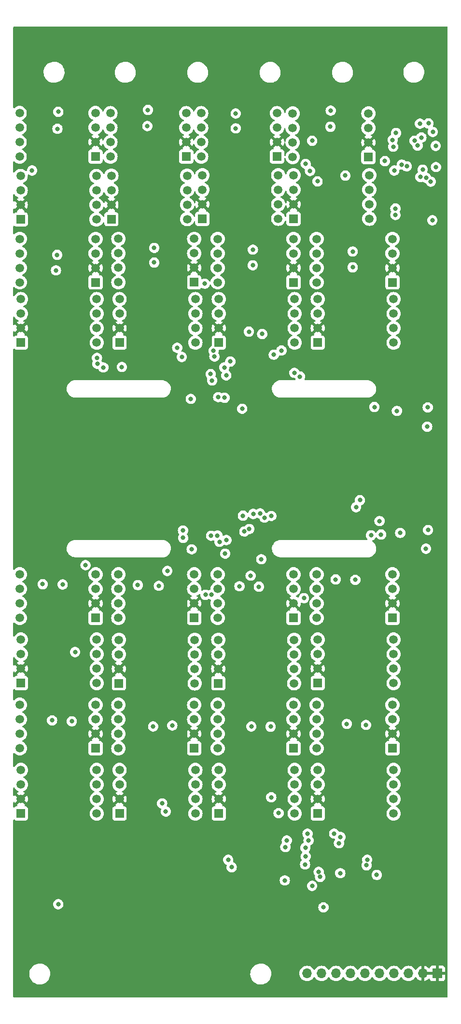
<source format=gbr>
%TF.GenerationSoftware,KiCad,Pcbnew,7.0.1*%
%TF.CreationDate,2024-07-12T18:32:01-07:00*%
%TF.ProjectId,air_foil_pcb,6169725f-666f-4696-9c5f-7063622e6b69,rev?*%
%TF.SameCoordinates,Original*%
%TF.FileFunction,Copper,L2,Inr*%
%TF.FilePolarity,Positive*%
%FSLAX46Y46*%
G04 Gerber Fmt 4.6, Leading zero omitted, Abs format (unit mm)*
G04 Created by KiCad (PCBNEW 7.0.1) date 2024-07-12 18:32:01*
%MOMM*%
%LPD*%
G01*
G04 APERTURE LIST*
%TA.AperFunction,ComponentPad*%
%ADD10R,1.500000X1.500000*%
%TD*%
%TA.AperFunction,ComponentPad*%
%ADD11C,1.500000*%
%TD*%
%TA.AperFunction,ComponentPad*%
%ADD12O,1.700000X1.700000*%
%TD*%
%TA.AperFunction,ComponentPad*%
%ADD13R,1.700000X1.700000*%
%TD*%
%TA.AperFunction,ViaPad*%
%ADD14C,0.800000*%
%TD*%
G04 APERTURE END LIST*
D10*
%TO.N,GND*%
%TO.C,U36*%
X83328600Y-42709600D03*
D11*
%TO.N,+3V3*%
X83328600Y-40169600D03*
%TO.N,/D34*%
X83328600Y-37629600D03*
%TO.N,/C34*%
X83328600Y-35089600D03*
%TO.N,unconnected-(U36-NC-Pad5)*%
X70028600Y-35089600D03*
%TO.N,unconnected-(U36-NC-Pad6)*%
X70028600Y-37629600D03*
%TO.N,unconnected-(U36-NC-Pad7)*%
X70028600Y-40169600D03*
%TO.N,unconnected-(U36-NC-Pad8)*%
X70028600Y-42709600D03*
%TD*%
D10*
%TO.N,GND*%
%TO.C,U35*%
X35449600Y-42633400D03*
D11*
%TO.N,+3V3*%
X35449600Y-40093400D03*
%TO.N,/D37*%
X35449600Y-37553400D03*
%TO.N,/C37*%
X35449600Y-35013400D03*
%TO.N,unconnected-(U35-NC-Pad5)*%
X22149600Y-35013400D03*
%TO.N,unconnected-(U35-NC-Pad6)*%
X22149600Y-37553400D03*
%TO.N,unconnected-(U35-NC-Pad7)*%
X22149600Y-40093400D03*
%TO.N,unconnected-(U35-NC-Pad8)*%
X22149600Y-42633400D03*
%TD*%
%TO.N,unconnected-(U34-NC-Pad8)*%
%TO.C,U34*%
X38075400Y-42645600D03*
%TO.N,unconnected-(U34-NC-Pad7)*%
X38075400Y-40105600D03*
%TO.N,unconnected-(U34-NC-Pad6)*%
X38075400Y-37565600D03*
%TO.N,unconnected-(U34-NC-Pad5)*%
X38075400Y-35025600D03*
%TO.N,/C36*%
X51375400Y-35025600D03*
%TO.N,/D36*%
X51375400Y-37565600D03*
%TO.N,+3V3*%
X51375400Y-40105600D03*
D10*
%TO.N,GND*%
X51375400Y-42645600D03*
%TD*%
%TO.N,GND*%
%TO.C,U33*%
X67302000Y-42645600D03*
D11*
%TO.N,+3V3*%
X67302000Y-40105600D03*
%TO.N,/D35*%
X67302000Y-37565600D03*
%TO.N,/C35*%
X67302000Y-35025600D03*
%TO.N,unconnected-(U33-NC-Pad5)*%
X54002000Y-35025600D03*
%TO.N,unconnected-(U33-NC-Pad6)*%
X54002000Y-37565600D03*
%TO.N,unconnected-(U33-NC-Pad7)*%
X54002000Y-40105600D03*
%TO.N,unconnected-(U33-NC-Pad8)*%
X54002000Y-42645600D03*
%TD*%
D10*
%TO.N,GND*%
%TO.C,U31*%
X38236600Y-53603350D03*
D11*
%TO.N,+3V3*%
X38236600Y-51063350D03*
%TO.N,/D32*%
X38236600Y-48523350D03*
%TO.N,/C32*%
X38236600Y-45983350D03*
%TO.N,unconnected-(U31-NC-Pad5)*%
X51536600Y-45983350D03*
%TO.N,unconnected-(U31-NC-Pad6)*%
X51536600Y-48523350D03*
%TO.N,unconnected-(U31-NC-Pad7)*%
X51536600Y-51063350D03*
%TO.N,unconnected-(U31-NC-Pad8)*%
X51536600Y-53603350D03*
%TD*%
D10*
%TO.N,GND*%
%TO.C,U30*%
X54203600Y-53543200D03*
D11*
%TO.N,+3V3*%
X54203600Y-51003200D03*
%TO.N,/D31*%
X54203600Y-48463200D03*
%TO.N,/C31*%
X54203600Y-45923200D03*
%TO.N,unconnected-(U30-NC-Pad5)*%
X67503600Y-45923200D03*
%TO.N,unconnected-(U30-NC-Pad6)*%
X67503600Y-48463200D03*
%TO.N,unconnected-(U30-NC-Pad7)*%
X67503600Y-51003200D03*
%TO.N,unconnected-(U30-NC-Pad8)*%
X67503600Y-53543200D03*
%TD*%
D10*
%TO.N,GND*%
%TO.C,U29*%
X70184200Y-53533350D03*
D11*
%TO.N,+3V3*%
X70184200Y-50993350D03*
%TO.N,/D30*%
X70184200Y-48453350D03*
%TO.N,/C30*%
X70184200Y-45913350D03*
%TO.N,unconnected-(U29-NC-Pad5)*%
X83484200Y-45913350D03*
%TO.N,unconnected-(U29-NC-Pad6)*%
X83484200Y-48453350D03*
%TO.N,unconnected-(U29-NC-Pad7)*%
X83484200Y-50993350D03*
%TO.N,unconnected-(U29-NC-Pad8)*%
X83484200Y-53533350D03*
%TD*%
D10*
%TO.N,GND*%
%TO.C,U28*%
X22326600Y-53670200D03*
D11*
%TO.N,+3V3*%
X22326600Y-51130200D03*
%TO.N,/D33*%
X22326600Y-48590200D03*
%TO.N,/C33*%
X22326600Y-46050200D03*
%TO.N,unconnected-(U28-NC-Pad5)*%
X35626600Y-46050200D03*
%TO.N,unconnected-(U28-NC-Pad6)*%
X35626600Y-48590200D03*
%TO.N,unconnected-(U28-NC-Pad7)*%
X35626600Y-51130200D03*
%TO.N,unconnected-(U28-NC-Pad8)*%
X35626600Y-53670200D03*
%TD*%
D10*
%TO.N,GND*%
%TO.C,U27*%
X87540600Y-64686800D03*
D11*
%TO.N,+3V3*%
X87540600Y-62146800D03*
%TO.N,/D24*%
X87540600Y-59606800D03*
%TO.N,/C24*%
X87540600Y-57066800D03*
%TO.N,unconnected-(U27-NC-Pad5)*%
X74240600Y-57066800D03*
%TO.N,unconnected-(U27-NC-Pad6)*%
X74240600Y-59606800D03*
%TO.N,unconnected-(U27-NC-Pad7)*%
X74240600Y-62146800D03*
%TO.N,unconnected-(U27-NC-Pad8)*%
X74240600Y-64686800D03*
%TD*%
%TO.N,unconnected-(U26-NC-Pad8)*%
%TO.C,U26*%
X22177400Y-64686800D03*
%TO.N,unconnected-(U26-NC-Pad7)*%
X22177400Y-62146800D03*
%TO.N,unconnected-(U26-NC-Pad6)*%
X22177400Y-59606800D03*
%TO.N,unconnected-(U26-NC-Pad5)*%
X22177400Y-57066800D03*
%TO.N,/C27*%
X35477400Y-57066800D03*
%TO.N,/D27*%
X35477400Y-59606800D03*
%TO.N,+3V3*%
X35477400Y-62146800D03*
D10*
%TO.N,GND*%
X35477400Y-64686800D03*
%TD*%
D11*
%TO.N,unconnected-(U25-NC-Pad8)*%
%TO.C,U25*%
X39469200Y-64680600D03*
%TO.N,unconnected-(U25-NC-Pad7)*%
X39469200Y-62140600D03*
%TO.N,unconnected-(U25-NC-Pad6)*%
X39469200Y-59600600D03*
%TO.N,unconnected-(U25-NC-Pad5)*%
X39469200Y-57060600D03*
%TO.N,/C26*%
X52769200Y-57060600D03*
%TO.N,/D26*%
X52769200Y-59600600D03*
%TO.N,+3V3*%
X52769200Y-62140600D03*
D10*
%TO.N,GND*%
X52769200Y-64680600D03*
%TD*%
%TO.N,GND*%
%TO.C,U24*%
X70186200Y-64686800D03*
D11*
%TO.N,+3V3*%
X70186200Y-62146800D03*
%TO.N,/D25*%
X70186200Y-59606800D03*
%TO.N,/C25*%
X70186200Y-57066800D03*
%TO.N,unconnected-(U24-NC-Pad5)*%
X56886200Y-57066800D03*
%TO.N,unconnected-(U24-NC-Pad6)*%
X56886200Y-59606800D03*
%TO.N,unconnected-(U24-NC-Pad7)*%
X56886200Y-62146800D03*
%TO.N,unconnected-(U24-NC-Pad8)*%
X56886200Y-64686800D03*
%TD*%
D10*
%TO.N,GND*%
%TO.C,U22*%
X39669200Y-75253200D03*
D11*
%TO.N,+3V3*%
X39669200Y-72713200D03*
%TO.N,/D22*%
X39669200Y-70173200D03*
%TO.N,/C22*%
X39669200Y-67633200D03*
%TO.N,unconnected-(U22-NC-Pad5)*%
X52969200Y-67633200D03*
%TO.N,unconnected-(U22-NC-Pad6)*%
X52969200Y-70173200D03*
%TO.N,unconnected-(U22-NC-Pad7)*%
X52969200Y-72713200D03*
%TO.N,unconnected-(U22-NC-Pad8)*%
X52969200Y-75253200D03*
%TD*%
D10*
%TO.N,GND*%
%TO.C,U21*%
X57086200Y-75253200D03*
D11*
%TO.N,+3V3*%
X57086200Y-72713200D03*
%TO.N,/D21*%
X57086200Y-70173200D03*
%TO.N,/C21*%
X57086200Y-67633200D03*
%TO.N,unconnected-(U21-NC-Pad5)*%
X70386200Y-67633200D03*
%TO.N,unconnected-(U21-NC-Pad6)*%
X70386200Y-70173200D03*
%TO.N,unconnected-(U21-NC-Pad7)*%
X70386200Y-72713200D03*
%TO.N,unconnected-(U21-NC-Pad8)*%
X70386200Y-75253200D03*
%TD*%
D10*
%TO.N,GND*%
%TO.C,U20*%
X74440600Y-75253200D03*
D11*
%TO.N,+3V3*%
X74440600Y-72713200D03*
%TO.N,/D20*%
X74440600Y-70173200D03*
%TO.N,/C20*%
X74440600Y-67633200D03*
%TO.N,unconnected-(U20-NC-Pad5)*%
X87740600Y-67633200D03*
%TO.N,unconnected-(U20-NC-Pad6)*%
X87740600Y-70173200D03*
%TO.N,unconnected-(U20-NC-Pad7)*%
X87740600Y-72713200D03*
%TO.N,unconnected-(U20-NC-Pad8)*%
X87740600Y-75253200D03*
%TD*%
D10*
%TO.N,GND*%
%TO.C,U19*%
X22377400Y-75253200D03*
D11*
%TO.N,+3V3*%
X22377400Y-72713200D03*
%TO.N,/D23*%
X22377400Y-70173200D03*
%TO.N,/C23*%
X22377400Y-67633200D03*
%TO.N,unconnected-(U19-NC-Pad5)*%
X35677400Y-67633200D03*
%TO.N,unconnected-(U19-NC-Pad6)*%
X35677400Y-70173200D03*
%TO.N,unconnected-(U19-NC-Pad7)*%
X35677400Y-72713200D03*
%TO.N,unconnected-(U19-NC-Pad8)*%
X35677400Y-75253200D03*
%TD*%
D10*
%TO.N,GND*%
%TO.C,U18*%
X87540600Y-123494800D03*
D11*
%TO.N,+3V3*%
X87540600Y-120954800D03*
%TO.N,/D14*%
X87540600Y-118414800D03*
%TO.N,/C14*%
X87540600Y-115874800D03*
%TO.N,unconnected-(U18-NC-Pad5)*%
X74240600Y-115874800D03*
%TO.N,unconnected-(U18-NC-Pad6)*%
X74240600Y-118414800D03*
%TO.N,unconnected-(U18-NC-Pad7)*%
X74240600Y-120954800D03*
%TO.N,unconnected-(U18-NC-Pad8)*%
X74240600Y-123494800D03*
%TD*%
D10*
%TO.N,GND*%
%TO.C,U17*%
X35477400Y-123494800D03*
D11*
%TO.N,+3V3*%
X35477400Y-120954800D03*
%TO.N,/D17*%
X35477400Y-118414800D03*
%TO.N,/C17*%
X35477400Y-115874800D03*
%TO.N,unconnected-(U17-NC-Pad5)*%
X22177400Y-115874800D03*
%TO.N,unconnected-(U17-NC-Pad6)*%
X22177400Y-118414800D03*
%TO.N,unconnected-(U17-NC-Pad7)*%
X22177400Y-120954800D03*
%TO.N,unconnected-(U17-NC-Pad8)*%
X22177400Y-123494800D03*
%TD*%
%TO.N,unconnected-(U16-NC-Pad8)*%
%TO.C,U16*%
X39469200Y-123494800D03*
%TO.N,unconnected-(U16-NC-Pad7)*%
X39469200Y-120954800D03*
%TO.N,unconnected-(U16-NC-Pad6)*%
X39469200Y-118414800D03*
%TO.N,unconnected-(U16-NC-Pad5)*%
X39469200Y-115874800D03*
%TO.N,/C16*%
X52769200Y-115874800D03*
%TO.N,/D16*%
X52769200Y-118414800D03*
%TO.N,+3V3*%
X52769200Y-120954800D03*
D10*
%TO.N,GND*%
X52769200Y-123494800D03*
%TD*%
%TO.N,GND*%
%TO.C,U15*%
X70186200Y-123494800D03*
D11*
%TO.N,+3V3*%
X70186200Y-120954800D03*
%TO.N,/D15*%
X70186200Y-118414800D03*
%TO.N,/C15*%
X70186200Y-115874800D03*
%TO.N,unconnected-(U15-NC-Pad5)*%
X56886200Y-115874800D03*
%TO.N,unconnected-(U15-NC-Pad6)*%
X56886200Y-118414800D03*
%TO.N,unconnected-(U15-NC-Pad7)*%
X56886200Y-120954800D03*
%TO.N,unconnected-(U15-NC-Pad8)*%
X56886200Y-123494800D03*
%TD*%
D10*
%TO.N,GND*%
%TO.C,U13*%
X39557400Y-134975600D03*
D11*
%TO.N,+3V3*%
X39557400Y-132435600D03*
%TO.N,/D12*%
X39557400Y-129895600D03*
%TO.N,/C12*%
X39557400Y-127355600D03*
%TO.N,unconnected-(U13-NC-Pad5)*%
X52857400Y-127355600D03*
%TO.N,unconnected-(U13-NC-Pad6)*%
X52857400Y-129895600D03*
%TO.N,unconnected-(U13-NC-Pad7)*%
X52857400Y-132435600D03*
%TO.N,unconnected-(U13-NC-Pad8)*%
X52857400Y-134975600D03*
%TD*%
D10*
%TO.N,GND*%
%TO.C,U12*%
X57001600Y-134965750D03*
D11*
%TO.N,+3V3*%
X57001600Y-132425750D03*
%TO.N,/D11*%
X57001600Y-129885750D03*
%TO.N,/C11*%
X57001600Y-127345750D03*
%TO.N,unconnected-(U12-NC-Pad5)*%
X70301600Y-127345750D03*
%TO.N,unconnected-(U12-NC-Pad6)*%
X70301600Y-129885750D03*
%TO.N,unconnected-(U12-NC-Pad7)*%
X70301600Y-132425750D03*
%TO.N,unconnected-(U12-NC-Pad8)*%
X70301600Y-134965750D03*
%TD*%
%TO.N,unconnected-(U11-NC-Pad8)*%
%TO.C,U11*%
X87740600Y-134924800D03*
%TO.N,unconnected-(U11-NC-Pad7)*%
X87740600Y-132384800D03*
%TO.N,unconnected-(U11-NC-Pad6)*%
X87740600Y-129844800D03*
%TO.N,unconnected-(U11-NC-Pad5)*%
X87740600Y-127304800D03*
%TO.N,/C10*%
X74440600Y-127304800D03*
%TO.N,/D10*%
X74440600Y-129844800D03*
%TO.N,+3V3*%
X74440600Y-132384800D03*
D10*
%TO.N,GND*%
X74440600Y-134924800D03*
%TD*%
%TO.N,GND*%
%TO.C,U10*%
X22377400Y-134924800D03*
D11*
%TO.N,+3V3*%
X22377400Y-132384800D03*
%TO.N,/D13*%
X22377400Y-129844800D03*
%TO.N,/C13*%
X22377400Y-127304800D03*
%TO.N,unconnected-(U10-NC-Pad5)*%
X35677400Y-127304800D03*
%TO.N,unconnected-(U10-NC-Pad6)*%
X35677400Y-129844800D03*
%TO.N,unconnected-(U10-NC-Pad7)*%
X35677400Y-132384800D03*
%TO.N,unconnected-(U10-NC-Pad8)*%
X35677400Y-134924800D03*
%TD*%
D10*
%TO.N,GND*%
%TO.C,U9*%
X35477400Y-146354800D03*
D11*
%TO.N,+3V3*%
X35477400Y-143814800D03*
%TO.N,/D07*%
X35477400Y-141274800D03*
%TO.N,/C07*%
X35477400Y-138734800D03*
%TO.N,unconnected-(U9-NC-Pad5)*%
X22177400Y-138734800D03*
%TO.N,unconnected-(U9-NC-Pad6)*%
X22177400Y-141274800D03*
%TO.N,unconnected-(U9-NC-Pad7)*%
X22177400Y-143814800D03*
%TO.N,unconnected-(U9-NC-Pad8)*%
X22177400Y-146354800D03*
%TD*%
D10*
%TO.N,GND*%
%TO.C,U8*%
X52769200Y-146354800D03*
D11*
%TO.N,+3V3*%
X52769200Y-143814800D03*
%TO.N,/D06*%
X52769200Y-141274800D03*
%TO.N,/C06*%
X52769200Y-138734800D03*
%TO.N,unconnected-(U8-NC-Pad5)*%
X39469200Y-138734800D03*
%TO.N,unconnected-(U8-NC-Pad6)*%
X39469200Y-141274800D03*
%TO.N,unconnected-(U8-NC-Pad7)*%
X39469200Y-143814800D03*
%TO.N,unconnected-(U8-NC-Pad8)*%
X39469200Y-146354800D03*
%TD*%
D10*
%TO.N,GND*%
%TO.C,U7*%
X70186200Y-146354800D03*
D11*
%TO.N,+3V3*%
X70186200Y-143814800D03*
%TO.N,/D05*%
X70186200Y-141274800D03*
%TO.N,/C05*%
X70186200Y-138734800D03*
%TO.N,unconnected-(U7-NC-Pad5)*%
X56886200Y-138734800D03*
%TO.N,unconnected-(U7-NC-Pad6)*%
X56886200Y-141274800D03*
%TO.N,unconnected-(U7-NC-Pad7)*%
X56886200Y-143814800D03*
%TO.N,unconnected-(U7-NC-Pad8)*%
X56886200Y-146354800D03*
%TD*%
D10*
%TO.N,GND*%
%TO.C,U6*%
X87540600Y-146354800D03*
D11*
%TO.N,+3V3*%
X87540600Y-143814800D03*
%TO.N,/D04*%
X87540600Y-141274800D03*
%TO.N,/C04*%
X87540600Y-138734800D03*
%TO.N,unconnected-(U6-NC-Pad5)*%
X74240600Y-138734800D03*
%TO.N,unconnected-(U6-NC-Pad6)*%
X74240600Y-141274800D03*
%TO.N,unconnected-(U6-NC-Pad7)*%
X74240600Y-143814800D03*
%TO.N,unconnected-(U6-NC-Pad8)*%
X74240600Y-146354800D03*
%TD*%
D10*
%TO.N,GND*%
%TO.C,U5*%
X22377400Y-157784800D03*
D11*
%TO.N,+3V3*%
X22377400Y-155244800D03*
%TO.N,/D03*%
X22377400Y-152704800D03*
%TO.N,/C03*%
X22377400Y-150164800D03*
%TO.N,unconnected-(U5-NC-Pad5)*%
X35677400Y-150164800D03*
%TO.N,unconnected-(U5-NC-Pad6)*%
X35677400Y-152704800D03*
%TO.N,unconnected-(U5-NC-Pad7)*%
X35677400Y-155244800D03*
%TO.N,unconnected-(U5-NC-Pad8)*%
X35677400Y-157784800D03*
%TD*%
D10*
%TO.N,GND*%
%TO.C,U4*%
X39669200Y-157784800D03*
D11*
%TO.N,+3V3*%
X39669200Y-155244800D03*
%TO.N,/D02*%
X39669200Y-152704800D03*
%TO.N,/C02*%
X39669200Y-150164800D03*
%TO.N,unconnected-(U4-NC-Pad5)*%
X52969200Y-150164800D03*
%TO.N,unconnected-(U4-NC-Pad6)*%
X52969200Y-152704800D03*
%TO.N,unconnected-(U4-NC-Pad7)*%
X52969200Y-155244800D03*
%TO.N,unconnected-(U4-NC-Pad8)*%
X52969200Y-157784800D03*
%TD*%
D10*
%TO.N,GND*%
%TO.C,U3*%
X57086200Y-157784800D03*
D11*
%TO.N,+3V3*%
X57086200Y-155244800D03*
%TO.N,/D01*%
X57086200Y-152704800D03*
%TO.N,/C01*%
X57086200Y-150164800D03*
%TO.N,unconnected-(U3-NC-Pad5)*%
X70386200Y-150164800D03*
%TO.N,unconnected-(U3-NC-Pad6)*%
X70386200Y-152704800D03*
%TO.N,unconnected-(U3-NC-Pad7)*%
X70386200Y-155244800D03*
%TO.N,unconnected-(U3-NC-Pad8)*%
X70386200Y-157784800D03*
%TD*%
D10*
%TO.N,GND*%
%TO.C,U2*%
X74440600Y-157784800D03*
D11*
%TO.N,+3V3*%
X74440600Y-155244800D03*
%TO.N,/D00*%
X74440600Y-152704800D03*
%TO.N,/C00*%
X74440600Y-150164800D03*
%TO.N,unconnected-(U2-NC-Pad5)*%
X87740600Y-150164800D03*
%TO.N,unconnected-(U2-NC-Pad6)*%
X87740600Y-152704800D03*
%TO.N,unconnected-(U2-NC-Pad7)*%
X87740600Y-155244800D03*
%TO.N,unconnected-(U2-NC-Pad8)*%
X87740600Y-157784800D03*
%TD*%
D12*
%TO.N,GND*%
%TO.C,J5*%
X72567800Y-185826400D03*
X75107800Y-185826400D03*
%TO.N,/SCL*%
X77647800Y-185826400D03*
%TO.N,/SDA*%
X80187800Y-185826400D03*
%TO.N,/RES_0*%
X82727800Y-185826400D03*
%TO.N,/RES_1*%
X85267800Y-185826400D03*
%TO.N,/RES_2*%
X87807800Y-185826400D03*
%TO.N,/RES_3*%
X90347800Y-185826400D03*
%TO.N,+3V3*%
X92887800Y-185826400D03*
D13*
X95427800Y-185826400D03*
%TD*%
D14*
%TO.N,GND*%
X94538800Y-53797200D03*
%TO.N,/D31*%
X88061800Y-52882800D03*
%TO.N,/C31*%
X88061800Y-51739800D03*
X91414600Y-39852600D03*
%TO.N,/D31*%
X91948000Y-40716200D03*
%TO.N,/C32*%
X89179400Y-44043600D03*
%TO.N,/D32*%
X90043000Y-44348400D03*
%TO.N,/D33*%
X24333200Y-45085000D03*
%TO.N,/C33*%
X73075800Y-45161200D03*
%TO.N,/D33*%
X72313800Y-43916600D03*
%TO.N,/C33*%
X87579200Y-39725600D03*
%TO.N,/D33*%
X88163400Y-38506400D03*
%TO.N,/C36*%
X92354400Y-36880800D03*
%TO.N,/D37*%
X93853000Y-36830000D03*
%TO.N,/C37*%
X94615000Y-38328600D03*
%TO.N,/D36*%
X92618900Y-39293800D03*
%TO.N,/C36*%
X92443300Y-46215300D03*
%TO.N,/D37*%
X93446600Y-46355000D03*
%TO.N,/C37*%
X94259400Y-47040800D03*
%TO.N,/D36*%
X92839911Y-44935511D03*
%TO.N,/C30*%
X79273400Y-45974000D03*
%TO.N,/D30*%
X74396600Y-46990000D03*
X87858600Y-45085000D03*
%TO.N,/C30*%
X86207600Y-43434000D03*
%TO.N,/C35*%
X73456800Y-39878000D03*
%TO.N,+3V3*%
X27432000Y-52755800D03*
X30810200Y-52654200D03*
X43535600Y-52755800D03*
X46837600Y-53517800D03*
X61950600Y-52400200D03*
X59740800Y-52755800D03*
X79146400Y-51358800D03*
X76200000Y-51460400D03*
X73202800Y-34671000D03*
X73075800Y-37185600D03*
%TO.N,Net-(JP66-B)*%
X76657200Y-37414200D03*
%TO.N,Net-(JP70-B)*%
X76708000Y-34594800D03*
%TO.N,Net-(JP67-B)*%
X60045600Y-35102800D03*
%TO.N,Net-(JP63-B)*%
X60045600Y-37693600D03*
%TO.N,+3V3*%
X56896000Y-37490400D03*
X56896000Y-34925000D03*
X40995600Y-35255200D03*
X40741600Y-38430200D03*
%TO.N,Net-(JP64-B)*%
X44551600Y-37287200D03*
%TO.N,Net-(JP68-B)*%
X44653200Y-34467800D03*
%TO.N,Net-(JP69-B)*%
X28930600Y-34798000D03*
%TO.N,Net-(JP65-B)*%
X28778200Y-37769800D03*
%TO.N,+3V3*%
X25628600Y-37388800D03*
X25704800Y-35483800D03*
%TO.N,Net-(JP49-B)*%
X28524200Y-62585600D03*
%TO.N,Net-(JP53-B)*%
X28726500Y-59867800D03*
%TO.N,Net-(JP48-B)*%
X45744500Y-61214000D03*
%TO.N,Net-(JP52-B)*%
X45746700Y-58648600D03*
%TO.N,Net-(JP47-B)*%
X63030300Y-61696600D03*
%TO.N,Net-(JP51-B)*%
X63055700Y-58953400D03*
%TO.N,Net-(JP50-B)*%
X80567900Y-62052200D03*
%TO.N,Net-(JP54-B)*%
X80567900Y-59283600D03*
%TO.N,/C16*%
X48056800Y-115265200D03*
%TO.N,Net-(JP36-B)*%
X42875200Y-117754400D03*
%TO.N,Net-(JP32-B)*%
X46558200Y-117881400D03*
%TO.N,/C10*%
X72009000Y-120040400D03*
%TO.N,/D10*%
X66294000Y-105638600D03*
%TO.N,/C10*%
X65100200Y-105943400D03*
%TO.N,Net-(JP34-B)*%
X81026000Y-116840000D03*
%TO.N,Net-(JP38-B)*%
X77571600Y-116763800D03*
%TO.N,Net-(JP35-B)*%
X60706000Y-117957600D03*
%TO.N,Net-(JP31-B)*%
X64109600Y-118033800D03*
%TO.N,Net-(JP33-B)*%
X29692600Y-117652800D03*
%TO.N,Net-(JP37-B)*%
X26187400Y-117602000D03*
%TO.N,GND*%
X87680800Y-40919400D03*
X95123000Y-40767000D03*
X95173800Y-44475400D03*
%TO.N,+3V3*%
X92811600Y-50266600D03*
X95402400Y-50190400D03*
%TO.N,/C23*%
X35712400Y-77927200D03*
%TO.N,/D23*%
X35788600Y-78968600D03*
%TO.N,/C23*%
X58039000Y-79603600D03*
%TO.N,/D23*%
X58394600Y-81000600D03*
%TO.N,/D22*%
X49784000Y-76149200D03*
%TO.N,/C22*%
X50596800Y-77774800D03*
X56311800Y-77698600D03*
%TO.N,/D22*%
X56159400Y-76708000D03*
%TO.N,/D27*%
X36830000Y-79603600D03*
X40081200Y-79527400D03*
%TO.N,/C26*%
X54610000Y-64922400D03*
%TO.N,/C25*%
X68072000Y-76631800D03*
%TO.N,/D25*%
X66725800Y-77368400D03*
%TO.N,/C25*%
X55905400Y-81889600D03*
%TO.N,/D25*%
X55651400Y-80772000D03*
%TO.N,/D21*%
X62357000Y-73329800D03*
X64693800Y-73736200D03*
%TO.N,/D24*%
X70332600Y-80543400D03*
%TO.N,/C24*%
X71323200Y-81203800D03*
X56972200Y-84810600D03*
%TO.N,/D24*%
X58089800Y-84912200D03*
%TO.N,+3V3*%
X77292200Y-60528200D03*
X77368400Y-57556400D03*
X59817000Y-60553600D03*
X59893200Y-57937400D03*
X41910000Y-60020200D03*
X42011600Y-57505600D03*
X24587200Y-59639200D03*
X24612600Y-57175400D03*
X28295600Y-67411600D03*
X31902400Y-67843400D03*
X48183800Y-67335400D03*
X44856400Y-67360800D03*
X82321400Y-67208400D03*
X78486000Y-67056000D03*
X65684400Y-67157600D03*
X61950600Y-67411600D03*
%TO.N,/D16*%
X50800000Y-108178600D03*
%TO.N,/C16*%
X50825400Y-109474000D03*
%TO.N,/D17*%
X33705800Y-114249200D03*
%TO.N,/D13*%
X31877000Y-129489200D03*
X55778400Y-119405400D03*
%TO.N,/C13*%
X54737000Y-119456200D03*
%TO.N,/D13*%
X56845200Y-109067600D03*
%TO.N,/C13*%
X55727600Y-109105700D03*
%TO.N,/D12*%
X58420000Y-109855000D03*
%TO.N,/C12*%
X57200800Y-110159800D03*
%TO.N,+3V3*%
X45974000Y-134264400D03*
X48463200Y-134391400D03*
X42824400Y-121666000D03*
X46482000Y-121640600D03*
X26746200Y-121081800D03*
X29159200Y-120954800D03*
X27990800Y-134366000D03*
X30099000Y-133680200D03*
%TO.N,/C11*%
X61569600Y-108356400D03*
%TO.N,/D11*%
X62433200Y-107924600D03*
%TO.N,+3V3*%
X64541400Y-134848600D03*
X62585600Y-134645400D03*
X64820800Y-121107200D03*
X60807600Y-121310400D03*
%TO.N,/C15*%
X62661800Y-116103400D03*
%TO.N,/D15*%
X64312800Y-105181400D03*
%TO.N,/C15*%
X63119000Y-105283000D03*
%TO.N,+3V3*%
X62458600Y-138582400D03*
X66395600Y-138353800D03*
%TO.N,GND*%
X58191400Y-112242600D03*
%TO.N,+3V3*%
X79933800Y-133781800D03*
X83337400Y-133604000D03*
X82854800Y-114833400D03*
X76631800Y-115036600D03*
%TO.N,/C14*%
X83781900Y-109029500D03*
%TO.N,/D14*%
X85547200Y-108889800D03*
X81838800Y-102870000D03*
%TO.N,/C14*%
X81153000Y-104089200D03*
%TO.N,GND*%
X52171600Y-85115400D03*
%TO.N,+3V3*%
X52400200Y-87579200D03*
%TO.N,GND*%
X61188600Y-86842600D03*
%TO.N,+3V3*%
X62433200Y-86182200D03*
%TO.N,GND*%
X59105800Y-78562200D03*
%TO.N,/RES_2*%
X84378800Y-86537800D03*
X93624400Y-89992200D03*
%TO.N,/SDA*%
X88315800Y-87223600D03*
X93726000Y-86614000D03*
%TO.N,/RES_1*%
X85267800Y-106527600D03*
X93421200Y-111379000D03*
%TO.N,/SDA*%
X88900000Y-108610400D03*
X93776800Y-108102400D03*
%TO.N,/SCL*%
X84785200Y-168554400D03*
%TO.N,/RES_0*%
X78384400Y-168249600D03*
X75438000Y-174244000D03*
%TO.N,+3V3*%
X61442600Y-113411000D03*
%TO.N,GND*%
X64532228Y-113222795D03*
%TO.N,+3V3*%
X52349400Y-113690400D03*
%TO.N,GND*%
X52324000Y-111480600D03*
X61315600Y-105587800D03*
%TO.N,/D07*%
X58724800Y-165912800D03*
%TO.N,/C07*%
X59334400Y-167208200D03*
%TO.N,+3V3*%
X46151800Y-158089600D03*
X44323000Y-157911800D03*
X30556200Y-157429200D03*
X27254200Y-157911800D03*
X31877000Y-138226800D03*
X29514800Y-138176000D03*
%TO.N,Net-(JP22-B)*%
X27838400Y-141478000D03*
%TO.N,Net-(JP21-B)*%
X31292800Y-141630400D03*
%TO.N,GND*%
X68656200Y-169519600D03*
X73456800Y-170484800D03*
X72212200Y-166725600D03*
%TO.N,+3V3*%
X47167800Y-138404600D03*
X49961800Y-138658600D03*
%TO.N,Net-(JP20-B)*%
X45567600Y-142544800D03*
%TO.N,Net-(JP19-B)*%
X48920400Y-142367000D03*
%TO.N,/D06*%
X72263000Y-163804600D03*
%TO.N,/C06*%
X72313800Y-165303200D03*
%TO.N,Net-(JP18-B)*%
X62788800Y-142544800D03*
%TO.N,Net-(JP17-B)*%
X66167000Y-142570200D03*
%TO.N,/D05*%
X69011800Y-162509200D03*
%TO.N,/C05*%
X68757800Y-163677600D03*
%TO.N,/C04*%
X72821800Y-162534600D03*
%TO.N,/D04*%
X72644000Y-161340800D03*
%TO.N,+3V3*%
X83794600Y-138709400D03*
X82092800Y-138785600D03*
%TO.N,Net-(JP15-B)*%
X82905600Y-142265400D03*
%TO.N,Net-(JP16-B)*%
X79527400Y-142087600D03*
%TO.N,/C03*%
X28930600Y-173685200D03*
%TO.N,/D03*%
X78155800Y-162991800D03*
%TO.N,/C03*%
X78435200Y-161925000D03*
%TO.N,GND*%
X77317600Y-161315400D03*
%TO.N,/C02*%
X47777400Y-157454600D03*
%TO.N,/D02*%
X47142400Y-156032200D03*
%TO.N,/D01*%
X66281300Y-154952700D03*
%TO.N,/C01*%
X67564000Y-157734000D03*
%TO.N,/D00*%
X83007200Y-166878000D03*
%TO.N,/C00*%
X83108800Y-165887400D03*
%TO.N,+3V3*%
X63830200Y-158064200D03*
X60629800Y-157937200D03*
X82727800Y-157835600D03*
X78511400Y-157810200D03*
X83997800Y-174040800D03*
X84124800Y-176758600D03*
%TO.N,GND*%
X74599800Y-168021000D03*
X74853800Y-168910000D03*
%TO.N,+3V3*%
X71526400Y-171119800D03*
X71882000Y-168859200D03*
%TD*%
%TA.AperFunction,Conductor*%
%TO.N,+3V3*%
G36*
X97168700Y-19879413D02*
G01*
X97214087Y-19924800D01*
X97230700Y-19986800D01*
X97230700Y-189892900D01*
X97214087Y-189954900D01*
X97168700Y-190000287D01*
X97106700Y-190016900D01*
X21155700Y-190016900D01*
X21093700Y-190000287D01*
X21048313Y-189954900D01*
X21031700Y-189892900D01*
X21031700Y-185995306D01*
X23838113Y-185995306D01*
X23867539Y-186262739D01*
X23901889Y-186394130D01*
X23935591Y-186523041D01*
X24040817Y-186770659D01*
X24180975Y-187000317D01*
X24353078Y-187207120D01*
X24553458Y-187386662D01*
X24777844Y-187535114D01*
X25021453Y-187649313D01*
X25021460Y-187649315D01*
X25279086Y-187726824D01*
X25279088Y-187726824D01*
X25279094Y-187726826D01*
X25545276Y-187766000D01*
X25746968Y-187766000D01*
X25746972Y-187766000D01*
X25948131Y-187751277D01*
X26057902Y-187726824D01*
X26210742Y-187692777D01*
X26462038Y-187596665D01*
X26696662Y-187464988D01*
X26909613Y-187300553D01*
X27096352Y-187106864D01*
X27252900Y-186888049D01*
X27264805Y-186864895D01*
X27375918Y-186648778D01*
X27375921Y-186648773D01*
X27462791Y-186394135D01*
X27511660Y-186129562D01*
X27516566Y-185995306D01*
X62598113Y-185995306D01*
X62627539Y-186262739D01*
X62661889Y-186394130D01*
X62695591Y-186523041D01*
X62800817Y-186770659D01*
X62940975Y-187000317D01*
X63113078Y-187207120D01*
X63313458Y-187386662D01*
X63537844Y-187535114D01*
X63781453Y-187649313D01*
X63781460Y-187649315D01*
X64039086Y-187726824D01*
X64039088Y-187726824D01*
X64039094Y-187726826D01*
X64305276Y-187766000D01*
X64506968Y-187766000D01*
X64506972Y-187766000D01*
X64708131Y-187751277D01*
X64817902Y-187726824D01*
X64970742Y-187692777D01*
X65222038Y-187596665D01*
X65456662Y-187464988D01*
X65669613Y-187300553D01*
X65856352Y-187106864D01*
X66012900Y-186888049D01*
X66024805Y-186864895D01*
X66135918Y-186648778D01*
X66135921Y-186648773D01*
X66222791Y-186394135D01*
X66271660Y-186129562D01*
X66281486Y-185860693D01*
X66277713Y-185826400D01*
X71212140Y-185826400D01*
X71232736Y-186061807D01*
X71250891Y-186129562D01*
X71293897Y-186290063D01*
X71393765Y-186504230D01*
X71529305Y-186697801D01*
X71696399Y-186864895D01*
X71889970Y-187000435D01*
X72104137Y-187100303D01*
X72315870Y-187157036D01*
X72332392Y-187161463D01*
X72567799Y-187182059D01*
X72567799Y-187182058D01*
X72567800Y-187182059D01*
X72803208Y-187161463D01*
X73031463Y-187100303D01*
X73245630Y-187000435D01*
X73439201Y-186864895D01*
X73606295Y-186697801D01*
X73736226Y-186512239D01*
X73780543Y-186473376D01*
X73837800Y-186459365D01*
X73895057Y-186473376D01*
X73939373Y-186512239D01*
X74069305Y-186697801D01*
X74236399Y-186864895D01*
X74429970Y-187000435D01*
X74644137Y-187100303D01*
X74855870Y-187157036D01*
X74872392Y-187161463D01*
X75107799Y-187182059D01*
X75107799Y-187182058D01*
X75107800Y-187182059D01*
X75343208Y-187161463D01*
X75571463Y-187100303D01*
X75785630Y-187000435D01*
X75979201Y-186864895D01*
X76146295Y-186697801D01*
X76276226Y-186512239D01*
X76320543Y-186473376D01*
X76377800Y-186459365D01*
X76435057Y-186473376D01*
X76479373Y-186512239D01*
X76609305Y-186697801D01*
X76776399Y-186864895D01*
X76969970Y-187000435D01*
X77184137Y-187100303D01*
X77395870Y-187157036D01*
X77412392Y-187161463D01*
X77647799Y-187182059D01*
X77647799Y-187182058D01*
X77647800Y-187182059D01*
X77883208Y-187161463D01*
X78111463Y-187100303D01*
X78325630Y-187000435D01*
X78519201Y-186864895D01*
X78686295Y-186697801D01*
X78816226Y-186512239D01*
X78860543Y-186473376D01*
X78917800Y-186459365D01*
X78975057Y-186473376D01*
X79019373Y-186512239D01*
X79149305Y-186697801D01*
X79316399Y-186864895D01*
X79509970Y-187000435D01*
X79724137Y-187100303D01*
X79935870Y-187157036D01*
X79952392Y-187161463D01*
X80187799Y-187182059D01*
X80187799Y-187182058D01*
X80187800Y-187182059D01*
X80423208Y-187161463D01*
X80651463Y-187100303D01*
X80865630Y-187000435D01*
X81059201Y-186864895D01*
X81226295Y-186697801D01*
X81356226Y-186512239D01*
X81400543Y-186473376D01*
X81457800Y-186459365D01*
X81515057Y-186473376D01*
X81559373Y-186512239D01*
X81689305Y-186697801D01*
X81856399Y-186864895D01*
X82049970Y-187000435D01*
X82264137Y-187100303D01*
X82475870Y-187157036D01*
X82492392Y-187161463D01*
X82727799Y-187182059D01*
X82727799Y-187182058D01*
X82727800Y-187182059D01*
X82963208Y-187161463D01*
X83191463Y-187100303D01*
X83405630Y-187000435D01*
X83599201Y-186864895D01*
X83766295Y-186697801D01*
X83896226Y-186512239D01*
X83940543Y-186473376D01*
X83997800Y-186459365D01*
X84055057Y-186473376D01*
X84099373Y-186512239D01*
X84229305Y-186697801D01*
X84396399Y-186864895D01*
X84589970Y-187000435D01*
X84804137Y-187100303D01*
X85015870Y-187157036D01*
X85032392Y-187161463D01*
X85267799Y-187182059D01*
X85267799Y-187182058D01*
X85267800Y-187182059D01*
X85503208Y-187161463D01*
X85731463Y-187100303D01*
X85945630Y-187000435D01*
X86139201Y-186864895D01*
X86306295Y-186697801D01*
X86436226Y-186512239D01*
X86480543Y-186473376D01*
X86537800Y-186459365D01*
X86595057Y-186473376D01*
X86639373Y-186512239D01*
X86769305Y-186697801D01*
X86936399Y-186864895D01*
X87129970Y-187000435D01*
X87344137Y-187100303D01*
X87555870Y-187157036D01*
X87572392Y-187161463D01*
X87807799Y-187182059D01*
X87807799Y-187182058D01*
X87807800Y-187182059D01*
X88043208Y-187161463D01*
X88271463Y-187100303D01*
X88485630Y-187000435D01*
X88679201Y-186864895D01*
X88846295Y-186697801D01*
X88976226Y-186512239D01*
X89020543Y-186473376D01*
X89077800Y-186459365D01*
X89135057Y-186473376D01*
X89179373Y-186512239D01*
X89309305Y-186697801D01*
X89476399Y-186864895D01*
X89669970Y-187000435D01*
X89884137Y-187100303D01*
X90095870Y-187157036D01*
X90112392Y-187161463D01*
X90347799Y-187182059D01*
X90347799Y-187182058D01*
X90347800Y-187182059D01*
X90583208Y-187161463D01*
X90811463Y-187100303D01*
X91025630Y-187000435D01*
X91219201Y-186864895D01*
X91386295Y-186697801D01*
X91516532Y-186511802D01*
X91560848Y-186472939D01*
X91618105Y-186458928D01*
X91675362Y-186472939D01*
X91719680Y-186511804D01*
X91849693Y-186697481D01*
X92016718Y-186864506D01*
X92210223Y-187000000D01*
X92424307Y-187099830D01*
X92637799Y-187157035D01*
X92637800Y-187157036D01*
X92637800Y-186076400D01*
X93137800Y-186076400D01*
X93137800Y-187157035D01*
X93351292Y-187099830D01*
X93565376Y-187000000D01*
X93758877Y-186864509D01*
X93881321Y-186742065D01*
X93934068Y-186710769D01*
X93995361Y-186708580D01*
X94050205Y-186736033D01*
X94085185Y-186786412D01*
X94134447Y-186918488D01*
X94220611Y-187033588D01*
X94335710Y-187119752D01*
X94470424Y-187169997D01*
X94529976Y-187176400D01*
X95177800Y-187176400D01*
X95177800Y-186076400D01*
X95677800Y-186076400D01*
X95677800Y-187176400D01*
X96325624Y-187176400D01*
X96385175Y-187169997D01*
X96519889Y-187119752D01*
X96634988Y-187033588D01*
X96721152Y-186918489D01*
X96771397Y-186783775D01*
X96777800Y-186724224D01*
X96777800Y-186076400D01*
X95677800Y-186076400D01*
X95177800Y-186076400D01*
X93137800Y-186076400D01*
X92637800Y-186076400D01*
X92637800Y-185576400D01*
X93137800Y-185576400D01*
X95177800Y-185576400D01*
X95177800Y-184476400D01*
X95677800Y-184476400D01*
X95677800Y-185576400D01*
X96777800Y-185576400D01*
X96777800Y-184928576D01*
X96771397Y-184869024D01*
X96721152Y-184734310D01*
X96634988Y-184619211D01*
X96519889Y-184533047D01*
X96385175Y-184482802D01*
X96325624Y-184476400D01*
X95677800Y-184476400D01*
X95177800Y-184476400D01*
X94529976Y-184476400D01*
X94470424Y-184482802D01*
X94335710Y-184533047D01*
X94220611Y-184619211D01*
X94134447Y-184734311D01*
X94085185Y-184866387D01*
X94050205Y-184916766D01*
X93995361Y-184944219D01*
X93934068Y-184942030D01*
X93881322Y-184910734D01*
X93758881Y-184788293D01*
X93565376Y-184652799D01*
X93351292Y-184552969D01*
X93137800Y-184495764D01*
X93137800Y-185576400D01*
X92637800Y-185576400D01*
X92637800Y-184495764D01*
X92637799Y-184495764D01*
X92424307Y-184552969D01*
X92210221Y-184652800D01*
X92016721Y-184788290D01*
X91849693Y-184955318D01*
X91719680Y-185140996D01*
X91675362Y-185179861D01*
X91618105Y-185193872D01*
X91560848Y-185179861D01*
X91516530Y-185140995D01*
X91386294Y-184954998D01*
X91219204Y-184787908D01*
X91219203Y-184787907D01*
X91219201Y-184787905D01*
X91025630Y-184652365D01*
X90811463Y-184552497D01*
X90738874Y-184533047D01*
X90583207Y-184491336D01*
X90347800Y-184470740D01*
X90112392Y-184491336D01*
X89884136Y-184552497D01*
X89669970Y-184652365D01*
X89476398Y-184787905D01*
X89309305Y-184954998D01*
X89179375Y-185140559D01*
X89135057Y-185179425D01*
X89077800Y-185193436D01*
X89020543Y-185179425D01*
X88976225Y-185140559D01*
X88846294Y-184954998D01*
X88679204Y-184787908D01*
X88679203Y-184787907D01*
X88679201Y-184787905D01*
X88485630Y-184652365D01*
X88271463Y-184552497D01*
X88198874Y-184533047D01*
X88043207Y-184491336D01*
X87807800Y-184470740D01*
X87572392Y-184491336D01*
X87344136Y-184552497D01*
X87129970Y-184652365D01*
X86936398Y-184787905D01*
X86769305Y-184954998D01*
X86639375Y-185140559D01*
X86595057Y-185179425D01*
X86537800Y-185193436D01*
X86480543Y-185179425D01*
X86436225Y-185140559D01*
X86306294Y-184954998D01*
X86139204Y-184787908D01*
X86139203Y-184787907D01*
X86139201Y-184787905D01*
X85945630Y-184652365D01*
X85731463Y-184552497D01*
X85658874Y-184533047D01*
X85503207Y-184491336D01*
X85267800Y-184470740D01*
X85032392Y-184491336D01*
X84804136Y-184552497D01*
X84589970Y-184652365D01*
X84396398Y-184787905D01*
X84229305Y-184954998D01*
X84099375Y-185140559D01*
X84055057Y-185179425D01*
X83997800Y-185193436D01*
X83940543Y-185179425D01*
X83896225Y-185140559D01*
X83766294Y-184954998D01*
X83599204Y-184787908D01*
X83599203Y-184787907D01*
X83599201Y-184787905D01*
X83405630Y-184652365D01*
X83191463Y-184552497D01*
X83118874Y-184533047D01*
X82963207Y-184491336D01*
X82727800Y-184470740D01*
X82492392Y-184491336D01*
X82264136Y-184552497D01*
X82049970Y-184652365D01*
X81856398Y-184787905D01*
X81689305Y-184954998D01*
X81559375Y-185140559D01*
X81515057Y-185179425D01*
X81457800Y-185193436D01*
X81400543Y-185179425D01*
X81356225Y-185140559D01*
X81226294Y-184954998D01*
X81059204Y-184787908D01*
X81059203Y-184787907D01*
X81059201Y-184787905D01*
X80865630Y-184652365D01*
X80651463Y-184552497D01*
X80578874Y-184533047D01*
X80423207Y-184491336D01*
X80187800Y-184470740D01*
X79952392Y-184491336D01*
X79724136Y-184552497D01*
X79509970Y-184652365D01*
X79316398Y-184787905D01*
X79149305Y-184954998D01*
X79019375Y-185140559D01*
X78975057Y-185179425D01*
X78917800Y-185193436D01*
X78860543Y-185179425D01*
X78816225Y-185140559D01*
X78686294Y-184954998D01*
X78519204Y-184787908D01*
X78519203Y-184787907D01*
X78519201Y-184787905D01*
X78325630Y-184652365D01*
X78111463Y-184552497D01*
X78038874Y-184533047D01*
X77883207Y-184491336D01*
X77647800Y-184470740D01*
X77412392Y-184491336D01*
X77184136Y-184552497D01*
X76969970Y-184652365D01*
X76776398Y-184787905D01*
X76609305Y-184954998D01*
X76479375Y-185140559D01*
X76435057Y-185179425D01*
X76377800Y-185193436D01*
X76320543Y-185179425D01*
X76276225Y-185140559D01*
X76146294Y-184954998D01*
X75979204Y-184787908D01*
X75979203Y-184787907D01*
X75979201Y-184787905D01*
X75785630Y-184652365D01*
X75571463Y-184552497D01*
X75498874Y-184533047D01*
X75343207Y-184491336D01*
X75107800Y-184470740D01*
X74872392Y-184491336D01*
X74644136Y-184552497D01*
X74429970Y-184652365D01*
X74236398Y-184787905D01*
X74069305Y-184954998D01*
X73939375Y-185140559D01*
X73895057Y-185179425D01*
X73837800Y-185193436D01*
X73780543Y-185179425D01*
X73736225Y-185140559D01*
X73606294Y-184954998D01*
X73439204Y-184787908D01*
X73439203Y-184787907D01*
X73439201Y-184787905D01*
X73245630Y-184652365D01*
X73031463Y-184552497D01*
X72958874Y-184533047D01*
X72803207Y-184491336D01*
X72567800Y-184470740D01*
X72332392Y-184491336D01*
X72104136Y-184552497D01*
X71889970Y-184652365D01*
X71696398Y-184787905D01*
X71529305Y-184954998D01*
X71393765Y-185148570D01*
X71293897Y-185362736D01*
X71232736Y-185590992D01*
X71212140Y-185826400D01*
X66277713Y-185826400D01*
X66252060Y-185593259D01*
X66184009Y-185332959D01*
X66078783Y-185085341D01*
X65938625Y-184855683D01*
X65766522Y-184648880D01*
X65566142Y-184469338D01*
X65341756Y-184320886D01*
X65098147Y-184206687D01*
X65098142Y-184206685D01*
X65098139Y-184206684D01*
X64840513Y-184129175D01*
X64823476Y-184126667D01*
X64574324Y-184090000D01*
X64372632Y-184090000D01*
X64372628Y-184090000D01*
X64171468Y-184104722D01*
X63908858Y-184163222D01*
X63657563Y-184259334D01*
X63422938Y-184391012D01*
X63209986Y-184555447D01*
X63023250Y-184749133D01*
X62866696Y-184967955D01*
X62743681Y-185207221D01*
X62656807Y-185461869D01*
X62607939Y-185726437D01*
X62598113Y-185995306D01*
X27516566Y-185995306D01*
X27521486Y-185860693D01*
X27492060Y-185593259D01*
X27424009Y-185332959D01*
X27318783Y-185085341D01*
X27178625Y-184855683D01*
X27006522Y-184648880D01*
X26806142Y-184469338D01*
X26581756Y-184320886D01*
X26338147Y-184206687D01*
X26338142Y-184206685D01*
X26338139Y-184206684D01*
X26080513Y-184129175D01*
X26063476Y-184126667D01*
X25814324Y-184090000D01*
X25612632Y-184090000D01*
X25612628Y-184090000D01*
X25411468Y-184104722D01*
X25148858Y-184163222D01*
X24897563Y-184259334D01*
X24662938Y-184391012D01*
X24449986Y-184555447D01*
X24263250Y-184749133D01*
X24106696Y-184967955D01*
X23983681Y-185207221D01*
X23896807Y-185461869D01*
X23847939Y-185726437D01*
X23838113Y-185995306D01*
X21031700Y-185995306D01*
X21031700Y-173685199D01*
X28025140Y-173685199D01*
X28044926Y-173873457D01*
X28103420Y-174053484D01*
X28198066Y-174217416D01*
X28324729Y-174358089D01*
X28477869Y-174469351D01*
X28650797Y-174546344D01*
X28835952Y-174585700D01*
X28835954Y-174585700D01*
X29025246Y-174585700D01*
X29025248Y-174585700D01*
X29148684Y-174559462D01*
X29210403Y-174546344D01*
X29383330Y-174469351D01*
X29536471Y-174358088D01*
X29639197Y-174243999D01*
X74532540Y-174243999D01*
X74552326Y-174432257D01*
X74610820Y-174612284D01*
X74705466Y-174776216D01*
X74832129Y-174916889D01*
X74985269Y-175028151D01*
X75158197Y-175105144D01*
X75343352Y-175144500D01*
X75343354Y-175144500D01*
X75532646Y-175144500D01*
X75532648Y-175144500D01*
X75656083Y-175118262D01*
X75717803Y-175105144D01*
X75890730Y-175028151D01*
X76043871Y-174916888D01*
X76170533Y-174776216D01*
X76265179Y-174612284D01*
X76323674Y-174432256D01*
X76343460Y-174244000D01*
X76323674Y-174055744D01*
X76265179Y-173875716D01*
X76265179Y-173875715D01*
X76170533Y-173711783D01*
X76043870Y-173571110D01*
X75890730Y-173459848D01*
X75717802Y-173382855D01*
X75532648Y-173343500D01*
X75532646Y-173343500D01*
X75343354Y-173343500D01*
X75343352Y-173343500D01*
X75158197Y-173382855D01*
X74985269Y-173459848D01*
X74832129Y-173571110D01*
X74705466Y-173711783D01*
X74610820Y-173875715D01*
X74552326Y-174055742D01*
X74532540Y-174243999D01*
X29639197Y-174243999D01*
X29663133Y-174217416D01*
X29757779Y-174053484D01*
X29816274Y-173873456D01*
X29836060Y-173685200D01*
X29816274Y-173496944D01*
X29757779Y-173316916D01*
X29757779Y-173316915D01*
X29663133Y-173152983D01*
X29536470Y-173012310D01*
X29383330Y-172901048D01*
X29210402Y-172824055D01*
X29025248Y-172784700D01*
X29025246Y-172784700D01*
X28835954Y-172784700D01*
X28835952Y-172784700D01*
X28650797Y-172824055D01*
X28477869Y-172901048D01*
X28324729Y-173012310D01*
X28198066Y-173152983D01*
X28103420Y-173316915D01*
X28044926Y-173496942D01*
X28025140Y-173685199D01*
X21031700Y-173685199D01*
X21031700Y-170484800D01*
X72551340Y-170484800D01*
X72571126Y-170673057D01*
X72629620Y-170853084D01*
X72724266Y-171017016D01*
X72850929Y-171157689D01*
X73004069Y-171268951D01*
X73176997Y-171345944D01*
X73362152Y-171385300D01*
X73362154Y-171385300D01*
X73551446Y-171385300D01*
X73551448Y-171385300D01*
X73674884Y-171359062D01*
X73736603Y-171345944D01*
X73909530Y-171268951D01*
X74062671Y-171157688D01*
X74189333Y-171017016D01*
X74283979Y-170853084D01*
X74342474Y-170673056D01*
X74362260Y-170484800D01*
X74342474Y-170296544D01*
X74283979Y-170116516D01*
X74283979Y-170116515D01*
X74189333Y-169952583D01*
X74062670Y-169811910D01*
X73909530Y-169700648D01*
X73736602Y-169623655D01*
X73551448Y-169584300D01*
X73551446Y-169584300D01*
X73362154Y-169584300D01*
X73362152Y-169584300D01*
X73176997Y-169623655D01*
X73004069Y-169700648D01*
X72850929Y-169811910D01*
X72724266Y-169952583D01*
X72629620Y-170116515D01*
X72571126Y-170296542D01*
X72551340Y-170484800D01*
X21031700Y-170484800D01*
X21031700Y-169519599D01*
X67750740Y-169519599D01*
X67770526Y-169707857D01*
X67829020Y-169887884D01*
X67923666Y-170051816D01*
X68050329Y-170192489D01*
X68203469Y-170303751D01*
X68376397Y-170380744D01*
X68561552Y-170420100D01*
X68561554Y-170420100D01*
X68750846Y-170420100D01*
X68750848Y-170420100D01*
X68874284Y-170393862D01*
X68936003Y-170380744D01*
X69108930Y-170303751D01*
X69262071Y-170192488D01*
X69388733Y-170051816D01*
X69483379Y-169887884D01*
X69541874Y-169707856D01*
X69561660Y-169519600D01*
X69541874Y-169331344D01*
X69483379Y-169151316D01*
X69483379Y-169151315D01*
X69388733Y-168987383D01*
X69262070Y-168846710D01*
X69108930Y-168735448D01*
X68936002Y-168658455D01*
X68750848Y-168619100D01*
X68750846Y-168619100D01*
X68561554Y-168619100D01*
X68561552Y-168619100D01*
X68376397Y-168658455D01*
X68203469Y-168735448D01*
X68050329Y-168846710D01*
X67923666Y-168987383D01*
X67829020Y-169151315D01*
X67770526Y-169331342D01*
X67750740Y-169519599D01*
X21031700Y-169519599D01*
X21031700Y-165912800D01*
X57819340Y-165912800D01*
X57839126Y-166101057D01*
X57897620Y-166281084D01*
X57992266Y-166445016D01*
X58118929Y-166585689D01*
X58272067Y-166696950D01*
X58336416Y-166725600D01*
X58416086Y-166761071D01*
X58463363Y-166798009D01*
X58487766Y-166852818D01*
X58483581Y-166912668D01*
X58448726Y-167019940D01*
X58428940Y-167208199D01*
X58448726Y-167396457D01*
X58507220Y-167576484D01*
X58601866Y-167740416D01*
X58728529Y-167881089D01*
X58881669Y-167992351D01*
X59054597Y-168069344D01*
X59239752Y-168108700D01*
X59239754Y-168108700D01*
X59429046Y-168108700D01*
X59429048Y-168108700D01*
X59552483Y-168082462D01*
X59614203Y-168069344D01*
X59722784Y-168021000D01*
X73694340Y-168021000D01*
X73714126Y-168209257D01*
X73772620Y-168389284D01*
X73867266Y-168553216D01*
X73936502Y-168630109D01*
X73962284Y-168674763D01*
X73967674Y-168726043D01*
X73948340Y-168909999D01*
X73968126Y-169098257D01*
X74026620Y-169278284D01*
X74121266Y-169442216D01*
X74247929Y-169582889D01*
X74401069Y-169694151D01*
X74573997Y-169771144D01*
X74759152Y-169810500D01*
X74759154Y-169810500D01*
X74948446Y-169810500D01*
X74948448Y-169810500D01*
X75071883Y-169784262D01*
X75133603Y-169771144D01*
X75306530Y-169694151D01*
X75306530Y-169694150D01*
X75459670Y-169582889D01*
X75586333Y-169442216D01*
X75680979Y-169278284D01*
X75697549Y-169227288D01*
X75739474Y-169098256D01*
X75759260Y-168910000D01*
X75739474Y-168721744D01*
X75705728Y-168617884D01*
X75680979Y-168541715D01*
X75586333Y-168377783D01*
X75517096Y-168300888D01*
X75491315Y-168256234D01*
X75490618Y-168249600D01*
X77478940Y-168249600D01*
X77498726Y-168437857D01*
X77557220Y-168617884D01*
X77651866Y-168781816D01*
X77778529Y-168922489D01*
X77931669Y-169033751D01*
X78104597Y-169110744D01*
X78289752Y-169150100D01*
X78289754Y-169150100D01*
X78479046Y-169150100D01*
X78479048Y-169150100D01*
X78602483Y-169123862D01*
X78664203Y-169110744D01*
X78837130Y-169033751D01*
X78900950Y-168987383D01*
X78990270Y-168922489D01*
X79116933Y-168781816D01*
X79211579Y-168617884D01*
X79232206Y-168554400D01*
X83879740Y-168554400D01*
X83899526Y-168742657D01*
X83958020Y-168922684D01*
X84052666Y-169086616D01*
X84179329Y-169227289D01*
X84332469Y-169338551D01*
X84505397Y-169415544D01*
X84690552Y-169454900D01*
X84690554Y-169454900D01*
X84879846Y-169454900D01*
X84879848Y-169454900D01*
X85003283Y-169428662D01*
X85065003Y-169415544D01*
X85237930Y-169338551D01*
X85391071Y-169227288D01*
X85517733Y-169086616D01*
X85612379Y-168922684D01*
X85670874Y-168742656D01*
X85690660Y-168554400D01*
X85670874Y-168366144D01*
X85612379Y-168186116D01*
X85612379Y-168186115D01*
X85517733Y-168022183D01*
X85391070Y-167881510D01*
X85237930Y-167770248D01*
X85065002Y-167693255D01*
X84879848Y-167653900D01*
X84879846Y-167653900D01*
X84690554Y-167653900D01*
X84690552Y-167653900D01*
X84505397Y-167693255D01*
X84332469Y-167770248D01*
X84179329Y-167881510D01*
X84052666Y-168022183D01*
X83958020Y-168186115D01*
X83899526Y-168366142D01*
X83879740Y-168554400D01*
X79232206Y-168554400D01*
X79232591Y-168553216D01*
X79270074Y-168437856D01*
X79289860Y-168249600D01*
X79270074Y-168061344D01*
X79211579Y-167881316D01*
X79211579Y-167881315D01*
X79116933Y-167717383D01*
X78990270Y-167576710D01*
X78837130Y-167465448D01*
X78664202Y-167388455D01*
X78479048Y-167349100D01*
X78479046Y-167349100D01*
X78289754Y-167349100D01*
X78289752Y-167349100D01*
X78104597Y-167388455D01*
X77931669Y-167465448D01*
X77778529Y-167576710D01*
X77651866Y-167717383D01*
X77557220Y-167881315D01*
X77498726Y-168061342D01*
X77478940Y-168249600D01*
X75490618Y-168249600D01*
X75485925Y-168204959D01*
X75505260Y-168021000D01*
X75485474Y-167832744D01*
X75426979Y-167652716D01*
X75426979Y-167652715D01*
X75332333Y-167488783D01*
X75205670Y-167348110D01*
X75052530Y-167236848D01*
X74879602Y-167159855D01*
X74694448Y-167120500D01*
X74694446Y-167120500D01*
X74505154Y-167120500D01*
X74505152Y-167120500D01*
X74319997Y-167159855D01*
X74147069Y-167236848D01*
X73993929Y-167348110D01*
X73867266Y-167488783D01*
X73772620Y-167652715D01*
X73714126Y-167832742D01*
X73694340Y-168021000D01*
X59722784Y-168021000D01*
X59787130Y-167992351D01*
X59787130Y-167992350D01*
X59940270Y-167881089D01*
X60066933Y-167740416D01*
X60161579Y-167576484D01*
X60183262Y-167509751D01*
X60220074Y-167396456D01*
X60239860Y-167208200D01*
X60220074Y-167019944D01*
X60161579Y-166839916D01*
X60161579Y-166839915D01*
X60095579Y-166725600D01*
X71306740Y-166725600D01*
X71326526Y-166913857D01*
X71385020Y-167093884D01*
X71479666Y-167257816D01*
X71606329Y-167398489D01*
X71759469Y-167509751D01*
X71932397Y-167586744D01*
X72117552Y-167626100D01*
X72117554Y-167626100D01*
X72306846Y-167626100D01*
X72306848Y-167626100D01*
X72430283Y-167599862D01*
X72492003Y-167586744D01*
X72664930Y-167509751D01*
X72818071Y-167398488D01*
X72944733Y-167257816D01*
X73039379Y-167093884D01*
X73097874Y-166913856D01*
X73101643Y-166877999D01*
X82101740Y-166877999D01*
X82121526Y-167066257D01*
X82180020Y-167246284D01*
X82274666Y-167410216D01*
X82401329Y-167550889D01*
X82554469Y-167662151D01*
X82727397Y-167739144D01*
X82912552Y-167778500D01*
X82912554Y-167778500D01*
X83101846Y-167778500D01*
X83101848Y-167778500D01*
X83225283Y-167752262D01*
X83287003Y-167739144D01*
X83459930Y-167662151D01*
X83509550Y-167626100D01*
X83613070Y-167550889D01*
X83739733Y-167410216D01*
X83834379Y-167246284D01*
X83846753Y-167208200D01*
X83892874Y-167066256D01*
X83912660Y-166878000D01*
X83892874Y-166689744D01*
X83835209Y-166512273D01*
X83829820Y-166460994D01*
X83845751Y-166411963D01*
X83935979Y-166255684D01*
X83994474Y-166075656D01*
X84014260Y-165887400D01*
X83994474Y-165699144D01*
X83935979Y-165519116D01*
X83935979Y-165519115D01*
X83841333Y-165355183D01*
X83714670Y-165214510D01*
X83561530Y-165103248D01*
X83388602Y-165026255D01*
X83203448Y-164986900D01*
X83203446Y-164986900D01*
X83014154Y-164986900D01*
X83014152Y-164986900D01*
X82828997Y-165026255D01*
X82656069Y-165103248D01*
X82502929Y-165214510D01*
X82376266Y-165355183D01*
X82281620Y-165519115D01*
X82223126Y-165699142D01*
X82203340Y-165887399D01*
X82223126Y-166075657D01*
X82280789Y-166253124D01*
X82286179Y-166304403D01*
X82270245Y-166353442D01*
X82180020Y-166509715D01*
X82121526Y-166689742D01*
X82101740Y-166877999D01*
X73101643Y-166877999D01*
X73117660Y-166725600D01*
X73097874Y-166537344D01*
X73059622Y-166419616D01*
X73039379Y-166357315D01*
X72944733Y-166193383D01*
X72908693Y-166153357D01*
X72878725Y-166091908D01*
X72885879Y-166023916D01*
X72913732Y-165988279D01*
X72910950Y-165985774D01*
X73046333Y-165835416D01*
X73140979Y-165671484D01*
X73140978Y-165671484D01*
X73199474Y-165491456D01*
X73219260Y-165303200D01*
X73199474Y-165114944D01*
X73140979Y-164934916D01*
X73140979Y-164934915D01*
X73046333Y-164770983D01*
X72919669Y-164630310D01*
X72917188Y-164628507D01*
X72911561Y-164621305D01*
X72910950Y-164620626D01*
X72910997Y-164620583D01*
X72875104Y-164574640D01*
X72867960Y-164506657D01*
X72897924Y-164445220D01*
X72995533Y-164336816D01*
X73090179Y-164172884D01*
X73148674Y-163992856D01*
X73168460Y-163804600D01*
X73148674Y-163616344D01*
X73114606Y-163511496D01*
X73110422Y-163451650D01*
X73134825Y-163396840D01*
X73182101Y-163359903D01*
X73274530Y-163318751D01*
X73274530Y-163318750D01*
X73274532Y-163318750D01*
X73427670Y-163207489D01*
X73554333Y-163066816D01*
X73648979Y-162902884D01*
X73673408Y-162827700D01*
X73707474Y-162722856D01*
X73727260Y-162534600D01*
X73707474Y-162346344D01*
X73654067Y-162181974D01*
X73648979Y-162166315D01*
X73554335Y-162002386D01*
X73531409Y-161976924D01*
X73460769Y-161898471D01*
X73434990Y-161853819D01*
X73429600Y-161802539D01*
X73445535Y-161753500D01*
X73471178Y-161709086D01*
X73491008Y-161648056D01*
X73529674Y-161529056D01*
X73549460Y-161340800D01*
X73546790Y-161315400D01*
X76412140Y-161315400D01*
X76431926Y-161503657D01*
X76490420Y-161683684D01*
X76585066Y-161847616D01*
X76711729Y-161988289D01*
X76864869Y-162099551D01*
X77037797Y-162176544D01*
X77222952Y-162215900D01*
X77364172Y-162215900D01*
X77419307Y-162228832D01*
X77462942Y-162264930D01*
X77485976Y-162316665D01*
X77483604Y-162373246D01*
X77456322Y-162422872D01*
X77423266Y-162459583D01*
X77328620Y-162623515D01*
X77270126Y-162803542D01*
X77250340Y-162991800D01*
X77270126Y-163180057D01*
X77328620Y-163360084D01*
X77423266Y-163524016D01*
X77549929Y-163664689D01*
X77703069Y-163775951D01*
X77875997Y-163852944D01*
X78061152Y-163892300D01*
X78061154Y-163892300D01*
X78250446Y-163892300D01*
X78250448Y-163892300D01*
X78374856Y-163865856D01*
X78435603Y-163852944D01*
X78608530Y-163775951D01*
X78761671Y-163664688D01*
X78888333Y-163524016D01*
X78982979Y-163360084D01*
X79041474Y-163180056D01*
X79061260Y-162991800D01*
X79041474Y-162803544D01*
X79014387Y-162720180D01*
X79011028Y-162656081D01*
X79040169Y-162598889D01*
X79041069Y-162597889D01*
X79041071Y-162597888D01*
X79167733Y-162457216D01*
X79262379Y-162293284D01*
X79320874Y-162113256D01*
X79340660Y-161925000D01*
X79320874Y-161736744D01*
X79262379Y-161556716D01*
X79262379Y-161556715D01*
X79167733Y-161392783D01*
X79041070Y-161252110D01*
X78887930Y-161140848D01*
X78715002Y-161063855D01*
X78529848Y-161024500D01*
X78529846Y-161024500D01*
X78340554Y-161024500D01*
X78290154Y-161035212D01*
X78230195Y-161033117D01*
X78178237Y-161003119D01*
X78146444Y-160952239D01*
X78144779Y-160947115D01*
X78050133Y-160783183D01*
X77923470Y-160642510D01*
X77770330Y-160531248D01*
X77597402Y-160454255D01*
X77412248Y-160414900D01*
X77412246Y-160414900D01*
X77222954Y-160414900D01*
X77222952Y-160414900D01*
X77037797Y-160454255D01*
X76864869Y-160531248D01*
X76711729Y-160642510D01*
X76585066Y-160783183D01*
X76490420Y-160947115D01*
X76431926Y-161127142D01*
X76412140Y-161315400D01*
X73546790Y-161315400D01*
X73529674Y-161152544D01*
X73471179Y-160972516D01*
X73471179Y-160972515D01*
X73376533Y-160808583D01*
X73249870Y-160667910D01*
X73096730Y-160556648D01*
X72923802Y-160479655D01*
X72738648Y-160440300D01*
X72738646Y-160440300D01*
X72549354Y-160440300D01*
X72549352Y-160440300D01*
X72364197Y-160479655D01*
X72191269Y-160556648D01*
X72038129Y-160667910D01*
X71911466Y-160808583D01*
X71816820Y-160972515D01*
X71758326Y-161152542D01*
X71738540Y-161340800D01*
X71758326Y-161529057D01*
X71816820Y-161709084D01*
X71911466Y-161873016D01*
X71958274Y-161925000D01*
X72005027Y-161976925D01*
X72030809Y-162021578D01*
X72036199Y-162072857D01*
X72020266Y-162121896D01*
X71994620Y-162166316D01*
X71936126Y-162346342D01*
X71916340Y-162534600D01*
X71936126Y-162722859D01*
X71970191Y-162827700D01*
X71974376Y-162887550D01*
X71949974Y-162942359D01*
X71902697Y-162979296D01*
X71810268Y-163020449D01*
X71657129Y-163131710D01*
X71530466Y-163272383D01*
X71435820Y-163436315D01*
X71377326Y-163616342D01*
X71357540Y-163804600D01*
X71377326Y-163992857D01*
X71435820Y-164172884D01*
X71530466Y-164336816D01*
X71657129Y-164477488D01*
X71659610Y-164479291D01*
X71665235Y-164486491D01*
X71665850Y-164487174D01*
X71665802Y-164487216D01*
X71701694Y-164533158D01*
X71708839Y-164601141D01*
X71678873Y-164662580D01*
X71581266Y-164770983D01*
X71486620Y-164934915D01*
X71428126Y-165114942D01*
X71417661Y-165214510D01*
X71408340Y-165303200D01*
X71413804Y-165355184D01*
X71428126Y-165491457D01*
X71486620Y-165671484D01*
X71581266Y-165835415D01*
X71617306Y-165875441D01*
X71647271Y-165936867D01*
X71640139Y-166004838D01*
X71612272Y-166040526D01*
X71615050Y-166043028D01*
X71606332Y-166052709D01*
X71606329Y-166052712D01*
X71571037Y-166091908D01*
X71479664Y-166193386D01*
X71385020Y-166357315D01*
X71326526Y-166537342D01*
X71306740Y-166725600D01*
X60095579Y-166725600D01*
X60066933Y-166675983D01*
X59940270Y-166535310D01*
X59787132Y-166424049D01*
X59677724Y-166375337D01*
X59643112Y-166359927D01*
X59595834Y-166322990D01*
X59571432Y-166268180D01*
X59575616Y-166208335D01*
X59610474Y-166101056D01*
X59630260Y-165912800D01*
X59610474Y-165724544D01*
X59551979Y-165544516D01*
X59551979Y-165544515D01*
X59457333Y-165380583D01*
X59330670Y-165239910D01*
X59177530Y-165128648D01*
X59004602Y-165051655D01*
X58819448Y-165012300D01*
X58819446Y-165012300D01*
X58630154Y-165012300D01*
X58630152Y-165012300D01*
X58444997Y-165051655D01*
X58272069Y-165128648D01*
X58118929Y-165239910D01*
X57992266Y-165380583D01*
X57897620Y-165544515D01*
X57839126Y-165724542D01*
X57819340Y-165912800D01*
X21031700Y-165912800D01*
X21031700Y-163677600D01*
X67852340Y-163677600D01*
X67872126Y-163865857D01*
X67930620Y-164045884D01*
X68025266Y-164209816D01*
X68151929Y-164350489D01*
X68305069Y-164461751D01*
X68477997Y-164538744D01*
X68663152Y-164578100D01*
X68663154Y-164578100D01*
X68852446Y-164578100D01*
X68852448Y-164578100D01*
X68975884Y-164551862D01*
X69037603Y-164538744D01*
X69210530Y-164461751D01*
X69363671Y-164350488D01*
X69490333Y-164209816D01*
X69584979Y-164045884D01*
X69643474Y-163865856D01*
X69663260Y-163677600D01*
X69643474Y-163489344D01*
X69585392Y-163310589D01*
X69582034Y-163246494D01*
X69611174Y-163189302D01*
X69617666Y-163182091D01*
X69617671Y-163182088D01*
X69744333Y-163041416D01*
X69756439Y-163020449D01*
X69838979Y-162877484D01*
X69855155Y-162827700D01*
X69897474Y-162697456D01*
X69917260Y-162509200D01*
X69897474Y-162320944D01*
X69852320Y-162181974D01*
X69838979Y-162140915D01*
X69744333Y-161976983D01*
X69617670Y-161836310D01*
X69464530Y-161725048D01*
X69291602Y-161648055D01*
X69106448Y-161608700D01*
X69106446Y-161608700D01*
X68917154Y-161608700D01*
X68917152Y-161608700D01*
X68731997Y-161648055D01*
X68559069Y-161725048D01*
X68405929Y-161836310D01*
X68279266Y-161976983D01*
X68184620Y-162140915D01*
X68126126Y-162320942D01*
X68106340Y-162509200D01*
X68126126Y-162697457D01*
X68184206Y-162876208D01*
X68187565Y-162940307D01*
X68158425Y-162997499D01*
X68151932Y-163004709D01*
X68151929Y-163004712D01*
X68096010Y-163066816D01*
X68025264Y-163145386D01*
X67930620Y-163309315D01*
X67872126Y-163489342D01*
X67852340Y-163677600D01*
X21031700Y-163677600D01*
X21031700Y-158946770D01*
X21046868Y-158887343D01*
X21088661Y-158842455D01*
X21146854Y-158823086D01*
X21207212Y-158833976D01*
X21254967Y-158872460D01*
X21269852Y-158892344D01*
X21269853Y-158892344D01*
X21269854Y-158892346D01*
X21385069Y-158978596D01*
X21519917Y-159028891D01*
X21579527Y-159035300D01*
X23175272Y-159035299D01*
X23234883Y-159028891D01*
X23369731Y-158978596D01*
X23484946Y-158892346D01*
X23571196Y-158777131D01*
X23621491Y-158642283D01*
X23627900Y-158582673D01*
X23627899Y-157784800D01*
X34422122Y-157784800D01*
X34441192Y-158002774D01*
X34474609Y-158127489D01*
X34497825Y-158214130D01*
X34590298Y-158412439D01*
X34715802Y-158591677D01*
X34870523Y-158746398D01*
X35049761Y-158871902D01*
X35248070Y-158964375D01*
X35459423Y-159021007D01*
X35677400Y-159040077D01*
X35895377Y-159021007D01*
X36106730Y-158964375D01*
X36305039Y-158871902D01*
X36484277Y-158746398D01*
X36638998Y-158591677D01*
X36645305Y-158582669D01*
X38418700Y-158582669D01*
X38424272Y-158634500D01*
X38425109Y-158642283D01*
X38475404Y-158777131D01*
X38561654Y-158892346D01*
X38676869Y-158978596D01*
X38811717Y-159028891D01*
X38871327Y-159035300D01*
X40467072Y-159035299D01*
X40526683Y-159028891D01*
X40661531Y-158978596D01*
X40776746Y-158892346D01*
X40862996Y-158777131D01*
X40913291Y-158642283D01*
X40919700Y-158582673D01*
X40919699Y-156986928D01*
X40913291Y-156927317D01*
X40862996Y-156792469D01*
X40776746Y-156677254D01*
X40661531Y-156591004D01*
X40526683Y-156540709D01*
X40467073Y-156534300D01*
X40467069Y-156534300D01*
X40400189Y-156534300D01*
X40340073Y-156518753D01*
X40295031Y-156476010D01*
X40276359Y-156416789D01*
X40288739Y-156355942D01*
X40329066Y-156308725D01*
X40358772Y-156287924D01*
X40103047Y-156032199D01*
X46236940Y-156032199D01*
X46256726Y-156220457D01*
X46315220Y-156400484D01*
X46409866Y-156564416D01*
X46536529Y-156705089D01*
X46689669Y-156816351D01*
X46862594Y-156893343D01*
X46862595Y-156893343D01*
X46862597Y-156893344D01*
X46872931Y-156895540D01*
X46925186Y-156920461D01*
X46960431Y-156966391D01*
X46970984Y-157023315D01*
X46954544Y-157078827D01*
X46950220Y-157086315D01*
X46891726Y-157266342D01*
X46871940Y-157454600D01*
X46891726Y-157642857D01*
X46950220Y-157822884D01*
X47044866Y-157986816D01*
X47171529Y-158127489D01*
X47324669Y-158238751D01*
X47497597Y-158315744D01*
X47682752Y-158355100D01*
X47682754Y-158355100D01*
X47872046Y-158355100D01*
X47872048Y-158355100D01*
X47995484Y-158328862D01*
X48057203Y-158315744D01*
X48230130Y-158238751D01*
X48383271Y-158127488D01*
X48509933Y-157986816D01*
X48604579Y-157822884D01*
X48616953Y-157784800D01*
X51713922Y-157784800D01*
X51732992Y-158002774D01*
X51766409Y-158127489D01*
X51789625Y-158214130D01*
X51882098Y-158412439D01*
X52007602Y-158591677D01*
X52162323Y-158746398D01*
X52341561Y-158871902D01*
X52539870Y-158964375D01*
X52751223Y-159021007D01*
X52969200Y-159040077D01*
X53187177Y-159021007D01*
X53398530Y-158964375D01*
X53596839Y-158871902D01*
X53776077Y-158746398D01*
X53930798Y-158591677D01*
X53937105Y-158582669D01*
X55835700Y-158582669D01*
X55841272Y-158634500D01*
X55842109Y-158642283D01*
X55892404Y-158777131D01*
X55978654Y-158892346D01*
X56093869Y-158978596D01*
X56228717Y-159028891D01*
X56288327Y-159035300D01*
X57884072Y-159035299D01*
X57943683Y-159028891D01*
X58078531Y-158978596D01*
X58193746Y-158892346D01*
X58279996Y-158777131D01*
X58330291Y-158642283D01*
X58336700Y-158582673D01*
X58336699Y-157733999D01*
X66658540Y-157733999D01*
X66678326Y-157922257D01*
X66736820Y-158102284D01*
X66831466Y-158266216D01*
X66958129Y-158406889D01*
X67111269Y-158518151D01*
X67284197Y-158595144D01*
X67469352Y-158634500D01*
X67469354Y-158634500D01*
X67658646Y-158634500D01*
X67658648Y-158634500D01*
X67782083Y-158608262D01*
X67843803Y-158595144D01*
X68016730Y-158518151D01*
X68169871Y-158406888D01*
X68296533Y-158266216D01*
X68391179Y-158102284D01*
X68449674Y-157922256D01*
X68464121Y-157784800D01*
X69130922Y-157784800D01*
X69149992Y-158002774D01*
X69183409Y-158127489D01*
X69206625Y-158214130D01*
X69299098Y-158412439D01*
X69424602Y-158591677D01*
X69579323Y-158746398D01*
X69758561Y-158871902D01*
X69956870Y-158964375D01*
X70168223Y-159021007D01*
X70386200Y-159040077D01*
X70604177Y-159021007D01*
X70815530Y-158964375D01*
X71013839Y-158871902D01*
X71193077Y-158746398D01*
X71347798Y-158591677D01*
X71354105Y-158582669D01*
X73190100Y-158582669D01*
X73195672Y-158634500D01*
X73196509Y-158642283D01*
X73246804Y-158777131D01*
X73333054Y-158892346D01*
X73448269Y-158978596D01*
X73583117Y-159028891D01*
X73642727Y-159035300D01*
X75238472Y-159035299D01*
X75298083Y-159028891D01*
X75432931Y-158978596D01*
X75548146Y-158892346D01*
X75634396Y-158777131D01*
X75684691Y-158642283D01*
X75691100Y-158582673D01*
X75691099Y-157784800D01*
X86485322Y-157784800D01*
X86504392Y-158002774D01*
X86537809Y-158127489D01*
X86561025Y-158214130D01*
X86653498Y-158412439D01*
X86779002Y-158591677D01*
X86933723Y-158746398D01*
X87112961Y-158871902D01*
X87311270Y-158964375D01*
X87522623Y-159021007D01*
X87740600Y-159040077D01*
X87958577Y-159021007D01*
X88169930Y-158964375D01*
X88368239Y-158871902D01*
X88547477Y-158746398D01*
X88702198Y-158591677D01*
X88827702Y-158412439D01*
X88920175Y-158214130D01*
X88976807Y-158002777D01*
X88995877Y-157784800D01*
X88976807Y-157566823D01*
X88920175Y-157355470D01*
X88827702Y-157157162D01*
X88702198Y-156977923D01*
X88547477Y-156823202D01*
X88368239Y-156697698D01*
X88217017Y-156627182D01*
X88164841Y-156581425D01*
X88145422Y-156514800D01*
X88164841Y-156448175D01*
X88217017Y-156402418D01*
X88221169Y-156400482D01*
X88368239Y-156331902D01*
X88547477Y-156206398D01*
X88702198Y-156051677D01*
X88827702Y-155872439D01*
X88920175Y-155674130D01*
X88976807Y-155462777D01*
X88995877Y-155244800D01*
X88976807Y-155026823D01*
X88920175Y-154815470D01*
X88827702Y-154617162D01*
X88702198Y-154437923D01*
X88547477Y-154283202D01*
X88368239Y-154157698D01*
X88217017Y-154087182D01*
X88164841Y-154041425D01*
X88145422Y-153974800D01*
X88164841Y-153908175D01*
X88217017Y-153862418D01*
X88219924Y-153861062D01*
X88368239Y-153791902D01*
X88547477Y-153666398D01*
X88702198Y-153511677D01*
X88827702Y-153332439D01*
X88920175Y-153134130D01*
X88976807Y-152922777D01*
X88995877Y-152704800D01*
X88976807Y-152486823D01*
X88920175Y-152275470D01*
X88827702Y-152077162D01*
X88702198Y-151897923D01*
X88547477Y-151743202D01*
X88368239Y-151617698D01*
X88217017Y-151547182D01*
X88164841Y-151501425D01*
X88145422Y-151434800D01*
X88164841Y-151368175D01*
X88217017Y-151322418D01*
X88219924Y-151321062D01*
X88368239Y-151251902D01*
X88547477Y-151126398D01*
X88702198Y-150971677D01*
X88827702Y-150792439D01*
X88920175Y-150594130D01*
X88976807Y-150382777D01*
X88995877Y-150164800D01*
X88976807Y-149946823D01*
X88920175Y-149735470D01*
X88827702Y-149537162D01*
X88702198Y-149357923D01*
X88547477Y-149203202D01*
X88368239Y-149077698D01*
X88276805Y-149035061D01*
X88169931Y-148985225D01*
X87958574Y-148928592D01*
X87740600Y-148909522D01*
X87522625Y-148928592D01*
X87311268Y-148985225D01*
X87112961Y-149077698D01*
X86933722Y-149203202D01*
X86779002Y-149357922D01*
X86653498Y-149537161D01*
X86561025Y-149735468D01*
X86504392Y-149946825D01*
X86485322Y-150164800D01*
X86504392Y-150382774D01*
X86504393Y-150382777D01*
X86561025Y-150594130D01*
X86653498Y-150792439D01*
X86779002Y-150971677D01*
X86933723Y-151126398D01*
X87112961Y-151251902D01*
X87211837Y-151298008D01*
X87264182Y-151322418D01*
X87316358Y-151368175D01*
X87335777Y-151434800D01*
X87316358Y-151501425D01*
X87264182Y-151547182D01*
X87112961Y-151617698D01*
X86933722Y-151743202D01*
X86779002Y-151897922D01*
X86653498Y-152077161D01*
X86561025Y-152275468D01*
X86504392Y-152486825D01*
X86485322Y-152704799D01*
X86504392Y-152922774D01*
X86504393Y-152922777D01*
X86561025Y-153134130D01*
X86653498Y-153332439D01*
X86779002Y-153511677D01*
X86933723Y-153666398D01*
X87112961Y-153791902D01*
X87211837Y-153838008D01*
X87264182Y-153862418D01*
X87316358Y-153908175D01*
X87335777Y-153974800D01*
X87316358Y-154041425D01*
X87264182Y-154087182D01*
X87112961Y-154157698D01*
X86933722Y-154283202D01*
X86779002Y-154437922D01*
X86653498Y-154617161D01*
X86561025Y-154815468D01*
X86504392Y-155026825D01*
X86485322Y-155244799D01*
X86504392Y-155462774D01*
X86560979Y-155673961D01*
X86561025Y-155674130D01*
X86653498Y-155872439D01*
X86779002Y-156051677D01*
X86933723Y-156206398D01*
X87112961Y-156331902D01*
X87211837Y-156378008D01*
X87264182Y-156402418D01*
X87316358Y-156448175D01*
X87335777Y-156514800D01*
X87316358Y-156581425D01*
X87264182Y-156627182D01*
X87112961Y-156697698D01*
X86933722Y-156823202D01*
X86779002Y-156977922D01*
X86653498Y-157157161D01*
X86561025Y-157355468D01*
X86504392Y-157566825D01*
X86485322Y-157784800D01*
X75691099Y-157784800D01*
X75691099Y-156986928D01*
X75684691Y-156927317D01*
X75634396Y-156792469D01*
X75548146Y-156677254D01*
X75432931Y-156591004D01*
X75298083Y-156540709D01*
X75238473Y-156534300D01*
X75238469Y-156534300D01*
X75171589Y-156534300D01*
X75111473Y-156518753D01*
X75066431Y-156476010D01*
X75047759Y-156416789D01*
X75060139Y-156355942D01*
X75100466Y-156308725D01*
X75130172Y-156287924D01*
X74440601Y-155598353D01*
X74440600Y-155598353D01*
X73751026Y-156287924D01*
X73780733Y-156308724D01*
X73821061Y-156355941D01*
X73833441Y-156416788D01*
X73814770Y-156476009D01*
X73769729Y-156518752D01*
X73709613Y-156534300D01*
X73642730Y-156534300D01*
X73583115Y-156540709D01*
X73448269Y-156591004D01*
X73333054Y-156677254D01*
X73246804Y-156792468D01*
X73196509Y-156927315D01*
X73196509Y-156927317D01*
X73194087Y-156949849D01*
X73190100Y-156986930D01*
X73190100Y-158582669D01*
X71354105Y-158582669D01*
X71473302Y-158412439D01*
X71565775Y-158214130D01*
X71622407Y-158002777D01*
X71641477Y-157784800D01*
X71622407Y-157566823D01*
X71565775Y-157355470D01*
X71473302Y-157157162D01*
X71347798Y-156977923D01*
X71193077Y-156823202D01*
X71013839Y-156697698D01*
X70862617Y-156627182D01*
X70810441Y-156581425D01*
X70791022Y-156514800D01*
X70810441Y-156448175D01*
X70862617Y-156402418D01*
X70866769Y-156400482D01*
X71013839Y-156331902D01*
X71193077Y-156206398D01*
X71347798Y-156051677D01*
X71473302Y-155872439D01*
X71565775Y-155674130D01*
X71622407Y-155462777D01*
X71641477Y-155244800D01*
X71641477Y-155244799D01*
X73185824Y-155244799D01*
X73204887Y-155462686D01*
X73261498Y-155673961D01*
X73353931Y-155872186D01*
X73397473Y-155934371D01*
X73397475Y-155934372D01*
X74087047Y-155244801D01*
X74087047Y-155244800D01*
X74794153Y-155244800D01*
X75483724Y-155934372D01*
X75527267Y-155872185D01*
X75619702Y-155673959D01*
X75676312Y-155462686D01*
X75695375Y-155244799D01*
X75676312Y-155026913D01*
X75619702Y-154815640D01*
X75527267Y-154617415D01*
X75483723Y-154555228D01*
X74794153Y-155244800D01*
X74087047Y-155244800D01*
X73397475Y-154555227D01*
X73397474Y-154555228D01*
X73353933Y-154617411D01*
X73261497Y-154815640D01*
X73204887Y-155026913D01*
X73185824Y-155244799D01*
X71641477Y-155244799D01*
X71622407Y-155026823D01*
X71565775Y-154815470D01*
X71473302Y-154617162D01*
X71347798Y-154437923D01*
X71193077Y-154283202D01*
X71013839Y-154157698D01*
X70862617Y-154087182D01*
X70810441Y-154041425D01*
X70791022Y-153974800D01*
X70810441Y-153908175D01*
X70862617Y-153862418D01*
X70865524Y-153861062D01*
X71013839Y-153791902D01*
X71193077Y-153666398D01*
X71347798Y-153511677D01*
X71473302Y-153332439D01*
X71565775Y-153134130D01*
X71622407Y-152922777D01*
X71641477Y-152704800D01*
X73185322Y-152704800D01*
X73204392Y-152922774D01*
X73204393Y-152922777D01*
X73261025Y-153134130D01*
X73353498Y-153332439D01*
X73479002Y-153511677D01*
X73633723Y-153666398D01*
X73812961Y-153791902D01*
X73964183Y-153862418D01*
X73964775Y-153862694D01*
X74016951Y-153908451D01*
X74036370Y-153975076D01*
X74016951Y-154041701D01*
X73964775Y-154087458D01*
X73813212Y-154158133D01*
X73751028Y-154201674D01*
X73751027Y-154201675D01*
X74440600Y-154891247D01*
X74440601Y-154891247D01*
X75130172Y-154201675D01*
X75130171Y-154201673D01*
X75067986Y-154158131D01*
X74916425Y-154087458D01*
X74864249Y-154041701D01*
X74844829Y-153975076D01*
X74864248Y-153908451D01*
X74916422Y-153862695D01*
X75068239Y-153791902D01*
X75247477Y-153666398D01*
X75402198Y-153511677D01*
X75527702Y-153332439D01*
X75620175Y-153134130D01*
X75676807Y-152922777D01*
X75695877Y-152704800D01*
X75676807Y-152486823D01*
X75620175Y-152275470D01*
X75527702Y-152077162D01*
X75402198Y-151897923D01*
X75247477Y-151743202D01*
X75068239Y-151617698D01*
X74917017Y-151547182D01*
X74864841Y-151501425D01*
X74845422Y-151434800D01*
X74864841Y-151368175D01*
X74917017Y-151322418D01*
X74919924Y-151321062D01*
X75068239Y-151251902D01*
X75247477Y-151126398D01*
X75402198Y-150971677D01*
X75527702Y-150792439D01*
X75620175Y-150594130D01*
X75676807Y-150382777D01*
X75695877Y-150164800D01*
X75676807Y-149946823D01*
X75620175Y-149735470D01*
X75527702Y-149537162D01*
X75402198Y-149357923D01*
X75247477Y-149203202D01*
X75068239Y-149077698D01*
X74976805Y-149035061D01*
X74869931Y-148985225D01*
X74658574Y-148928592D01*
X74440600Y-148909522D01*
X74222625Y-148928592D01*
X74011268Y-148985225D01*
X73812961Y-149077698D01*
X73633722Y-149203202D01*
X73479002Y-149357922D01*
X73353498Y-149537161D01*
X73261025Y-149735468D01*
X73204392Y-149946825D01*
X73185322Y-150164800D01*
X73204392Y-150382774D01*
X73204393Y-150382777D01*
X73261025Y-150594130D01*
X73353498Y-150792439D01*
X73479002Y-150971677D01*
X73633723Y-151126398D01*
X73812961Y-151251902D01*
X73911837Y-151298008D01*
X73964182Y-151322418D01*
X74016358Y-151368175D01*
X74035777Y-151434800D01*
X74016358Y-151501425D01*
X73964182Y-151547182D01*
X73812961Y-151617698D01*
X73633722Y-151743202D01*
X73479002Y-151897922D01*
X73353498Y-152077161D01*
X73261025Y-152275468D01*
X73204392Y-152486825D01*
X73185322Y-152704800D01*
X71641477Y-152704800D01*
X71622407Y-152486823D01*
X71565775Y-152275470D01*
X71473302Y-152077162D01*
X71347798Y-151897923D01*
X71193077Y-151743202D01*
X71013839Y-151617698D01*
X70862617Y-151547182D01*
X70810441Y-151501425D01*
X70791022Y-151434800D01*
X70810441Y-151368175D01*
X70862617Y-151322418D01*
X70865524Y-151321062D01*
X71013839Y-151251902D01*
X71193077Y-151126398D01*
X71347798Y-150971677D01*
X71473302Y-150792439D01*
X71565775Y-150594130D01*
X71622407Y-150382777D01*
X71641477Y-150164800D01*
X71622407Y-149946823D01*
X71565775Y-149735470D01*
X71473302Y-149537162D01*
X71347798Y-149357923D01*
X71193077Y-149203202D01*
X71013839Y-149077698D01*
X70922405Y-149035061D01*
X70815531Y-148985225D01*
X70604174Y-148928592D01*
X70386200Y-148909522D01*
X70168225Y-148928592D01*
X69956868Y-148985225D01*
X69758561Y-149077698D01*
X69579322Y-149203202D01*
X69424602Y-149357922D01*
X69299098Y-149537161D01*
X69206625Y-149735468D01*
X69149992Y-149946825D01*
X69130922Y-150164800D01*
X69149992Y-150382774D01*
X69149993Y-150382777D01*
X69206625Y-150594130D01*
X69299098Y-150792439D01*
X69424602Y-150971677D01*
X69579323Y-151126398D01*
X69758561Y-151251902D01*
X69857437Y-151298008D01*
X69909782Y-151322418D01*
X69961958Y-151368175D01*
X69981377Y-151434800D01*
X69961958Y-151501425D01*
X69909782Y-151547182D01*
X69758561Y-151617698D01*
X69579322Y-151743202D01*
X69424602Y-151897922D01*
X69299098Y-152077161D01*
X69206625Y-152275468D01*
X69149992Y-152486825D01*
X69130922Y-152704800D01*
X69149992Y-152922774D01*
X69149993Y-152922777D01*
X69206625Y-153134130D01*
X69299098Y-153332439D01*
X69424602Y-153511677D01*
X69579323Y-153666398D01*
X69758561Y-153791902D01*
X69857437Y-153838008D01*
X69909782Y-153862418D01*
X69961958Y-153908175D01*
X69981377Y-153974800D01*
X69961958Y-154041425D01*
X69909782Y-154087182D01*
X69758561Y-154157698D01*
X69579322Y-154283202D01*
X69424602Y-154437922D01*
X69299098Y-154617161D01*
X69206625Y-154815468D01*
X69149992Y-155026825D01*
X69130922Y-155244799D01*
X69149992Y-155462774D01*
X69206579Y-155673961D01*
X69206625Y-155674130D01*
X69299098Y-155872439D01*
X69424602Y-156051677D01*
X69579323Y-156206398D01*
X69758561Y-156331902D01*
X69857437Y-156378008D01*
X69909782Y-156402418D01*
X69961958Y-156448175D01*
X69981377Y-156514800D01*
X69961958Y-156581425D01*
X69909782Y-156627182D01*
X69758561Y-156697698D01*
X69579322Y-156823202D01*
X69424602Y-156977922D01*
X69299098Y-157157161D01*
X69206625Y-157355468D01*
X69149992Y-157566825D01*
X69130922Y-157784800D01*
X68464121Y-157784800D01*
X68469460Y-157734000D01*
X68449674Y-157545744D01*
X68391179Y-157365716D01*
X68391179Y-157365715D01*
X68296533Y-157201783D01*
X68169870Y-157061110D01*
X68016730Y-156949848D01*
X67843802Y-156872855D01*
X67658648Y-156833500D01*
X67658646Y-156833500D01*
X67469354Y-156833500D01*
X67469352Y-156833500D01*
X67284197Y-156872855D01*
X67111269Y-156949848D01*
X66958129Y-157061110D01*
X66831466Y-157201783D01*
X66736820Y-157365715D01*
X66678326Y-157545742D01*
X66658540Y-157733999D01*
X58336699Y-157733999D01*
X58336699Y-156986928D01*
X58330291Y-156927317D01*
X58279996Y-156792469D01*
X58193746Y-156677254D01*
X58078531Y-156591004D01*
X57943683Y-156540709D01*
X57884073Y-156534300D01*
X57884069Y-156534300D01*
X57817189Y-156534300D01*
X57757073Y-156518753D01*
X57712031Y-156476010D01*
X57693359Y-156416789D01*
X57705739Y-156355942D01*
X57746066Y-156308725D01*
X57775772Y-156287924D01*
X57086201Y-155598353D01*
X57086200Y-155598353D01*
X56396626Y-156287924D01*
X56426333Y-156308724D01*
X56466661Y-156355941D01*
X56479041Y-156416788D01*
X56460370Y-156476009D01*
X56415329Y-156518752D01*
X56355213Y-156534300D01*
X56288330Y-156534300D01*
X56228715Y-156540709D01*
X56093869Y-156591004D01*
X55978654Y-156677254D01*
X55892404Y-156792468D01*
X55842109Y-156927315D01*
X55842109Y-156927317D01*
X55839687Y-156949849D01*
X55835700Y-156986930D01*
X55835700Y-158582669D01*
X53937105Y-158582669D01*
X54056302Y-158412439D01*
X54148775Y-158214130D01*
X54205407Y-158002777D01*
X54224477Y-157784800D01*
X54205407Y-157566823D01*
X54148775Y-157355470D01*
X54056302Y-157157162D01*
X53930798Y-156977923D01*
X53776077Y-156823202D01*
X53596839Y-156697698D01*
X53445617Y-156627182D01*
X53393441Y-156581425D01*
X53374022Y-156514800D01*
X53393441Y-156448175D01*
X53445617Y-156402418D01*
X53449769Y-156400482D01*
X53596839Y-156331902D01*
X53776077Y-156206398D01*
X53930798Y-156051677D01*
X54056302Y-155872439D01*
X54148775Y-155674130D01*
X54205407Y-155462777D01*
X54224477Y-155244800D01*
X54224477Y-155244799D01*
X55831424Y-155244799D01*
X55850487Y-155462686D01*
X55907098Y-155673961D01*
X55999531Y-155872186D01*
X56043073Y-155934371D01*
X56043075Y-155934372D01*
X56732647Y-155244801D01*
X56732647Y-155244800D01*
X57439753Y-155244800D01*
X58129324Y-155934372D01*
X58172867Y-155872185D01*
X58265302Y-155673959D01*
X58321912Y-155462686D01*
X58340975Y-155244799D01*
X58321912Y-155026913D01*
X58302027Y-154952699D01*
X65375840Y-154952699D01*
X65395626Y-155140957D01*
X65454120Y-155320984D01*
X65548766Y-155484916D01*
X65675429Y-155625589D01*
X65828569Y-155736851D01*
X66001497Y-155813844D01*
X66186652Y-155853200D01*
X66186654Y-155853200D01*
X66375946Y-155853200D01*
X66375948Y-155853200D01*
X66515138Y-155823614D01*
X66561103Y-155813844D01*
X66734030Y-155736851D01*
X66820357Y-155674131D01*
X66887170Y-155625589D01*
X66911694Y-155598353D01*
X67013833Y-155484916D01*
X67108479Y-155320984D01*
X67166974Y-155140956D01*
X67186760Y-154952700D01*
X67166974Y-154764444D01*
X67119119Y-154617161D01*
X67108479Y-154584415D01*
X67013833Y-154420483D01*
X66887170Y-154279810D01*
X66734030Y-154168548D01*
X66561102Y-154091555D01*
X66375948Y-154052200D01*
X66375946Y-154052200D01*
X66186654Y-154052200D01*
X66186652Y-154052200D01*
X66001497Y-154091555D01*
X65828569Y-154168548D01*
X65675429Y-154279810D01*
X65548766Y-154420483D01*
X65454120Y-154584415D01*
X65395626Y-154764442D01*
X65375840Y-154952699D01*
X58302027Y-154952699D01*
X58265302Y-154815640D01*
X58172867Y-154617415D01*
X58129323Y-154555228D01*
X57439753Y-155244800D01*
X56732647Y-155244800D01*
X56043075Y-154555227D01*
X56043074Y-154555228D01*
X55999533Y-154617411D01*
X55907097Y-154815640D01*
X55850487Y-155026913D01*
X55831424Y-155244799D01*
X54224477Y-155244799D01*
X54205407Y-155026823D01*
X54148775Y-154815470D01*
X54056302Y-154617162D01*
X53930798Y-154437923D01*
X53776077Y-154283202D01*
X53596839Y-154157698D01*
X53445617Y-154087182D01*
X53393441Y-154041425D01*
X53374022Y-153974800D01*
X53393441Y-153908175D01*
X53445617Y-153862418D01*
X53448524Y-153861062D01*
X53596839Y-153791902D01*
X53776077Y-153666398D01*
X53930798Y-153511677D01*
X54056302Y-153332439D01*
X54148775Y-153134130D01*
X54205407Y-152922777D01*
X54224477Y-152704800D01*
X55830922Y-152704800D01*
X55849992Y-152922774D01*
X55849993Y-152922777D01*
X55906625Y-153134130D01*
X55999098Y-153332439D01*
X56124602Y-153511677D01*
X56279323Y-153666398D01*
X56458561Y-153791902D01*
X56609783Y-153862418D01*
X56610375Y-153862694D01*
X56662551Y-153908451D01*
X56681970Y-153975076D01*
X56662551Y-154041701D01*
X56610375Y-154087458D01*
X56458812Y-154158133D01*
X56396628Y-154201674D01*
X56396627Y-154201675D01*
X57086200Y-154891247D01*
X57086201Y-154891247D01*
X57775772Y-154201675D01*
X57775771Y-154201673D01*
X57713586Y-154158131D01*
X57562025Y-154087458D01*
X57509849Y-154041701D01*
X57490429Y-153975076D01*
X57509848Y-153908451D01*
X57562022Y-153862695D01*
X57713839Y-153791902D01*
X57893077Y-153666398D01*
X58047798Y-153511677D01*
X58173302Y-153332439D01*
X58265775Y-153134130D01*
X58322407Y-152922777D01*
X58341477Y-152704800D01*
X58322407Y-152486823D01*
X58265775Y-152275470D01*
X58173302Y-152077162D01*
X58047798Y-151897923D01*
X57893077Y-151743202D01*
X57713839Y-151617698D01*
X57562617Y-151547182D01*
X57510441Y-151501425D01*
X57491022Y-151434800D01*
X57510441Y-151368175D01*
X57562617Y-151322418D01*
X57565524Y-151321062D01*
X57713839Y-151251902D01*
X57893077Y-151126398D01*
X58047798Y-150971677D01*
X58173302Y-150792439D01*
X58265775Y-150594130D01*
X58322407Y-150382777D01*
X58341477Y-150164800D01*
X58322407Y-149946823D01*
X58265775Y-149735470D01*
X58173302Y-149537162D01*
X58047798Y-149357923D01*
X57893077Y-149203202D01*
X57713839Y-149077698D01*
X57622405Y-149035061D01*
X57515531Y-148985225D01*
X57304174Y-148928592D01*
X57086200Y-148909522D01*
X56868225Y-148928592D01*
X56656868Y-148985225D01*
X56458561Y-149077698D01*
X56279322Y-149203202D01*
X56124602Y-149357922D01*
X55999098Y-149537161D01*
X55906625Y-149735468D01*
X55849992Y-149946825D01*
X55830922Y-150164800D01*
X55849992Y-150382774D01*
X55849993Y-150382777D01*
X55906625Y-150594130D01*
X55999098Y-150792439D01*
X56124602Y-150971677D01*
X56279323Y-151126398D01*
X56458561Y-151251902D01*
X56557437Y-151298008D01*
X56609782Y-151322418D01*
X56661958Y-151368175D01*
X56681377Y-151434800D01*
X56661958Y-151501425D01*
X56609782Y-151547182D01*
X56458561Y-151617698D01*
X56279322Y-151743202D01*
X56124602Y-151897922D01*
X55999098Y-152077161D01*
X55906625Y-152275468D01*
X55849992Y-152486825D01*
X55830922Y-152704800D01*
X54224477Y-152704800D01*
X54205407Y-152486823D01*
X54148775Y-152275470D01*
X54056302Y-152077162D01*
X53930798Y-151897923D01*
X53776077Y-151743202D01*
X53596839Y-151617698D01*
X53445617Y-151547182D01*
X53393441Y-151501425D01*
X53374022Y-151434800D01*
X53393441Y-151368175D01*
X53445617Y-151322418D01*
X53448524Y-151321062D01*
X53596839Y-151251902D01*
X53776077Y-151126398D01*
X53930798Y-150971677D01*
X54056302Y-150792439D01*
X54148775Y-150594130D01*
X54205407Y-150382777D01*
X54224477Y-150164800D01*
X54205407Y-149946823D01*
X54148775Y-149735470D01*
X54056302Y-149537162D01*
X53930798Y-149357923D01*
X53776077Y-149203202D01*
X53596839Y-149077698D01*
X53505405Y-149035061D01*
X53398531Y-148985225D01*
X53187174Y-148928592D01*
X52969200Y-148909522D01*
X52751225Y-148928592D01*
X52539868Y-148985225D01*
X52341561Y-149077698D01*
X52162322Y-149203202D01*
X52007602Y-149357922D01*
X51882098Y-149537161D01*
X51789625Y-149735468D01*
X51732992Y-149946825D01*
X51713922Y-150164800D01*
X51732992Y-150382774D01*
X51732993Y-150382777D01*
X51789625Y-150594130D01*
X51882098Y-150792439D01*
X52007602Y-150971677D01*
X52162323Y-151126398D01*
X52341561Y-151251902D01*
X52440437Y-151298008D01*
X52492782Y-151322418D01*
X52544958Y-151368175D01*
X52564377Y-151434800D01*
X52544958Y-151501425D01*
X52492782Y-151547182D01*
X52341561Y-151617698D01*
X52162322Y-151743202D01*
X52007602Y-151897922D01*
X51882098Y-152077161D01*
X51789625Y-152275468D01*
X51732992Y-152486825D01*
X51713922Y-152704800D01*
X51732992Y-152922774D01*
X51732993Y-152922777D01*
X51789625Y-153134130D01*
X51882098Y-153332439D01*
X52007602Y-153511677D01*
X52162323Y-153666398D01*
X52341561Y-153791902D01*
X52440437Y-153838008D01*
X52492782Y-153862418D01*
X52544958Y-153908175D01*
X52564377Y-153974800D01*
X52544958Y-154041425D01*
X52492782Y-154087182D01*
X52341561Y-154157698D01*
X52162322Y-154283202D01*
X52007602Y-154437922D01*
X51882098Y-154617161D01*
X51789625Y-154815468D01*
X51732992Y-155026825D01*
X51713922Y-155244799D01*
X51732992Y-155462774D01*
X51789579Y-155673961D01*
X51789625Y-155674130D01*
X51882098Y-155872439D01*
X52007602Y-156051677D01*
X52162323Y-156206398D01*
X52341561Y-156331902D01*
X52440437Y-156378008D01*
X52492782Y-156402418D01*
X52544958Y-156448175D01*
X52564377Y-156514800D01*
X52544958Y-156581425D01*
X52492782Y-156627182D01*
X52341561Y-156697698D01*
X52162322Y-156823202D01*
X52007602Y-156977922D01*
X51882098Y-157157161D01*
X51789625Y-157355468D01*
X51732992Y-157566825D01*
X51713922Y-157784800D01*
X48616953Y-157784800D01*
X48663074Y-157642856D01*
X48682860Y-157454600D01*
X48663074Y-157266344D01*
X48604579Y-157086316D01*
X48604579Y-157086315D01*
X48509933Y-156922383D01*
X48383270Y-156781710D01*
X48230130Y-156670448D01*
X48057204Y-156593456D01*
X48046860Y-156591257D01*
X47994606Y-156566331D01*
X47959363Y-156520398D01*
X47948815Y-156463472D01*
X47965260Y-156407963D01*
X47969579Y-156400484D01*
X48028074Y-156220456D01*
X48047860Y-156032200D01*
X48028074Y-155843944D01*
X47969579Y-155663916D01*
X47969579Y-155663915D01*
X47874933Y-155499983D01*
X47748270Y-155359310D01*
X47595130Y-155248048D01*
X47422202Y-155171055D01*
X47237048Y-155131700D01*
X47237046Y-155131700D01*
X47047754Y-155131700D01*
X47047752Y-155131700D01*
X46862597Y-155171055D01*
X46689669Y-155248048D01*
X46536529Y-155359310D01*
X46409866Y-155499983D01*
X46315220Y-155663915D01*
X46256726Y-155843942D01*
X46236940Y-156032199D01*
X40103047Y-156032199D01*
X39669201Y-155598353D01*
X39669200Y-155598353D01*
X38979626Y-156287924D01*
X39009333Y-156308724D01*
X39049661Y-156355941D01*
X39062041Y-156416788D01*
X39043370Y-156476009D01*
X38998329Y-156518752D01*
X38938213Y-156534300D01*
X38871330Y-156534300D01*
X38811715Y-156540709D01*
X38676869Y-156591004D01*
X38561654Y-156677254D01*
X38475404Y-156792468D01*
X38425109Y-156927315D01*
X38425109Y-156927317D01*
X38422687Y-156949849D01*
X38418700Y-156986930D01*
X38418700Y-158582669D01*
X36645305Y-158582669D01*
X36764502Y-158412439D01*
X36856975Y-158214130D01*
X36913607Y-158002777D01*
X36932677Y-157784800D01*
X36913607Y-157566823D01*
X36856975Y-157355470D01*
X36764502Y-157157162D01*
X36638998Y-156977923D01*
X36484277Y-156823202D01*
X36305039Y-156697698D01*
X36153817Y-156627182D01*
X36101641Y-156581425D01*
X36082222Y-156514800D01*
X36101641Y-156448175D01*
X36153817Y-156402418D01*
X36157969Y-156400482D01*
X36305039Y-156331902D01*
X36484277Y-156206398D01*
X36638998Y-156051677D01*
X36764502Y-155872439D01*
X36856975Y-155674130D01*
X36913607Y-155462777D01*
X36932677Y-155244800D01*
X36932677Y-155244799D01*
X38414424Y-155244799D01*
X38433487Y-155462686D01*
X38490098Y-155673961D01*
X38582531Y-155872186D01*
X38626073Y-155934371D01*
X38626075Y-155934372D01*
X39315647Y-155244801D01*
X39315647Y-155244800D01*
X40022753Y-155244800D01*
X40712324Y-155934372D01*
X40755867Y-155872185D01*
X40848302Y-155673959D01*
X40904912Y-155462686D01*
X40923975Y-155244800D01*
X40904912Y-155026913D01*
X40848302Y-154815640D01*
X40755867Y-154617415D01*
X40712323Y-154555228D01*
X40022753Y-155244800D01*
X39315647Y-155244800D01*
X38626075Y-154555227D01*
X38626074Y-154555228D01*
X38582533Y-154617411D01*
X38490097Y-154815640D01*
X38433487Y-155026913D01*
X38414424Y-155244799D01*
X36932677Y-155244799D01*
X36913607Y-155026823D01*
X36856975Y-154815470D01*
X36764502Y-154617162D01*
X36638998Y-154437923D01*
X36484277Y-154283202D01*
X36305039Y-154157698D01*
X36153817Y-154087182D01*
X36101641Y-154041425D01*
X36082222Y-153974800D01*
X36101641Y-153908175D01*
X36153817Y-153862418D01*
X36156724Y-153861062D01*
X36305039Y-153791902D01*
X36484277Y-153666398D01*
X36638998Y-153511677D01*
X36764502Y-153332439D01*
X36856975Y-153134130D01*
X36913607Y-152922777D01*
X36932677Y-152704800D01*
X38413922Y-152704800D01*
X38432992Y-152922774D01*
X38432993Y-152922777D01*
X38489625Y-153134130D01*
X38582098Y-153332439D01*
X38707602Y-153511677D01*
X38862323Y-153666398D01*
X39041561Y-153791902D01*
X39192783Y-153862418D01*
X39193375Y-153862694D01*
X39245551Y-153908451D01*
X39264970Y-153975076D01*
X39245551Y-154041701D01*
X39193375Y-154087458D01*
X39041812Y-154158133D01*
X38979628Y-154201674D01*
X38979627Y-154201675D01*
X39669200Y-154891247D01*
X39669201Y-154891247D01*
X40358772Y-154201675D01*
X40358771Y-154201673D01*
X40296586Y-154158131D01*
X40145025Y-154087458D01*
X40092849Y-154041701D01*
X40073429Y-153975076D01*
X40092848Y-153908451D01*
X40145022Y-153862695D01*
X40296839Y-153791902D01*
X40476077Y-153666398D01*
X40630798Y-153511677D01*
X40756302Y-153332439D01*
X40848775Y-153134130D01*
X40905407Y-152922777D01*
X40924477Y-152704800D01*
X40905407Y-152486823D01*
X40848775Y-152275470D01*
X40756302Y-152077162D01*
X40630798Y-151897923D01*
X40476077Y-151743202D01*
X40296839Y-151617698D01*
X40145617Y-151547182D01*
X40093441Y-151501425D01*
X40074022Y-151434800D01*
X40093441Y-151368175D01*
X40145617Y-151322418D01*
X40148524Y-151321062D01*
X40296839Y-151251902D01*
X40476077Y-151126398D01*
X40630798Y-150971677D01*
X40756302Y-150792439D01*
X40848775Y-150594130D01*
X40905407Y-150382777D01*
X40924477Y-150164800D01*
X40905407Y-149946823D01*
X40848775Y-149735470D01*
X40756302Y-149537162D01*
X40630798Y-149357923D01*
X40476077Y-149203202D01*
X40296839Y-149077698D01*
X40205405Y-149035061D01*
X40098531Y-148985225D01*
X39887174Y-148928592D01*
X39669200Y-148909522D01*
X39451225Y-148928592D01*
X39239868Y-148985225D01*
X39041561Y-149077698D01*
X38862322Y-149203202D01*
X38707602Y-149357922D01*
X38582098Y-149537161D01*
X38489625Y-149735468D01*
X38432992Y-149946825D01*
X38413922Y-150164800D01*
X38432992Y-150382774D01*
X38432993Y-150382777D01*
X38489625Y-150594130D01*
X38582098Y-150792439D01*
X38707602Y-150971677D01*
X38862323Y-151126398D01*
X39041561Y-151251902D01*
X39140437Y-151298008D01*
X39192782Y-151322418D01*
X39244958Y-151368175D01*
X39264377Y-151434800D01*
X39244958Y-151501425D01*
X39192782Y-151547182D01*
X39041561Y-151617698D01*
X38862322Y-151743202D01*
X38707602Y-151897922D01*
X38582098Y-152077161D01*
X38489625Y-152275468D01*
X38432992Y-152486825D01*
X38413922Y-152704800D01*
X36932677Y-152704800D01*
X36913607Y-152486823D01*
X36856975Y-152275470D01*
X36764502Y-152077162D01*
X36638998Y-151897923D01*
X36484277Y-151743202D01*
X36305039Y-151617698D01*
X36153817Y-151547182D01*
X36101641Y-151501425D01*
X36082222Y-151434800D01*
X36101641Y-151368175D01*
X36153817Y-151322418D01*
X36156724Y-151321062D01*
X36305039Y-151251902D01*
X36484277Y-151126398D01*
X36638998Y-150971677D01*
X36764502Y-150792439D01*
X36856975Y-150594130D01*
X36913607Y-150382777D01*
X36932677Y-150164800D01*
X36913607Y-149946823D01*
X36856975Y-149735470D01*
X36764502Y-149537162D01*
X36638998Y-149357923D01*
X36484277Y-149203202D01*
X36305039Y-149077698D01*
X36213605Y-149035061D01*
X36106731Y-148985225D01*
X35895374Y-148928592D01*
X35677400Y-148909522D01*
X35459425Y-148928592D01*
X35248068Y-148985225D01*
X35049761Y-149077698D01*
X34870522Y-149203202D01*
X34715802Y-149357922D01*
X34590298Y-149537161D01*
X34497825Y-149735468D01*
X34441192Y-149946825D01*
X34422122Y-150164800D01*
X34441192Y-150382774D01*
X34441193Y-150382777D01*
X34497825Y-150594130D01*
X34590298Y-150792439D01*
X34715802Y-150971677D01*
X34870523Y-151126398D01*
X35049761Y-151251902D01*
X35148637Y-151298008D01*
X35200982Y-151322418D01*
X35253158Y-151368175D01*
X35272577Y-151434800D01*
X35253158Y-151501425D01*
X35200982Y-151547182D01*
X35049761Y-151617698D01*
X34870522Y-151743202D01*
X34715802Y-151897922D01*
X34590298Y-152077161D01*
X34497825Y-152275468D01*
X34441192Y-152486825D01*
X34422122Y-152704800D01*
X34441192Y-152922774D01*
X34441193Y-152922777D01*
X34497825Y-153134130D01*
X34590298Y-153332439D01*
X34715802Y-153511677D01*
X34870523Y-153666398D01*
X35049761Y-153791902D01*
X35148637Y-153838008D01*
X35200982Y-153862418D01*
X35253158Y-153908175D01*
X35272577Y-153974800D01*
X35253158Y-154041425D01*
X35200982Y-154087182D01*
X35049761Y-154157698D01*
X34870522Y-154283202D01*
X34715802Y-154437922D01*
X34590298Y-154617161D01*
X34497825Y-154815468D01*
X34441192Y-155026825D01*
X34422122Y-155244799D01*
X34441192Y-155462774D01*
X34497779Y-155673961D01*
X34497825Y-155674130D01*
X34590298Y-155872439D01*
X34715802Y-156051677D01*
X34870523Y-156206398D01*
X35049761Y-156331902D01*
X35148637Y-156378008D01*
X35200982Y-156402418D01*
X35253158Y-156448175D01*
X35272577Y-156514800D01*
X35253158Y-156581425D01*
X35200982Y-156627182D01*
X35049761Y-156697698D01*
X34870522Y-156823202D01*
X34715802Y-156977922D01*
X34590298Y-157157161D01*
X34497825Y-157355468D01*
X34441192Y-157566825D01*
X34422122Y-157784800D01*
X23627899Y-157784800D01*
X23627899Y-156986928D01*
X23621491Y-156927317D01*
X23571196Y-156792469D01*
X23484946Y-156677254D01*
X23369731Y-156591004D01*
X23234883Y-156540709D01*
X23175273Y-156534300D01*
X23175269Y-156534300D01*
X23108389Y-156534300D01*
X23048273Y-156518753D01*
X23003231Y-156476010D01*
X22984559Y-156416789D01*
X22996939Y-156355942D01*
X23037266Y-156308725D01*
X23066972Y-156287924D01*
X22377401Y-155598353D01*
X22377400Y-155598353D01*
X21687826Y-156287924D01*
X21717533Y-156308724D01*
X21757861Y-156355941D01*
X21770241Y-156416788D01*
X21751570Y-156476009D01*
X21706529Y-156518752D01*
X21646413Y-156534300D01*
X21579530Y-156534300D01*
X21519915Y-156540709D01*
X21385069Y-156591004D01*
X21269852Y-156677255D01*
X21254967Y-156697140D01*
X21207212Y-156735624D01*
X21146854Y-156746514D01*
X21088661Y-156727145D01*
X21046868Y-156682257D01*
X21031700Y-156622830D01*
X21031700Y-155876018D01*
X21049411Y-155812153D01*
X21097486Y-155766532D01*
X21162190Y-155752188D01*
X21225040Y-155773217D01*
X21268082Y-155823614D01*
X21290731Y-155872186D01*
X21334273Y-155934371D01*
X21334275Y-155934372D01*
X22023847Y-155244801D01*
X22730953Y-155244801D01*
X23420524Y-155934372D01*
X23464067Y-155872185D01*
X23556502Y-155673959D01*
X23613112Y-155462686D01*
X23632175Y-155244800D01*
X23613112Y-155026913D01*
X23556502Y-154815640D01*
X23464067Y-154617415D01*
X23420523Y-154555228D01*
X22730953Y-155244800D01*
X22730953Y-155244801D01*
X22023847Y-155244801D01*
X22023847Y-155244800D01*
X21334275Y-154555227D01*
X21334274Y-154555228D01*
X21290733Y-154617411D01*
X21268082Y-154665989D01*
X21225040Y-154716385D01*
X21162190Y-154737414D01*
X21097486Y-154723070D01*
X21049411Y-154677449D01*
X21031700Y-154613584D01*
X21031700Y-153337201D01*
X21049411Y-153273336D01*
X21097486Y-153227715D01*
X21162190Y-153213371D01*
X21225040Y-153234400D01*
X21268081Y-153284795D01*
X21290298Y-153332439D01*
X21415802Y-153511677D01*
X21570523Y-153666398D01*
X21749761Y-153791902D01*
X21900983Y-153862418D01*
X21901575Y-153862694D01*
X21953751Y-153908451D01*
X21973170Y-153975076D01*
X21953751Y-154041701D01*
X21901575Y-154087458D01*
X21750012Y-154158133D01*
X21687828Y-154201674D01*
X21687827Y-154201675D01*
X22377400Y-154891247D01*
X22377401Y-154891247D01*
X23066972Y-154201675D01*
X23066971Y-154201673D01*
X23004786Y-154158131D01*
X22853225Y-154087458D01*
X22801049Y-154041701D01*
X22781629Y-153975076D01*
X22801048Y-153908451D01*
X22853222Y-153862695D01*
X23005039Y-153791902D01*
X23184277Y-153666398D01*
X23338998Y-153511677D01*
X23464502Y-153332439D01*
X23556975Y-153134130D01*
X23613607Y-152922777D01*
X23632677Y-152704800D01*
X23613607Y-152486823D01*
X23556975Y-152275470D01*
X23464502Y-152077162D01*
X23338998Y-151897923D01*
X23184277Y-151743202D01*
X23005039Y-151617698D01*
X22853817Y-151547182D01*
X22801641Y-151501425D01*
X22782222Y-151434800D01*
X22801641Y-151368175D01*
X22853817Y-151322418D01*
X22856724Y-151321062D01*
X23005039Y-151251902D01*
X23184277Y-151126398D01*
X23338998Y-150971677D01*
X23464502Y-150792439D01*
X23556975Y-150594130D01*
X23613607Y-150382777D01*
X23632677Y-150164800D01*
X23613607Y-149946823D01*
X23556975Y-149735470D01*
X23464502Y-149537162D01*
X23338998Y-149357923D01*
X23184277Y-149203202D01*
X23005039Y-149077698D01*
X22913605Y-149035061D01*
X22806731Y-148985225D01*
X22595374Y-148928592D01*
X22377400Y-148909522D01*
X22159425Y-148928592D01*
X21948068Y-148985225D01*
X21749761Y-149077698D01*
X21570522Y-149203202D01*
X21415802Y-149357922D01*
X21290298Y-149537161D01*
X21268082Y-149584804D01*
X21225039Y-149635200D01*
X21162189Y-149656229D01*
X21097485Y-149641884D01*
X21049411Y-149596264D01*
X21031700Y-149532399D01*
X21031700Y-147276937D01*
X21045215Y-147220642D01*
X21082815Y-147176619D01*
X21136302Y-147154464D01*
X21194018Y-147159006D01*
X21243381Y-147189256D01*
X21370523Y-147316398D01*
X21549761Y-147441902D01*
X21748070Y-147534375D01*
X21959423Y-147591007D01*
X22177400Y-147610077D01*
X22395377Y-147591007D01*
X22606730Y-147534375D01*
X22805039Y-147441902D01*
X22984277Y-147316398D01*
X23138998Y-147161677D01*
X23145305Y-147152669D01*
X34226900Y-147152669D01*
X34233309Y-147212284D01*
X34257423Y-147276937D01*
X34283604Y-147347131D01*
X34369854Y-147462346D01*
X34485069Y-147548596D01*
X34619917Y-147598891D01*
X34679527Y-147605300D01*
X36275272Y-147605299D01*
X36334883Y-147598891D01*
X36469731Y-147548596D01*
X36584946Y-147462346D01*
X36671196Y-147347131D01*
X36721491Y-147212283D01*
X36727900Y-147152673D01*
X36727899Y-146354800D01*
X38213922Y-146354800D01*
X38232992Y-146572774D01*
X38232993Y-146572777D01*
X38289625Y-146784130D01*
X38382098Y-146982439D01*
X38507602Y-147161677D01*
X38662323Y-147316398D01*
X38841561Y-147441902D01*
X39039870Y-147534375D01*
X39251223Y-147591007D01*
X39469200Y-147610077D01*
X39687177Y-147591007D01*
X39898530Y-147534375D01*
X40096839Y-147441902D01*
X40276077Y-147316398D01*
X40430798Y-147161677D01*
X40437105Y-147152669D01*
X51518700Y-147152669D01*
X51525109Y-147212284D01*
X51549223Y-147276937D01*
X51575404Y-147347131D01*
X51661654Y-147462346D01*
X51776869Y-147548596D01*
X51911717Y-147598891D01*
X51971327Y-147605300D01*
X53567072Y-147605299D01*
X53626683Y-147598891D01*
X53761531Y-147548596D01*
X53876746Y-147462346D01*
X53962996Y-147347131D01*
X54013291Y-147212283D01*
X54019700Y-147152673D01*
X54019699Y-146354800D01*
X55630922Y-146354800D01*
X55649992Y-146572774D01*
X55649993Y-146572777D01*
X55706625Y-146784130D01*
X55799098Y-146982439D01*
X55924602Y-147161677D01*
X56079323Y-147316398D01*
X56258561Y-147441902D01*
X56456870Y-147534375D01*
X56668223Y-147591007D01*
X56886200Y-147610077D01*
X57104177Y-147591007D01*
X57315530Y-147534375D01*
X57513839Y-147441902D01*
X57693077Y-147316398D01*
X57847798Y-147161677D01*
X57854105Y-147152669D01*
X68935700Y-147152669D01*
X68942109Y-147212284D01*
X68966223Y-147276937D01*
X68992404Y-147347131D01*
X69078654Y-147462346D01*
X69193869Y-147548596D01*
X69328717Y-147598891D01*
X69388327Y-147605300D01*
X70984072Y-147605299D01*
X71043683Y-147598891D01*
X71178531Y-147548596D01*
X71293746Y-147462346D01*
X71379996Y-147347131D01*
X71430291Y-147212283D01*
X71436700Y-147152673D01*
X71436699Y-146354800D01*
X72985322Y-146354800D01*
X73004392Y-146572774D01*
X73004393Y-146572777D01*
X73061025Y-146784130D01*
X73153498Y-146982439D01*
X73279002Y-147161677D01*
X73433723Y-147316398D01*
X73612961Y-147441902D01*
X73811270Y-147534375D01*
X74022623Y-147591007D01*
X74240600Y-147610077D01*
X74458577Y-147591007D01*
X74669930Y-147534375D01*
X74868239Y-147441902D01*
X75047477Y-147316398D01*
X75202198Y-147161677D01*
X75208505Y-147152669D01*
X86290100Y-147152669D01*
X86296509Y-147212284D01*
X86320623Y-147276937D01*
X86346804Y-147347131D01*
X86433054Y-147462346D01*
X86548269Y-147548596D01*
X86683117Y-147598891D01*
X86742727Y-147605300D01*
X88338472Y-147605299D01*
X88398083Y-147598891D01*
X88532931Y-147548596D01*
X88648146Y-147462346D01*
X88734396Y-147347131D01*
X88784691Y-147212283D01*
X88791100Y-147152673D01*
X88791099Y-145556928D01*
X88784691Y-145497317D01*
X88734396Y-145362469D01*
X88648146Y-145247254D01*
X88532931Y-145161004D01*
X88398083Y-145110709D01*
X88338473Y-145104300D01*
X88338469Y-145104300D01*
X88271589Y-145104300D01*
X88211473Y-145088753D01*
X88166431Y-145046010D01*
X88147759Y-144986789D01*
X88160139Y-144925942D01*
X88200466Y-144878725D01*
X88230172Y-144857924D01*
X87540601Y-144168353D01*
X87540600Y-144168353D01*
X86851026Y-144857924D01*
X86880733Y-144878724D01*
X86921061Y-144925941D01*
X86933441Y-144986788D01*
X86914770Y-145046009D01*
X86869729Y-145088752D01*
X86809613Y-145104300D01*
X86742730Y-145104300D01*
X86683115Y-145110709D01*
X86548269Y-145161004D01*
X86433054Y-145247254D01*
X86346804Y-145362468D01*
X86296509Y-145497316D01*
X86290100Y-145556930D01*
X86290100Y-147152669D01*
X75208505Y-147152669D01*
X75327702Y-146982439D01*
X75420175Y-146784130D01*
X75476807Y-146572777D01*
X75495877Y-146354800D01*
X75476807Y-146136823D01*
X75420175Y-145925470D01*
X75327702Y-145727162D01*
X75202198Y-145547923D01*
X75047477Y-145393202D01*
X74868239Y-145267698D01*
X74717017Y-145197182D01*
X74664841Y-145151425D01*
X74645422Y-145084800D01*
X74664841Y-145018175D01*
X74717017Y-144972418D01*
X74719924Y-144971062D01*
X74868239Y-144901902D01*
X75047477Y-144776398D01*
X75202198Y-144621677D01*
X75327702Y-144442439D01*
X75420175Y-144244130D01*
X75476807Y-144032777D01*
X75495877Y-143814800D01*
X75495877Y-143814799D01*
X86285824Y-143814799D01*
X86304887Y-144032686D01*
X86361498Y-144243961D01*
X86453931Y-144442186D01*
X86497473Y-144504371D01*
X86497475Y-144504372D01*
X87187047Y-143814801D01*
X87187047Y-143814800D01*
X87894153Y-143814800D01*
X88583724Y-144504372D01*
X88627267Y-144442185D01*
X88719702Y-144243959D01*
X88776312Y-144032686D01*
X88795375Y-143814799D01*
X88776312Y-143596913D01*
X88719702Y-143385640D01*
X88627267Y-143187415D01*
X88583723Y-143125228D01*
X87894153Y-143814800D01*
X87187047Y-143814800D01*
X86497475Y-143125227D01*
X86497474Y-143125228D01*
X86453933Y-143187411D01*
X86361497Y-143385640D01*
X86304887Y-143596913D01*
X86285824Y-143814799D01*
X75495877Y-143814799D01*
X75476807Y-143596823D01*
X75420175Y-143385470D01*
X75327702Y-143187162D01*
X75202198Y-143007923D01*
X75047477Y-142853202D01*
X74868239Y-142727698D01*
X74717017Y-142657182D01*
X74664841Y-142611425D01*
X74645422Y-142544800D01*
X74664841Y-142478175D01*
X74717017Y-142432418D01*
X74719924Y-142431062D01*
X74868239Y-142361902D01*
X75047477Y-142236398D01*
X75196275Y-142087600D01*
X78621940Y-142087600D01*
X78641726Y-142275857D01*
X78700220Y-142455884D01*
X78794866Y-142619816D01*
X78921529Y-142760489D01*
X79074669Y-142871751D01*
X79247597Y-142948744D01*
X79432752Y-142988100D01*
X79432754Y-142988100D01*
X79622046Y-142988100D01*
X79622048Y-142988100D01*
X79745484Y-142961862D01*
X79807203Y-142948744D01*
X79980130Y-142871751D01*
X79980130Y-142871750D01*
X80133270Y-142760489D01*
X80259933Y-142619816D01*
X80354579Y-142455884D01*
X80368009Y-142414551D01*
X80413074Y-142275856D01*
X80414173Y-142265400D01*
X82000140Y-142265400D01*
X82019926Y-142453657D01*
X82078420Y-142633684D01*
X82173066Y-142797616D01*
X82299729Y-142938289D01*
X82452869Y-143049551D01*
X82625797Y-143126544D01*
X82810952Y-143165900D01*
X82810954Y-143165900D01*
X83000246Y-143165900D01*
X83000248Y-143165900D01*
X83123684Y-143139662D01*
X83185403Y-143126544D01*
X83358330Y-143049551D01*
X83436192Y-142992981D01*
X83511470Y-142938289D01*
X83638133Y-142797616D01*
X83732779Y-142633684D01*
X83753406Y-142570200D01*
X83791274Y-142453656D01*
X83811060Y-142265400D01*
X83791274Y-142077144D01*
X83733503Y-141899344D01*
X83732779Y-141897115D01*
X83638133Y-141733183D01*
X83511470Y-141592510D01*
X83358330Y-141481248D01*
X83185402Y-141404255D01*
X83000248Y-141364900D01*
X83000246Y-141364900D01*
X82810954Y-141364900D01*
X82810952Y-141364900D01*
X82625797Y-141404255D01*
X82452869Y-141481248D01*
X82299729Y-141592510D01*
X82173066Y-141733183D01*
X82078420Y-141897115D01*
X82019926Y-142077142D01*
X82000140Y-142265400D01*
X80414173Y-142265400D01*
X80432860Y-142087600D01*
X80413074Y-141899344D01*
X80354579Y-141719316D01*
X80354579Y-141719315D01*
X80259933Y-141555383D01*
X80133270Y-141414710D01*
X79980130Y-141303448D01*
X79915786Y-141274800D01*
X86285322Y-141274800D01*
X86304392Y-141492774D01*
X86361025Y-141704131D01*
X86374573Y-141733184D01*
X86453498Y-141902439D01*
X86579002Y-142081677D01*
X86733723Y-142236398D01*
X86912961Y-142361902D01*
X87064183Y-142432418D01*
X87064775Y-142432694D01*
X87116951Y-142478451D01*
X87136370Y-142545076D01*
X87116951Y-142611701D01*
X87064775Y-142657458D01*
X86913212Y-142728133D01*
X86851028Y-142771674D01*
X86851027Y-142771675D01*
X87540600Y-143461247D01*
X87540601Y-143461247D01*
X88230172Y-142771675D01*
X88230171Y-142771673D01*
X88167986Y-142728131D01*
X88016425Y-142657458D01*
X87964249Y-142611701D01*
X87944829Y-142545076D01*
X87964248Y-142478451D01*
X88016422Y-142432695D01*
X88168239Y-142361902D01*
X88347477Y-142236398D01*
X88502198Y-142081677D01*
X88627702Y-141902439D01*
X88720175Y-141704130D01*
X88776807Y-141492777D01*
X88795877Y-141274800D01*
X88776807Y-141056823D01*
X88720175Y-140845470D01*
X88627702Y-140647162D01*
X88502198Y-140467923D01*
X88347477Y-140313202D01*
X88168239Y-140187698D01*
X88017017Y-140117182D01*
X87964841Y-140071425D01*
X87945422Y-140004800D01*
X87964841Y-139938175D01*
X88017017Y-139892418D01*
X88019924Y-139891062D01*
X88168239Y-139821902D01*
X88347477Y-139696398D01*
X88502198Y-139541677D01*
X88627702Y-139362439D01*
X88720175Y-139164130D01*
X88776807Y-138952777D01*
X88795877Y-138734800D01*
X88776807Y-138516823D01*
X88720175Y-138305470D01*
X88627702Y-138107162D01*
X88502198Y-137927923D01*
X88347477Y-137773202D01*
X88168239Y-137647698D01*
X88076805Y-137605061D01*
X87969931Y-137555225D01*
X87758574Y-137498592D01*
X87540600Y-137479522D01*
X87322625Y-137498592D01*
X87111268Y-137555225D01*
X86912961Y-137647698D01*
X86733722Y-137773202D01*
X86579002Y-137927922D01*
X86453498Y-138107161D01*
X86361025Y-138305468D01*
X86304392Y-138516825D01*
X86285322Y-138734799D01*
X86304392Y-138952774D01*
X86304393Y-138952777D01*
X86361025Y-139164130D01*
X86453498Y-139362439D01*
X86579002Y-139541677D01*
X86733723Y-139696398D01*
X86912961Y-139821902D01*
X87011837Y-139868008D01*
X87064182Y-139892418D01*
X87116358Y-139938175D01*
X87135777Y-140004800D01*
X87116358Y-140071425D01*
X87064182Y-140117182D01*
X86912961Y-140187698D01*
X86733722Y-140313202D01*
X86579002Y-140467922D01*
X86453498Y-140647161D01*
X86361025Y-140845468D01*
X86304392Y-141056825D01*
X86285322Y-141274800D01*
X79915786Y-141274800D01*
X79807202Y-141226455D01*
X79622048Y-141187100D01*
X79622046Y-141187100D01*
X79432754Y-141187100D01*
X79432752Y-141187100D01*
X79247597Y-141226455D01*
X79074669Y-141303448D01*
X78921529Y-141414710D01*
X78794866Y-141555383D01*
X78700220Y-141719315D01*
X78641726Y-141899342D01*
X78621940Y-142087600D01*
X75196275Y-142087600D01*
X75202198Y-142081677D01*
X75327702Y-141902439D01*
X75420175Y-141704130D01*
X75476807Y-141492777D01*
X75495877Y-141274800D01*
X75491647Y-141226455D01*
X75481434Y-141109715D01*
X75476807Y-141056823D01*
X75420175Y-140845470D01*
X75327702Y-140647162D01*
X75202198Y-140467923D01*
X75047477Y-140313202D01*
X74868239Y-140187698D01*
X74717017Y-140117182D01*
X74664841Y-140071425D01*
X74645422Y-140004800D01*
X74664841Y-139938175D01*
X74717017Y-139892418D01*
X74719924Y-139891062D01*
X74868239Y-139821902D01*
X75047477Y-139696398D01*
X75202198Y-139541677D01*
X75327702Y-139362439D01*
X75420175Y-139164130D01*
X75476807Y-138952777D01*
X75495877Y-138734800D01*
X75476807Y-138516823D01*
X75420175Y-138305470D01*
X75327702Y-138107162D01*
X75202198Y-137927923D01*
X75047477Y-137773202D01*
X74868239Y-137647698D01*
X74776805Y-137605061D01*
X74669931Y-137555225D01*
X74458574Y-137498592D01*
X74240600Y-137479522D01*
X74022625Y-137498592D01*
X73811268Y-137555225D01*
X73612961Y-137647698D01*
X73433722Y-137773202D01*
X73279002Y-137927922D01*
X73153498Y-138107161D01*
X73061025Y-138305468D01*
X73004392Y-138516825D01*
X72985322Y-138734800D01*
X73004392Y-138952774D01*
X73004393Y-138952777D01*
X73061025Y-139164130D01*
X73153498Y-139362439D01*
X73279002Y-139541677D01*
X73433723Y-139696398D01*
X73612961Y-139821902D01*
X73711837Y-139868008D01*
X73764182Y-139892418D01*
X73816358Y-139938175D01*
X73835777Y-140004800D01*
X73816358Y-140071425D01*
X73764182Y-140117182D01*
X73612961Y-140187698D01*
X73433722Y-140313202D01*
X73279002Y-140467922D01*
X73153498Y-140647161D01*
X73061025Y-140845468D01*
X73004392Y-141056825D01*
X72985322Y-141274800D01*
X73004392Y-141492774D01*
X73061025Y-141704131D01*
X73074573Y-141733184D01*
X73153498Y-141902439D01*
X73279002Y-142081677D01*
X73433723Y-142236398D01*
X73612961Y-142361902D01*
X73711837Y-142408008D01*
X73764182Y-142432418D01*
X73816358Y-142478175D01*
X73835777Y-142544800D01*
X73816358Y-142611425D01*
X73764182Y-142657182D01*
X73612961Y-142727698D01*
X73433722Y-142853202D01*
X73279002Y-143007922D01*
X73153498Y-143187161D01*
X73061025Y-143385468D01*
X73004392Y-143596825D01*
X72985322Y-143814799D01*
X73004392Y-144032774D01*
X73060979Y-144243961D01*
X73061025Y-144244130D01*
X73153498Y-144442439D01*
X73279002Y-144621677D01*
X73433723Y-144776398D01*
X73612961Y-144901902D01*
X73711837Y-144948008D01*
X73764182Y-144972418D01*
X73816358Y-145018175D01*
X73835777Y-145084800D01*
X73816358Y-145151425D01*
X73764182Y-145197182D01*
X73612961Y-145267698D01*
X73433722Y-145393202D01*
X73279002Y-145547922D01*
X73153498Y-145727161D01*
X73061025Y-145925468D01*
X73004392Y-146136825D01*
X72985322Y-146354800D01*
X71436699Y-146354800D01*
X71436699Y-145556928D01*
X71430291Y-145497317D01*
X71379996Y-145362469D01*
X71293746Y-145247254D01*
X71178531Y-145161004D01*
X71043683Y-145110709D01*
X70984073Y-145104300D01*
X70984069Y-145104300D01*
X70917189Y-145104300D01*
X70857073Y-145088753D01*
X70812031Y-145046010D01*
X70793359Y-144986789D01*
X70805739Y-144925942D01*
X70846066Y-144878725D01*
X70875772Y-144857924D01*
X70186201Y-144168353D01*
X70186200Y-144168353D01*
X69496626Y-144857924D01*
X69526333Y-144878724D01*
X69566661Y-144925941D01*
X69579041Y-144986788D01*
X69560370Y-145046009D01*
X69515329Y-145088752D01*
X69455213Y-145104300D01*
X69388330Y-145104300D01*
X69328715Y-145110709D01*
X69193869Y-145161004D01*
X69078654Y-145247254D01*
X68992404Y-145362468D01*
X68942109Y-145497316D01*
X68935700Y-145556930D01*
X68935700Y-147152669D01*
X57854105Y-147152669D01*
X57973302Y-146982439D01*
X58065775Y-146784130D01*
X58122407Y-146572777D01*
X58141477Y-146354800D01*
X58122407Y-146136823D01*
X58065775Y-145925470D01*
X57973302Y-145727162D01*
X57847798Y-145547923D01*
X57693077Y-145393202D01*
X57513839Y-145267698D01*
X57362617Y-145197182D01*
X57310441Y-145151425D01*
X57291022Y-145084800D01*
X57310441Y-145018175D01*
X57362617Y-144972418D01*
X57365524Y-144971062D01*
X57513839Y-144901902D01*
X57693077Y-144776398D01*
X57847798Y-144621677D01*
X57973302Y-144442439D01*
X58065775Y-144244130D01*
X58122407Y-144032777D01*
X58141477Y-143814800D01*
X58141477Y-143814799D01*
X68931424Y-143814799D01*
X68950487Y-144032686D01*
X69007098Y-144243961D01*
X69099531Y-144442186D01*
X69143073Y-144504371D01*
X69143075Y-144504372D01*
X69832647Y-143814801D01*
X69832647Y-143814800D01*
X69832646Y-143814799D01*
X70539752Y-143814799D01*
X71229324Y-144504372D01*
X71272867Y-144442185D01*
X71365302Y-144243959D01*
X71421912Y-144032686D01*
X71440975Y-143814799D01*
X71421912Y-143596913D01*
X71365302Y-143385640D01*
X71272867Y-143187415D01*
X71229323Y-143125228D01*
X70539752Y-143814799D01*
X69832646Y-143814799D01*
X69143075Y-143125227D01*
X69143074Y-143125228D01*
X69099533Y-143187411D01*
X69007097Y-143385640D01*
X68950487Y-143596913D01*
X68931424Y-143814799D01*
X58141477Y-143814799D01*
X58122407Y-143596823D01*
X58065775Y-143385470D01*
X57973302Y-143187162D01*
X57847798Y-143007923D01*
X57693077Y-142853202D01*
X57513839Y-142727698D01*
X57362617Y-142657182D01*
X57310441Y-142611425D01*
X57291022Y-142544800D01*
X61883340Y-142544800D01*
X61886010Y-142570200D01*
X61903126Y-142733057D01*
X61961620Y-142913084D01*
X62056266Y-143077016D01*
X62182929Y-143217689D01*
X62336069Y-143328951D01*
X62508997Y-143405944D01*
X62694152Y-143445300D01*
X62694154Y-143445300D01*
X62883446Y-143445300D01*
X62883448Y-143445300D01*
X63006883Y-143419062D01*
X63068603Y-143405944D01*
X63241530Y-143328951D01*
X63263726Y-143312825D01*
X63394670Y-143217689D01*
X63521333Y-143077016D01*
X63615979Y-142913084D01*
X63653497Y-142797616D01*
X63674474Y-142733056D01*
X63691591Y-142570199D01*
X65261540Y-142570199D01*
X65281326Y-142758457D01*
X65339820Y-142938484D01*
X65434466Y-143102416D01*
X65561129Y-143243089D01*
X65714269Y-143354351D01*
X65887197Y-143431344D01*
X66072352Y-143470700D01*
X66072354Y-143470700D01*
X66261646Y-143470700D01*
X66261648Y-143470700D01*
X66385083Y-143444462D01*
X66446803Y-143431344D01*
X66619730Y-143354351D01*
X66772871Y-143243088D01*
X66899533Y-143102416D01*
X66994179Y-142938484D01*
X67052674Y-142758456D01*
X67072460Y-142570200D01*
X67052674Y-142381944D01*
X66994179Y-142201916D01*
X66994179Y-142201915D01*
X66899533Y-142037983D01*
X66772870Y-141897310D01*
X66619730Y-141786048D01*
X66446802Y-141709055D01*
X66261648Y-141669700D01*
X66261646Y-141669700D01*
X66072354Y-141669700D01*
X66072352Y-141669700D01*
X65887197Y-141709055D01*
X65714269Y-141786048D01*
X65561129Y-141897310D01*
X65434466Y-142037983D01*
X65339820Y-142201915D01*
X65281326Y-142381942D01*
X65261540Y-142570199D01*
X63691591Y-142570199D01*
X63694260Y-142544800D01*
X63674474Y-142356544D01*
X63616703Y-142178744D01*
X63615979Y-142176515D01*
X63521333Y-142012583D01*
X63394670Y-141871910D01*
X63241530Y-141760648D01*
X63068602Y-141683655D01*
X62883448Y-141644300D01*
X62883446Y-141644300D01*
X62694154Y-141644300D01*
X62694152Y-141644300D01*
X62508997Y-141683655D01*
X62336069Y-141760648D01*
X62182929Y-141871910D01*
X62056266Y-142012583D01*
X61961620Y-142176515D01*
X61903126Y-142356542D01*
X61892919Y-142453656D01*
X61883340Y-142544800D01*
X57291022Y-142544800D01*
X57310441Y-142478175D01*
X57362617Y-142432418D01*
X57365524Y-142431062D01*
X57513839Y-142361902D01*
X57693077Y-142236398D01*
X57847798Y-142081677D01*
X57973302Y-141902439D01*
X58065775Y-141704130D01*
X58122407Y-141492777D01*
X58141477Y-141274800D01*
X68930922Y-141274800D01*
X68949992Y-141492774D01*
X69006625Y-141704131D01*
X69020173Y-141733184D01*
X69099098Y-141902439D01*
X69224602Y-142081677D01*
X69379323Y-142236398D01*
X69558561Y-142361902D01*
X69709783Y-142432418D01*
X69710375Y-142432694D01*
X69762551Y-142478451D01*
X69781970Y-142545076D01*
X69762551Y-142611701D01*
X69710375Y-142657458D01*
X69558812Y-142728133D01*
X69496628Y-142771674D01*
X69496627Y-142771675D01*
X70186200Y-143461247D01*
X70186201Y-143461247D01*
X70875772Y-142771675D01*
X70875771Y-142771673D01*
X70813586Y-142728131D01*
X70662025Y-142657458D01*
X70609849Y-142611701D01*
X70590429Y-142545076D01*
X70609848Y-142478451D01*
X70662022Y-142432695D01*
X70813839Y-142361902D01*
X70993077Y-142236398D01*
X71147798Y-142081677D01*
X71273302Y-141902439D01*
X71365775Y-141704130D01*
X71422407Y-141492777D01*
X71441477Y-141274800D01*
X71437247Y-141226455D01*
X71427034Y-141109715D01*
X71422407Y-141056823D01*
X71365775Y-140845470D01*
X71273302Y-140647162D01*
X71147798Y-140467923D01*
X70993077Y-140313202D01*
X70813839Y-140187698D01*
X70662617Y-140117182D01*
X70610441Y-140071425D01*
X70591022Y-140004800D01*
X70610441Y-139938175D01*
X70662617Y-139892418D01*
X70665524Y-139891062D01*
X70813839Y-139821902D01*
X70993077Y-139696398D01*
X71147798Y-139541677D01*
X71273302Y-139362439D01*
X71365775Y-139164130D01*
X71422407Y-138952777D01*
X71441477Y-138734800D01*
X71422407Y-138516823D01*
X71365775Y-138305470D01*
X71273302Y-138107162D01*
X71147798Y-137927923D01*
X70993077Y-137773202D01*
X70813839Y-137647698D01*
X70722405Y-137605061D01*
X70615531Y-137555225D01*
X70404174Y-137498592D01*
X70186200Y-137479522D01*
X69968225Y-137498592D01*
X69756868Y-137555225D01*
X69558561Y-137647698D01*
X69379322Y-137773202D01*
X69224602Y-137927922D01*
X69099098Y-138107161D01*
X69006625Y-138305468D01*
X68949992Y-138516825D01*
X68930922Y-138734800D01*
X68949992Y-138952774D01*
X68949993Y-138952777D01*
X69006625Y-139164130D01*
X69099098Y-139362439D01*
X69224602Y-139541677D01*
X69379323Y-139696398D01*
X69558561Y-139821902D01*
X69657437Y-139868008D01*
X69709782Y-139892418D01*
X69761958Y-139938175D01*
X69781377Y-140004800D01*
X69761958Y-140071425D01*
X69709782Y-140117182D01*
X69558561Y-140187698D01*
X69379322Y-140313202D01*
X69224602Y-140467922D01*
X69099098Y-140647161D01*
X69006625Y-140845468D01*
X68949992Y-141056825D01*
X68930922Y-141274800D01*
X58141477Y-141274800D01*
X58137247Y-141226455D01*
X58127034Y-141109715D01*
X58122407Y-141056823D01*
X58065775Y-140845470D01*
X57973302Y-140647162D01*
X57847798Y-140467923D01*
X57693077Y-140313202D01*
X57513839Y-140187698D01*
X57362617Y-140117182D01*
X57310441Y-140071425D01*
X57291022Y-140004800D01*
X57310441Y-139938175D01*
X57362617Y-139892418D01*
X57365524Y-139891062D01*
X57513839Y-139821902D01*
X57693077Y-139696398D01*
X57847798Y-139541677D01*
X57973302Y-139362439D01*
X58065775Y-139164130D01*
X58122407Y-138952777D01*
X58141477Y-138734800D01*
X58122407Y-138516823D01*
X58065775Y-138305470D01*
X57973302Y-138107162D01*
X57847798Y-137927923D01*
X57693077Y-137773202D01*
X57513839Y-137647698D01*
X57422405Y-137605061D01*
X57315531Y-137555225D01*
X57104174Y-137498592D01*
X56886200Y-137479522D01*
X56668225Y-137498592D01*
X56456868Y-137555225D01*
X56258561Y-137647698D01*
X56079322Y-137773202D01*
X55924602Y-137927922D01*
X55799098Y-138107161D01*
X55706625Y-138305468D01*
X55649992Y-138516825D01*
X55630922Y-138734800D01*
X55649992Y-138952774D01*
X55649993Y-138952777D01*
X55706625Y-139164130D01*
X55799098Y-139362439D01*
X55924602Y-139541677D01*
X56079323Y-139696398D01*
X56258561Y-139821902D01*
X56357437Y-139868008D01*
X56409782Y-139892418D01*
X56461958Y-139938175D01*
X56481377Y-140004800D01*
X56461958Y-140071425D01*
X56409782Y-140117182D01*
X56258561Y-140187698D01*
X56079322Y-140313202D01*
X55924602Y-140467922D01*
X55799098Y-140647161D01*
X55706625Y-140845468D01*
X55649992Y-141056825D01*
X55630922Y-141274800D01*
X55649992Y-141492774D01*
X55706625Y-141704131D01*
X55720173Y-141733184D01*
X55799098Y-141902439D01*
X55924602Y-142081677D01*
X56079323Y-142236398D01*
X56258561Y-142361902D01*
X56357437Y-142408008D01*
X56409782Y-142432418D01*
X56461958Y-142478175D01*
X56481377Y-142544800D01*
X56461958Y-142611425D01*
X56409782Y-142657182D01*
X56258561Y-142727698D01*
X56079322Y-142853202D01*
X55924602Y-143007922D01*
X55799098Y-143187161D01*
X55706625Y-143385468D01*
X55649992Y-143596825D01*
X55630922Y-143814799D01*
X55649992Y-144032774D01*
X55706579Y-144243961D01*
X55706625Y-144244130D01*
X55799098Y-144442439D01*
X55924602Y-144621677D01*
X56079323Y-144776398D01*
X56258561Y-144901902D01*
X56357437Y-144948008D01*
X56409782Y-144972418D01*
X56461958Y-145018175D01*
X56481377Y-145084800D01*
X56461958Y-145151425D01*
X56409782Y-145197182D01*
X56258561Y-145267698D01*
X56079322Y-145393202D01*
X55924602Y-145547922D01*
X55799098Y-145727161D01*
X55706625Y-145925468D01*
X55649992Y-146136825D01*
X55630922Y-146354800D01*
X54019699Y-146354800D01*
X54019699Y-145556928D01*
X54013291Y-145497317D01*
X53962996Y-145362469D01*
X53876746Y-145247254D01*
X53761531Y-145161004D01*
X53626683Y-145110709D01*
X53567073Y-145104300D01*
X53567069Y-145104300D01*
X53500189Y-145104300D01*
X53440073Y-145088753D01*
X53395031Y-145046010D01*
X53376359Y-144986789D01*
X53388739Y-144925942D01*
X53429066Y-144878725D01*
X53458772Y-144857924D01*
X52769201Y-144168353D01*
X52769200Y-144168353D01*
X52079626Y-144857924D01*
X52109333Y-144878724D01*
X52149661Y-144925941D01*
X52162041Y-144986788D01*
X52143370Y-145046009D01*
X52098329Y-145088752D01*
X52038213Y-145104300D01*
X51971330Y-145104300D01*
X51911715Y-145110709D01*
X51776869Y-145161004D01*
X51661654Y-145247254D01*
X51575404Y-145362468D01*
X51525109Y-145497316D01*
X51518700Y-145556930D01*
X51518700Y-147152669D01*
X40437105Y-147152669D01*
X40556302Y-146982439D01*
X40648775Y-146784130D01*
X40705407Y-146572777D01*
X40724477Y-146354800D01*
X40705407Y-146136823D01*
X40648775Y-145925470D01*
X40556302Y-145727162D01*
X40430798Y-145547923D01*
X40276077Y-145393202D01*
X40096839Y-145267698D01*
X39945617Y-145197182D01*
X39893441Y-145151425D01*
X39874022Y-145084800D01*
X39893441Y-145018175D01*
X39945617Y-144972418D01*
X39948524Y-144971062D01*
X40096839Y-144901902D01*
X40276077Y-144776398D01*
X40430798Y-144621677D01*
X40556302Y-144442439D01*
X40648775Y-144244130D01*
X40705407Y-144032777D01*
X40724477Y-143814800D01*
X51514424Y-143814800D01*
X51533487Y-144032686D01*
X51590098Y-144243961D01*
X51682531Y-144442186D01*
X51726073Y-144504371D01*
X51726075Y-144504372D01*
X52415647Y-143814801D01*
X52415647Y-143814800D01*
X53122753Y-143814800D01*
X53812324Y-144504372D01*
X53855867Y-144442185D01*
X53948302Y-144243959D01*
X54004912Y-144032686D01*
X54023975Y-143814800D01*
X54004912Y-143596913D01*
X53948302Y-143385640D01*
X53855867Y-143187415D01*
X53812323Y-143125228D01*
X53122753Y-143814800D01*
X52415647Y-143814800D01*
X51726075Y-143125227D01*
X51726074Y-143125228D01*
X51682533Y-143187411D01*
X51590097Y-143385640D01*
X51533487Y-143596913D01*
X51514424Y-143814800D01*
X40724477Y-143814800D01*
X40705407Y-143596823D01*
X40648775Y-143385470D01*
X40556302Y-143187162D01*
X40430798Y-143007923D01*
X40276077Y-142853202D01*
X40096839Y-142727698D01*
X39945617Y-142657182D01*
X39893441Y-142611425D01*
X39874022Y-142544800D01*
X44662140Y-142544800D01*
X44664810Y-142570200D01*
X44681926Y-142733057D01*
X44740420Y-142913084D01*
X44835066Y-143077016D01*
X44961729Y-143217689D01*
X45114869Y-143328951D01*
X45287797Y-143405944D01*
X45472952Y-143445300D01*
X45472954Y-143445300D01*
X45662246Y-143445300D01*
X45662248Y-143445300D01*
X45785683Y-143419062D01*
X45847403Y-143405944D01*
X46020330Y-143328951D01*
X46042526Y-143312825D01*
X46173470Y-143217689D01*
X46300133Y-143077016D01*
X46394779Y-142913084D01*
X46432297Y-142797616D01*
X46453274Y-142733056D01*
X46473060Y-142544800D01*
X46454373Y-142367000D01*
X48014940Y-142367000D01*
X48034726Y-142555257D01*
X48093220Y-142735284D01*
X48187866Y-142899216D01*
X48314529Y-143039889D01*
X48467669Y-143151151D01*
X48640597Y-143228144D01*
X48825752Y-143267500D01*
X48825754Y-143267500D01*
X49015046Y-143267500D01*
X49015048Y-143267500D01*
X49138484Y-143241262D01*
X49200203Y-143228144D01*
X49373130Y-143151151D01*
X49408810Y-143125228D01*
X49526270Y-143039889D01*
X49552648Y-143010594D01*
X49652933Y-142899216D01*
X49747579Y-142735284D01*
X49806074Y-142555256D01*
X49825860Y-142367000D01*
X49806074Y-142178744D01*
X49747579Y-141998716D01*
X49747579Y-141998715D01*
X49652933Y-141834783D01*
X49526270Y-141694110D01*
X49373130Y-141582848D01*
X49200202Y-141505855D01*
X49015048Y-141466500D01*
X49015046Y-141466500D01*
X48825754Y-141466500D01*
X48825752Y-141466500D01*
X48640597Y-141505855D01*
X48467669Y-141582848D01*
X48314529Y-141694110D01*
X48187866Y-141834783D01*
X48093220Y-141998715D01*
X48034726Y-142178742D01*
X48014940Y-142367000D01*
X46454373Y-142367000D01*
X46453274Y-142356544D01*
X46395503Y-142178744D01*
X46394779Y-142176515D01*
X46300133Y-142012583D01*
X46173470Y-141871910D01*
X46020330Y-141760648D01*
X45847402Y-141683655D01*
X45662248Y-141644300D01*
X45662246Y-141644300D01*
X45472954Y-141644300D01*
X45472952Y-141644300D01*
X45287797Y-141683655D01*
X45114869Y-141760648D01*
X44961729Y-141871910D01*
X44835066Y-142012583D01*
X44740420Y-142176515D01*
X44681926Y-142356542D01*
X44671719Y-142453656D01*
X44662140Y-142544800D01*
X39874022Y-142544800D01*
X39893441Y-142478175D01*
X39945617Y-142432418D01*
X39948524Y-142431062D01*
X40096839Y-142361902D01*
X40276077Y-142236398D01*
X40430798Y-142081677D01*
X40556302Y-141902439D01*
X40648775Y-141704130D01*
X40705407Y-141492777D01*
X40724477Y-141274800D01*
X40724477Y-141274799D01*
X51513922Y-141274799D01*
X51532992Y-141492774D01*
X51589625Y-141704131D01*
X51603173Y-141733184D01*
X51682098Y-141902439D01*
X51807602Y-142081677D01*
X51962323Y-142236398D01*
X52141561Y-142361902D01*
X52292783Y-142432418D01*
X52293375Y-142432694D01*
X52345551Y-142478451D01*
X52364970Y-142545076D01*
X52345551Y-142611701D01*
X52293375Y-142657458D01*
X52141812Y-142728133D01*
X52079628Y-142771674D01*
X52079627Y-142771675D01*
X52769200Y-143461247D01*
X52769201Y-143461247D01*
X53458772Y-142771675D01*
X53458771Y-142771673D01*
X53396586Y-142728131D01*
X53245025Y-142657458D01*
X53192849Y-142611701D01*
X53173429Y-142545076D01*
X53192848Y-142478451D01*
X53245022Y-142432695D01*
X53396839Y-142361902D01*
X53576077Y-142236398D01*
X53730798Y-142081677D01*
X53856302Y-141902439D01*
X53948775Y-141704130D01*
X54005407Y-141492777D01*
X54024477Y-141274800D01*
X54020247Y-141226455D01*
X54010034Y-141109715D01*
X54005407Y-141056823D01*
X53948775Y-140845470D01*
X53856302Y-140647162D01*
X53730798Y-140467923D01*
X53576077Y-140313202D01*
X53396839Y-140187698D01*
X53245617Y-140117182D01*
X53193441Y-140071425D01*
X53174022Y-140004800D01*
X53193441Y-139938175D01*
X53245617Y-139892418D01*
X53248524Y-139891062D01*
X53396839Y-139821902D01*
X53576077Y-139696398D01*
X53730798Y-139541677D01*
X53856302Y-139362439D01*
X53948775Y-139164130D01*
X54005407Y-138952777D01*
X54024477Y-138734800D01*
X54005407Y-138516823D01*
X53948775Y-138305470D01*
X53856302Y-138107162D01*
X53730798Y-137927923D01*
X53576077Y-137773202D01*
X53396839Y-137647698D01*
X53305405Y-137605061D01*
X53198531Y-137555225D01*
X52987174Y-137498592D01*
X52769200Y-137479522D01*
X52551225Y-137498592D01*
X52339868Y-137555225D01*
X52141561Y-137647698D01*
X51962322Y-137773202D01*
X51807602Y-137927922D01*
X51682098Y-138107161D01*
X51589625Y-138305468D01*
X51532992Y-138516825D01*
X51513922Y-138734800D01*
X51532992Y-138952774D01*
X51532993Y-138952777D01*
X51589625Y-139164130D01*
X51682098Y-139362439D01*
X51807602Y-139541677D01*
X51962323Y-139696398D01*
X52141561Y-139821902D01*
X52240437Y-139868008D01*
X52292782Y-139892418D01*
X52344958Y-139938175D01*
X52364377Y-140004800D01*
X52344958Y-140071425D01*
X52292782Y-140117182D01*
X52141561Y-140187698D01*
X51962322Y-140313202D01*
X51807602Y-140467922D01*
X51682098Y-140647161D01*
X51589625Y-140845468D01*
X51532992Y-141056825D01*
X51513922Y-141274799D01*
X40724477Y-141274799D01*
X40720247Y-141226455D01*
X40710034Y-141109715D01*
X40705407Y-141056823D01*
X40648775Y-140845470D01*
X40556302Y-140647162D01*
X40430798Y-140467923D01*
X40276077Y-140313202D01*
X40096839Y-140187698D01*
X39945617Y-140117182D01*
X39893441Y-140071425D01*
X39874022Y-140004800D01*
X39893441Y-139938175D01*
X39945617Y-139892418D01*
X39948524Y-139891062D01*
X40096839Y-139821902D01*
X40276077Y-139696398D01*
X40430798Y-139541677D01*
X40556302Y-139362439D01*
X40648775Y-139164130D01*
X40705407Y-138952777D01*
X40724477Y-138734800D01*
X40705407Y-138516823D01*
X40648775Y-138305470D01*
X40556302Y-138107162D01*
X40430798Y-137927923D01*
X40276077Y-137773202D01*
X40096839Y-137647698D01*
X40005405Y-137605061D01*
X39898531Y-137555225D01*
X39687174Y-137498592D01*
X39469200Y-137479522D01*
X39251225Y-137498592D01*
X39039868Y-137555225D01*
X38841561Y-137647698D01*
X38662322Y-137773202D01*
X38507602Y-137927922D01*
X38382098Y-138107161D01*
X38289625Y-138305468D01*
X38232992Y-138516825D01*
X38213922Y-138734800D01*
X38232992Y-138952774D01*
X38232993Y-138952777D01*
X38289625Y-139164130D01*
X38382098Y-139362439D01*
X38507602Y-139541677D01*
X38662323Y-139696398D01*
X38841561Y-139821902D01*
X38940437Y-139868008D01*
X38992782Y-139892418D01*
X39044958Y-139938175D01*
X39064377Y-140004800D01*
X39044958Y-140071425D01*
X38992782Y-140117182D01*
X38841561Y-140187698D01*
X38662322Y-140313202D01*
X38507602Y-140467922D01*
X38382098Y-140647161D01*
X38289625Y-140845468D01*
X38232992Y-141056825D01*
X38213922Y-141274799D01*
X38232992Y-141492774D01*
X38289625Y-141704131D01*
X38303173Y-141733184D01*
X38382098Y-141902439D01*
X38507602Y-142081677D01*
X38662323Y-142236398D01*
X38841561Y-142361902D01*
X38940437Y-142408008D01*
X38992782Y-142432418D01*
X39044958Y-142478175D01*
X39064377Y-142544800D01*
X39044958Y-142611425D01*
X38992782Y-142657182D01*
X38841561Y-142727698D01*
X38662322Y-142853202D01*
X38507602Y-143007922D01*
X38382098Y-143187161D01*
X38289625Y-143385468D01*
X38232992Y-143596825D01*
X38213922Y-143814799D01*
X38232992Y-144032774D01*
X38289579Y-144243961D01*
X38289625Y-144244130D01*
X38382098Y-144442439D01*
X38507602Y-144621677D01*
X38662323Y-144776398D01*
X38841561Y-144901902D01*
X38940437Y-144948008D01*
X38992782Y-144972418D01*
X39044958Y-145018175D01*
X39064377Y-145084800D01*
X39044958Y-145151425D01*
X38992782Y-145197182D01*
X38841561Y-145267698D01*
X38662322Y-145393202D01*
X38507602Y-145547922D01*
X38382098Y-145727161D01*
X38289625Y-145925468D01*
X38232992Y-146136825D01*
X38213922Y-146354800D01*
X36727899Y-146354800D01*
X36727899Y-145556928D01*
X36721491Y-145497317D01*
X36671196Y-145362469D01*
X36584946Y-145247254D01*
X36469731Y-145161004D01*
X36334883Y-145110709D01*
X36275273Y-145104300D01*
X36275269Y-145104300D01*
X36208389Y-145104300D01*
X36148273Y-145088753D01*
X36103231Y-145046010D01*
X36084559Y-144986789D01*
X36096939Y-144925942D01*
X36137266Y-144878725D01*
X36166972Y-144857924D01*
X35477401Y-144168353D01*
X35477400Y-144168353D01*
X34787826Y-144857924D01*
X34817533Y-144878724D01*
X34857861Y-144925941D01*
X34870241Y-144986788D01*
X34851570Y-145046009D01*
X34806529Y-145088752D01*
X34746413Y-145104300D01*
X34679530Y-145104300D01*
X34619915Y-145110709D01*
X34485069Y-145161004D01*
X34369854Y-145247254D01*
X34283604Y-145362468D01*
X34233309Y-145497316D01*
X34226900Y-145556930D01*
X34226900Y-147152669D01*
X23145305Y-147152669D01*
X23264502Y-146982439D01*
X23356975Y-146784130D01*
X23413607Y-146572777D01*
X23432677Y-146354800D01*
X23413607Y-146136823D01*
X23356975Y-145925470D01*
X23264502Y-145727162D01*
X23138998Y-145547923D01*
X22984277Y-145393202D01*
X22805039Y-145267698D01*
X22653817Y-145197182D01*
X22601641Y-145151425D01*
X22582222Y-145084800D01*
X22601641Y-145018175D01*
X22653817Y-144972418D01*
X22656724Y-144971062D01*
X22805039Y-144901902D01*
X22984277Y-144776398D01*
X23138998Y-144621677D01*
X23264502Y-144442439D01*
X23356975Y-144244130D01*
X23413607Y-144032777D01*
X23432677Y-143814800D01*
X34222624Y-143814800D01*
X34241687Y-144032686D01*
X34298298Y-144243961D01*
X34390731Y-144442186D01*
X34434273Y-144504371D01*
X34434275Y-144504372D01*
X35123847Y-143814801D01*
X35123847Y-143814800D01*
X35830953Y-143814800D01*
X36520524Y-144504372D01*
X36564067Y-144442185D01*
X36656502Y-144243959D01*
X36713112Y-144032686D01*
X36732175Y-143814800D01*
X36713112Y-143596913D01*
X36656502Y-143385640D01*
X36564067Y-143187415D01*
X36520523Y-143125228D01*
X35830953Y-143814800D01*
X35123847Y-143814800D01*
X34434275Y-143125227D01*
X34434274Y-143125228D01*
X34390733Y-143187411D01*
X34298297Y-143385640D01*
X34241687Y-143596913D01*
X34222624Y-143814800D01*
X23432677Y-143814800D01*
X23413607Y-143596823D01*
X23356975Y-143385470D01*
X23264502Y-143187162D01*
X23138998Y-143007923D01*
X22984277Y-142853202D01*
X22805039Y-142727698D01*
X22653817Y-142657182D01*
X22601641Y-142611425D01*
X22582222Y-142544800D01*
X22601641Y-142478175D01*
X22653817Y-142432418D01*
X22656724Y-142431062D01*
X22805039Y-142361902D01*
X22984277Y-142236398D01*
X23138998Y-142081677D01*
X23264502Y-141902439D01*
X23356975Y-141704130D01*
X23413607Y-141492777D01*
X23414900Y-141478000D01*
X26932940Y-141478000D01*
X26952726Y-141666257D01*
X27011220Y-141846284D01*
X27105866Y-142010216D01*
X27232529Y-142150889D01*
X27385669Y-142262151D01*
X27558597Y-142339144D01*
X27743752Y-142378500D01*
X27743754Y-142378500D01*
X27933046Y-142378500D01*
X27933048Y-142378500D01*
X28056484Y-142352262D01*
X28118203Y-142339144D01*
X28291130Y-142262151D01*
X28380890Y-142196937D01*
X28444270Y-142150889D01*
X28453497Y-142140642D01*
X28570933Y-142010216D01*
X28665579Y-141846284D01*
X28724074Y-141666256D01*
X28727843Y-141630400D01*
X30387340Y-141630400D01*
X30392937Y-141683655D01*
X30407126Y-141818657D01*
X30465620Y-141998684D01*
X30560266Y-142162616D01*
X30686929Y-142303289D01*
X30840069Y-142414551D01*
X31012997Y-142491544D01*
X31198152Y-142530900D01*
X31198154Y-142530900D01*
X31387446Y-142530900D01*
X31387448Y-142530900D01*
X31510884Y-142504662D01*
X31572603Y-142491544D01*
X31745530Y-142414551D01*
X31810979Y-142367000D01*
X31898670Y-142303289D01*
X31932787Y-142265399D01*
X32025333Y-142162616D01*
X32119979Y-141998684D01*
X32178474Y-141818656D01*
X32198260Y-141630400D01*
X32178474Y-141442144D01*
X32128956Y-141289744D01*
X32124100Y-141274799D01*
X34222122Y-141274799D01*
X34241192Y-141492774D01*
X34297825Y-141704131D01*
X34311373Y-141733184D01*
X34390298Y-141902439D01*
X34515802Y-142081677D01*
X34670523Y-142236398D01*
X34849761Y-142361902D01*
X35000983Y-142432418D01*
X35001575Y-142432694D01*
X35053751Y-142478451D01*
X35073170Y-142545076D01*
X35053751Y-142611701D01*
X35001575Y-142657458D01*
X34850012Y-142728133D01*
X34787828Y-142771674D01*
X34787827Y-142771675D01*
X35477400Y-143461247D01*
X35477401Y-143461247D01*
X36166972Y-142771675D01*
X36166971Y-142771673D01*
X36104786Y-142728131D01*
X35953225Y-142657458D01*
X35901049Y-142611701D01*
X35881629Y-142545076D01*
X35901048Y-142478451D01*
X35953222Y-142432695D01*
X36105039Y-142361902D01*
X36284277Y-142236398D01*
X36438998Y-142081677D01*
X36564502Y-141902439D01*
X36656975Y-141704130D01*
X36713607Y-141492777D01*
X36732677Y-141274800D01*
X36728447Y-141226455D01*
X36718234Y-141109715D01*
X36713607Y-141056823D01*
X36656975Y-140845470D01*
X36564502Y-140647162D01*
X36438998Y-140467923D01*
X36284277Y-140313202D01*
X36105039Y-140187698D01*
X35953817Y-140117182D01*
X35901641Y-140071425D01*
X35882222Y-140004800D01*
X35901641Y-139938175D01*
X35953817Y-139892418D01*
X35956724Y-139891062D01*
X36105039Y-139821902D01*
X36284277Y-139696398D01*
X36438998Y-139541677D01*
X36564502Y-139362439D01*
X36656975Y-139164130D01*
X36713607Y-138952777D01*
X36732677Y-138734800D01*
X36713607Y-138516823D01*
X36656975Y-138305470D01*
X36564502Y-138107162D01*
X36438998Y-137927923D01*
X36284277Y-137773202D01*
X36105039Y-137647698D01*
X36013605Y-137605061D01*
X35906731Y-137555225D01*
X35695374Y-137498592D01*
X35477400Y-137479522D01*
X35259425Y-137498592D01*
X35048068Y-137555225D01*
X34849761Y-137647698D01*
X34670522Y-137773202D01*
X34515802Y-137927922D01*
X34390298Y-138107161D01*
X34297825Y-138305468D01*
X34241192Y-138516825D01*
X34222122Y-138734800D01*
X34241192Y-138952774D01*
X34241193Y-138952777D01*
X34297825Y-139164130D01*
X34390298Y-139362439D01*
X34515802Y-139541677D01*
X34670523Y-139696398D01*
X34849761Y-139821902D01*
X34948637Y-139868008D01*
X35000982Y-139892418D01*
X35053158Y-139938175D01*
X35072577Y-140004800D01*
X35053158Y-140071425D01*
X35000982Y-140117182D01*
X34849761Y-140187698D01*
X34670522Y-140313202D01*
X34515802Y-140467922D01*
X34390298Y-140647161D01*
X34297825Y-140845468D01*
X34241192Y-141056825D01*
X34222122Y-141274799D01*
X32124100Y-141274799D01*
X32119979Y-141262115D01*
X32025333Y-141098183D01*
X31898670Y-140957510D01*
X31745530Y-140846248D01*
X31572602Y-140769255D01*
X31387448Y-140729900D01*
X31387446Y-140729900D01*
X31198154Y-140729900D01*
X31198152Y-140729900D01*
X31012997Y-140769255D01*
X30840069Y-140846248D01*
X30686929Y-140957510D01*
X30560266Y-141098183D01*
X30465620Y-141262115D01*
X30407126Y-141442142D01*
X30407125Y-141442144D01*
X30407126Y-141442144D01*
X30387340Y-141630400D01*
X28727843Y-141630400D01*
X28743860Y-141478000D01*
X28724074Y-141289744D01*
X28665579Y-141109716D01*
X28665579Y-141109715D01*
X28570933Y-140945783D01*
X28444270Y-140805110D01*
X28291130Y-140693848D01*
X28118202Y-140616855D01*
X27933048Y-140577500D01*
X27933046Y-140577500D01*
X27743754Y-140577500D01*
X27743752Y-140577500D01*
X27558597Y-140616855D01*
X27385669Y-140693848D01*
X27232529Y-140805110D01*
X27105866Y-140945783D01*
X27011220Y-141109715D01*
X26952726Y-141289742D01*
X26932940Y-141478000D01*
X23414900Y-141478000D01*
X23432677Y-141274800D01*
X23428447Y-141226455D01*
X23418234Y-141109715D01*
X23413607Y-141056823D01*
X23356975Y-140845470D01*
X23264502Y-140647162D01*
X23138998Y-140467923D01*
X22984277Y-140313202D01*
X22805039Y-140187698D01*
X22653817Y-140117182D01*
X22601641Y-140071425D01*
X22582222Y-140004800D01*
X22601641Y-139938175D01*
X22653817Y-139892418D01*
X22656724Y-139891062D01*
X22805039Y-139821902D01*
X22984277Y-139696398D01*
X23138998Y-139541677D01*
X23264502Y-139362439D01*
X23356975Y-139164130D01*
X23413607Y-138952777D01*
X23432677Y-138734800D01*
X23413607Y-138516823D01*
X23356975Y-138305470D01*
X23264502Y-138107162D01*
X23138998Y-137927923D01*
X22984277Y-137773202D01*
X22805039Y-137647698D01*
X22713605Y-137605061D01*
X22606731Y-137555225D01*
X22395374Y-137498592D01*
X22177400Y-137479522D01*
X21959425Y-137498592D01*
X21748068Y-137555225D01*
X21549761Y-137647698D01*
X21370522Y-137773202D01*
X21243381Y-137900344D01*
X21194018Y-137930594D01*
X21136302Y-137935136D01*
X21082815Y-137912981D01*
X21045215Y-137868958D01*
X21031700Y-137812663D01*
X21031700Y-136086770D01*
X21046868Y-136027343D01*
X21088661Y-135982455D01*
X21146854Y-135963086D01*
X21207212Y-135973976D01*
X21254967Y-136012460D01*
X21269852Y-136032344D01*
X21269853Y-136032344D01*
X21269854Y-136032346D01*
X21385069Y-136118596D01*
X21519917Y-136168891D01*
X21579527Y-136175300D01*
X23175272Y-136175299D01*
X23234883Y-136168891D01*
X23369731Y-136118596D01*
X23484946Y-136032346D01*
X23571196Y-135917131D01*
X23621491Y-135782283D01*
X23627900Y-135722673D01*
X23627899Y-134924800D01*
X34422122Y-134924800D01*
X34441192Y-135142774D01*
X34497825Y-135354131D01*
X34521513Y-135404930D01*
X34590298Y-135552439D01*
X34715802Y-135731677D01*
X34870523Y-135886398D01*
X35049761Y-136011902D01*
X35248070Y-136104375D01*
X35459423Y-136161007D01*
X35677400Y-136180077D01*
X35895377Y-136161007D01*
X36106730Y-136104375D01*
X36305039Y-136011902D01*
X36484277Y-135886398D01*
X36597206Y-135773469D01*
X38306900Y-135773469D01*
X38307869Y-135782480D01*
X38313309Y-135833083D01*
X38363604Y-135967931D01*
X38449854Y-136083146D01*
X38565069Y-136169396D01*
X38699917Y-136219691D01*
X38759527Y-136226100D01*
X40355272Y-136226099D01*
X40414883Y-136219691D01*
X40549731Y-136169396D01*
X40664946Y-136083146D01*
X40751196Y-135967931D01*
X40801491Y-135833083D01*
X40807900Y-135773473D01*
X40807899Y-134975600D01*
X51602122Y-134975600D01*
X51621192Y-135193574D01*
X51675185Y-135395080D01*
X51677825Y-135404930D01*
X51770298Y-135603239D01*
X51895802Y-135782477D01*
X52050523Y-135937198D01*
X52229761Y-136062702D01*
X52428070Y-136155175D01*
X52639423Y-136211807D01*
X52857400Y-136230877D01*
X53075377Y-136211807D01*
X53286730Y-136155175D01*
X53485039Y-136062702D01*
X53664277Y-135937198D01*
X53818998Y-135782477D01*
X53832203Y-135763619D01*
X55751100Y-135763619D01*
X55757509Y-135823234D01*
X55781068Y-135886398D01*
X55807804Y-135958081D01*
X55894054Y-136073296D01*
X56009269Y-136159546D01*
X56144117Y-136209841D01*
X56203727Y-136216250D01*
X57799472Y-136216249D01*
X57859083Y-136209841D01*
X57993931Y-136159546D01*
X58109146Y-136073296D01*
X58195396Y-135958081D01*
X58245691Y-135823233D01*
X58252100Y-135763623D01*
X58252099Y-134965750D01*
X69046322Y-134965750D01*
X69065392Y-135183724D01*
X69122025Y-135395081D01*
X69171861Y-135501955D01*
X69214498Y-135593389D01*
X69340002Y-135772627D01*
X69494723Y-135927348D01*
X69673961Y-136052852D01*
X69872270Y-136145325D01*
X70083623Y-136201957D01*
X70301600Y-136221027D01*
X70519577Y-136201957D01*
X70730930Y-136145325D01*
X70929239Y-136052852D01*
X71108477Y-135927348D01*
X71263198Y-135772627D01*
X71298179Y-135722669D01*
X73190100Y-135722669D01*
X73196509Y-135782284D01*
X73221656Y-135849706D01*
X73246804Y-135917131D01*
X73333054Y-136032346D01*
X73448269Y-136118596D01*
X73583117Y-136168891D01*
X73642727Y-136175300D01*
X75238472Y-136175299D01*
X75298083Y-136168891D01*
X75432931Y-136118596D01*
X75548146Y-136032346D01*
X75634396Y-135917131D01*
X75684691Y-135782283D01*
X75691100Y-135722673D01*
X75691099Y-134924800D01*
X86485322Y-134924800D01*
X86504392Y-135142774D01*
X86561025Y-135354131D01*
X86584713Y-135404930D01*
X86653498Y-135552439D01*
X86779002Y-135731677D01*
X86933723Y-135886398D01*
X87112961Y-136011902D01*
X87311270Y-136104375D01*
X87522623Y-136161007D01*
X87740600Y-136180077D01*
X87958577Y-136161007D01*
X88169930Y-136104375D01*
X88368239Y-136011902D01*
X88547477Y-135886398D01*
X88702198Y-135731677D01*
X88827702Y-135552439D01*
X88920175Y-135354130D01*
X88976807Y-135142777D01*
X88995877Y-134924800D01*
X88976807Y-134706823D01*
X88920175Y-134495470D01*
X88827702Y-134297162D01*
X88702198Y-134117923D01*
X88547477Y-133963202D01*
X88368239Y-133837698D01*
X88217017Y-133767182D01*
X88164841Y-133721425D01*
X88145422Y-133654800D01*
X88164841Y-133588175D01*
X88217017Y-133542418D01*
X88228867Y-133536892D01*
X88368239Y-133471902D01*
X88547477Y-133346398D01*
X88702198Y-133191677D01*
X88827702Y-133012439D01*
X88920175Y-132814130D01*
X88976807Y-132602777D01*
X88995877Y-132384800D01*
X88976807Y-132166823D01*
X88920175Y-131955470D01*
X88827702Y-131757162D01*
X88702198Y-131577923D01*
X88547477Y-131423202D01*
X88368239Y-131297698D01*
X88217017Y-131227182D01*
X88164841Y-131181425D01*
X88145422Y-131114800D01*
X88164841Y-131048175D01*
X88217017Y-131002418D01*
X88219924Y-131001062D01*
X88368239Y-130931902D01*
X88547477Y-130806398D01*
X88702198Y-130651677D01*
X88827702Y-130472439D01*
X88920175Y-130274130D01*
X88976807Y-130062777D01*
X88995877Y-129844800D01*
X88976807Y-129626823D01*
X88920175Y-129415470D01*
X88827702Y-129217162D01*
X88702198Y-129037923D01*
X88547477Y-128883202D01*
X88368239Y-128757698D01*
X88217017Y-128687182D01*
X88164841Y-128641425D01*
X88145422Y-128574800D01*
X88164841Y-128508175D01*
X88217017Y-128462418D01*
X88219924Y-128461062D01*
X88368239Y-128391902D01*
X88547477Y-128266398D01*
X88702198Y-128111677D01*
X88827702Y-127932439D01*
X88920175Y-127734130D01*
X88976807Y-127522777D01*
X88995877Y-127304800D01*
X88976807Y-127086823D01*
X88920175Y-126875470D01*
X88827702Y-126677162D01*
X88702198Y-126497923D01*
X88547477Y-126343202D01*
X88368239Y-126217698D01*
X88257748Y-126166175D01*
X88169931Y-126125225D01*
X87958574Y-126068592D01*
X87740600Y-126049522D01*
X87522625Y-126068592D01*
X87311268Y-126125225D01*
X87112961Y-126217698D01*
X86933722Y-126343202D01*
X86779002Y-126497922D01*
X86653498Y-126677161D01*
X86561025Y-126875468D01*
X86504392Y-127086825D01*
X86485322Y-127304800D01*
X86504392Y-127522774D01*
X86561025Y-127734131D01*
X86584713Y-127784930D01*
X86653498Y-127932439D01*
X86779002Y-128111677D01*
X86933723Y-128266398D01*
X87112961Y-128391902D01*
X87200779Y-128432852D01*
X87264182Y-128462418D01*
X87316358Y-128508175D01*
X87335777Y-128574800D01*
X87316358Y-128641425D01*
X87264182Y-128687182D01*
X87112961Y-128757698D01*
X86933722Y-128883202D01*
X86779002Y-129037922D01*
X86653498Y-129217161D01*
X86561025Y-129415468D01*
X86504392Y-129626825D01*
X86485322Y-129844799D01*
X86504392Y-130062774D01*
X86561025Y-130274131D01*
X86584713Y-130324930D01*
X86653498Y-130472439D01*
X86779002Y-130651677D01*
X86933723Y-130806398D01*
X87112961Y-130931902D01*
X87200779Y-130972852D01*
X87264182Y-131002418D01*
X87316358Y-131048175D01*
X87335777Y-131114800D01*
X87316358Y-131181425D01*
X87264182Y-131227182D01*
X87112961Y-131297698D01*
X86933722Y-131423202D01*
X86779002Y-131577922D01*
X86653498Y-131757161D01*
X86561025Y-131955468D01*
X86504392Y-132166825D01*
X86485322Y-132384800D01*
X86504392Y-132602774D01*
X86561025Y-132814131D01*
X86584713Y-132864930D01*
X86653498Y-133012439D01*
X86779002Y-133191677D01*
X86933723Y-133346398D01*
X87112961Y-133471902D01*
X87200779Y-133512852D01*
X87264182Y-133542418D01*
X87316358Y-133588175D01*
X87335777Y-133654800D01*
X87316358Y-133721425D01*
X87264182Y-133767182D01*
X87112961Y-133837698D01*
X86933722Y-133963202D01*
X86779002Y-134117922D01*
X86653498Y-134297161D01*
X86561025Y-134495468D01*
X86504392Y-134706825D01*
X86485322Y-134924800D01*
X75691099Y-134924800D01*
X75691099Y-134126928D01*
X75684691Y-134067317D01*
X75634396Y-133932469D01*
X75548146Y-133817254D01*
X75432931Y-133731004D01*
X75298083Y-133680709D01*
X75238473Y-133674300D01*
X75238469Y-133674300D01*
X75171589Y-133674300D01*
X75111473Y-133658753D01*
X75066431Y-133616010D01*
X75047759Y-133556789D01*
X75060139Y-133495942D01*
X75100466Y-133448725D01*
X75130172Y-133427924D01*
X74440601Y-132738353D01*
X74440600Y-132738353D01*
X73751026Y-133427924D01*
X73780733Y-133448724D01*
X73821061Y-133495941D01*
X73833441Y-133556788D01*
X73814770Y-133616009D01*
X73769729Y-133658752D01*
X73709613Y-133674300D01*
X73642730Y-133674300D01*
X73583115Y-133680709D01*
X73448269Y-133731004D01*
X73333054Y-133817254D01*
X73246804Y-133932468D01*
X73196509Y-134067315D01*
X73196509Y-134067317D01*
X73191048Y-134118116D01*
X73190100Y-134126930D01*
X73190100Y-135722669D01*
X71298179Y-135722669D01*
X71388702Y-135593389D01*
X71481175Y-135395080D01*
X71537807Y-135183727D01*
X71556877Y-134965750D01*
X71537807Y-134747773D01*
X71481175Y-134536420D01*
X71388702Y-134338112D01*
X71263198Y-134158873D01*
X71108477Y-134004152D01*
X70929239Y-133878648D01*
X70778017Y-133808132D01*
X70725841Y-133762375D01*
X70706422Y-133695750D01*
X70725841Y-133629125D01*
X70778017Y-133583368D01*
X70780924Y-133582012D01*
X70929239Y-133512852D01*
X71108477Y-133387348D01*
X71263198Y-133232627D01*
X71388702Y-133053389D01*
X71481175Y-132855080D01*
X71537807Y-132643727D01*
X71556877Y-132425750D01*
X71553294Y-132384799D01*
X73185824Y-132384799D01*
X73204887Y-132602686D01*
X73261498Y-132813961D01*
X73353931Y-133012186D01*
X73397473Y-133074371D01*
X73397475Y-133074372D01*
X74087047Y-132384801D01*
X74087047Y-132384800D01*
X74794153Y-132384800D01*
X75483724Y-133074372D01*
X75527267Y-133012185D01*
X75619702Y-132813959D01*
X75676312Y-132602686D01*
X75695375Y-132384800D01*
X75676312Y-132166913D01*
X75619702Y-131955640D01*
X75527267Y-131757415D01*
X75483723Y-131695228D01*
X74794153Y-132384800D01*
X74087047Y-132384800D01*
X73397475Y-131695227D01*
X73397474Y-131695228D01*
X73353933Y-131757411D01*
X73261497Y-131955640D01*
X73204887Y-132166913D01*
X73185824Y-132384799D01*
X71553294Y-132384799D01*
X71537807Y-132207773D01*
X71481175Y-131996420D01*
X71388702Y-131798112D01*
X71263198Y-131618873D01*
X71108477Y-131464152D01*
X70929239Y-131338648D01*
X70886942Y-131318924D01*
X70778017Y-131268131D01*
X70725841Y-131222374D01*
X70706422Y-131155748D01*
X70725842Y-131089123D01*
X70778016Y-131043368D01*
X70929239Y-130972852D01*
X71108477Y-130847348D01*
X71263198Y-130692627D01*
X71388702Y-130513389D01*
X71481175Y-130315080D01*
X71537807Y-130103727D01*
X71556877Y-129885750D01*
X71553294Y-129844799D01*
X73185322Y-129844799D01*
X73204392Y-130062774D01*
X73261025Y-130274131D01*
X73284713Y-130324930D01*
X73353498Y-130472439D01*
X73479002Y-130651677D01*
X73633723Y-130806398D01*
X73812961Y-130931902D01*
X73964183Y-131002418D01*
X73964775Y-131002694D01*
X74016951Y-131048451D01*
X74036370Y-131115076D01*
X74016951Y-131181701D01*
X73964775Y-131227458D01*
X73813212Y-131298133D01*
X73751028Y-131341674D01*
X73751027Y-131341675D01*
X74440600Y-132031247D01*
X74440601Y-132031247D01*
X75130172Y-131341675D01*
X75130171Y-131341673D01*
X75067986Y-131298131D01*
X74916425Y-131227458D01*
X74864249Y-131181701D01*
X74844829Y-131115076D01*
X74864248Y-131048451D01*
X74916422Y-131002695D01*
X75068239Y-130931902D01*
X75247477Y-130806398D01*
X75402198Y-130651677D01*
X75527702Y-130472439D01*
X75620175Y-130274130D01*
X75676807Y-130062777D01*
X75695877Y-129844800D01*
X75676807Y-129626823D01*
X75620175Y-129415470D01*
X75527702Y-129217162D01*
X75402198Y-129037923D01*
X75247477Y-128883202D01*
X75068239Y-128757698D01*
X74917017Y-128687182D01*
X74864841Y-128641425D01*
X74845422Y-128574800D01*
X74864841Y-128508175D01*
X74917017Y-128462418D01*
X74919924Y-128461062D01*
X75068239Y-128391902D01*
X75247477Y-128266398D01*
X75402198Y-128111677D01*
X75527702Y-127932439D01*
X75620175Y-127734130D01*
X75676807Y-127522777D01*
X75695877Y-127304800D01*
X75676807Y-127086823D01*
X75620175Y-126875470D01*
X75527702Y-126677162D01*
X75402198Y-126497923D01*
X75247477Y-126343202D01*
X75068239Y-126217698D01*
X74957748Y-126166175D01*
X74869931Y-126125225D01*
X74658574Y-126068592D01*
X74440600Y-126049522D01*
X74222625Y-126068592D01*
X74011268Y-126125225D01*
X73812961Y-126217698D01*
X73633722Y-126343202D01*
X73479002Y-126497922D01*
X73353498Y-126677161D01*
X73261025Y-126875468D01*
X73204392Y-127086825D01*
X73185322Y-127304800D01*
X73204392Y-127522774D01*
X73261025Y-127734131D01*
X73284713Y-127784930D01*
X73353498Y-127932439D01*
X73479002Y-128111677D01*
X73633723Y-128266398D01*
X73812961Y-128391902D01*
X73900779Y-128432852D01*
X73964182Y-128462418D01*
X74016358Y-128508175D01*
X74035777Y-128574800D01*
X74016358Y-128641425D01*
X73964182Y-128687182D01*
X73812961Y-128757698D01*
X73633722Y-128883202D01*
X73479002Y-129037922D01*
X73353498Y-129217161D01*
X73261025Y-129415468D01*
X73204392Y-129626825D01*
X73185322Y-129844799D01*
X71553294Y-129844799D01*
X71537807Y-129667773D01*
X71481175Y-129456420D01*
X71388702Y-129258112D01*
X71263198Y-129078873D01*
X71108477Y-128924152D01*
X70929239Y-128798648D01*
X70778017Y-128728132D01*
X70725841Y-128682375D01*
X70706422Y-128615750D01*
X70725841Y-128549125D01*
X70778017Y-128503368D01*
X70780924Y-128502012D01*
X70929239Y-128432852D01*
X71108477Y-128307348D01*
X71263198Y-128152627D01*
X71388702Y-127973389D01*
X71481175Y-127775080D01*
X71537807Y-127563727D01*
X71556877Y-127345750D01*
X71537807Y-127127773D01*
X71481175Y-126916420D01*
X71388702Y-126718112D01*
X71263198Y-126538873D01*
X71108477Y-126384152D01*
X70929239Y-126258648D01*
X70837805Y-126216011D01*
X70730931Y-126166175D01*
X70519574Y-126109542D01*
X70301600Y-126090472D01*
X70083625Y-126109542D01*
X69872268Y-126166175D01*
X69673961Y-126258648D01*
X69494722Y-126384152D01*
X69340002Y-126538872D01*
X69214498Y-126718111D01*
X69122025Y-126916418D01*
X69065392Y-127127775D01*
X69046322Y-127345749D01*
X69065392Y-127563724D01*
X69122025Y-127775081D01*
X69171861Y-127881955D01*
X69214498Y-127973389D01*
X69340002Y-128152627D01*
X69494723Y-128307348D01*
X69673961Y-128432852D01*
X69772837Y-128478958D01*
X69825182Y-128503368D01*
X69877358Y-128549125D01*
X69896777Y-128615750D01*
X69877358Y-128682375D01*
X69825182Y-128728132D01*
X69673961Y-128798648D01*
X69494722Y-128924152D01*
X69340002Y-129078872D01*
X69214498Y-129258111D01*
X69122025Y-129456418D01*
X69065392Y-129667775D01*
X69046322Y-129885750D01*
X69065392Y-130103724D01*
X69122025Y-130315081D01*
X69171861Y-130421955D01*
X69214498Y-130513389D01*
X69340002Y-130692627D01*
X69494723Y-130847348D01*
X69673961Y-130972852D01*
X69772837Y-131018958D01*
X69825182Y-131043368D01*
X69877358Y-131089125D01*
X69896777Y-131155750D01*
X69877358Y-131222375D01*
X69825182Y-131268132D01*
X69673961Y-131338648D01*
X69494722Y-131464152D01*
X69340002Y-131618872D01*
X69214498Y-131798111D01*
X69122025Y-131996418D01*
X69065392Y-132207775D01*
X69046322Y-132425750D01*
X69065392Y-132643724D01*
X69122025Y-132855081D01*
X69146017Y-132906532D01*
X69214498Y-133053389D01*
X69340002Y-133232627D01*
X69494723Y-133387348D01*
X69673961Y-133512852D01*
X69768182Y-133556788D01*
X69825182Y-133583368D01*
X69877358Y-133629125D01*
X69896777Y-133695750D01*
X69877358Y-133762375D01*
X69825182Y-133808132D01*
X69673961Y-133878648D01*
X69494722Y-134004152D01*
X69340002Y-134158872D01*
X69214498Y-134338111D01*
X69122025Y-134536418D01*
X69065392Y-134747775D01*
X69046322Y-134965750D01*
X58252099Y-134965750D01*
X58252099Y-134167878D01*
X58245691Y-134108267D01*
X58195396Y-133973419D01*
X58109146Y-133858204D01*
X57993931Y-133771954D01*
X57859083Y-133721659D01*
X57799473Y-133715250D01*
X57799469Y-133715250D01*
X57732589Y-133715250D01*
X57672473Y-133699703D01*
X57627431Y-133656960D01*
X57608759Y-133597739D01*
X57621139Y-133536892D01*
X57661466Y-133489675D01*
X57691172Y-133468874D01*
X57001601Y-132779303D01*
X57001600Y-132779303D01*
X56312026Y-133468874D01*
X56341733Y-133489674D01*
X56382061Y-133536891D01*
X56394441Y-133597738D01*
X56375770Y-133656959D01*
X56330729Y-133699702D01*
X56270613Y-133715250D01*
X56203730Y-133715250D01*
X56144115Y-133721659D01*
X56009269Y-133771954D01*
X55894054Y-133858204D01*
X55807804Y-133973418D01*
X55757509Y-134108266D01*
X55751100Y-134167880D01*
X55751100Y-135763619D01*
X53832203Y-135763619D01*
X53944502Y-135603239D01*
X54036975Y-135404930D01*
X54093607Y-135193577D01*
X54112677Y-134975600D01*
X54093607Y-134757623D01*
X54036975Y-134546270D01*
X53944502Y-134347962D01*
X53818998Y-134168723D01*
X53664277Y-134014002D01*
X53485039Y-133888498D01*
X53439247Y-133867145D01*
X53333817Y-133817981D01*
X53281641Y-133772224D01*
X53262222Y-133705598D01*
X53281642Y-133638973D01*
X53333816Y-133593218D01*
X53485039Y-133522702D01*
X53664277Y-133397198D01*
X53818998Y-133242477D01*
X53944502Y-133063239D01*
X54036975Y-132864930D01*
X54093607Y-132653577D01*
X54112677Y-132435600D01*
X54111815Y-132425749D01*
X55746824Y-132425749D01*
X55765887Y-132643636D01*
X55822498Y-132854911D01*
X55914931Y-133053136D01*
X55958473Y-133115321D01*
X55958475Y-133115322D01*
X56648047Y-132425751D01*
X56648047Y-132425750D01*
X57355153Y-132425750D01*
X58044724Y-133115322D01*
X58088267Y-133053135D01*
X58180702Y-132854909D01*
X58237312Y-132643636D01*
X58256375Y-132425749D01*
X58237312Y-132207863D01*
X58180702Y-131996590D01*
X58088267Y-131798365D01*
X58044723Y-131736178D01*
X57355153Y-132425750D01*
X56648047Y-132425750D01*
X55958475Y-131736177D01*
X55958474Y-131736178D01*
X55914933Y-131798361D01*
X55822497Y-131996590D01*
X55765887Y-132207863D01*
X55746824Y-132425749D01*
X54111815Y-132425749D01*
X54093607Y-132217623D01*
X54036975Y-132006270D01*
X53944502Y-131807962D01*
X53818998Y-131628723D01*
X53664277Y-131474002D01*
X53485039Y-131348498D01*
X53333817Y-131277982D01*
X53281641Y-131232225D01*
X53262222Y-131165600D01*
X53281641Y-131098975D01*
X53333817Y-131053218D01*
X53354942Y-131043367D01*
X53485039Y-130982702D01*
X53664277Y-130857198D01*
X53818998Y-130702477D01*
X53944502Y-130523239D01*
X54036975Y-130324930D01*
X54093607Y-130113577D01*
X54112677Y-129895600D01*
X54111815Y-129885750D01*
X55746322Y-129885750D01*
X55765392Y-130103724D01*
X55822025Y-130315081D01*
X55871861Y-130421955D01*
X55914498Y-130513389D01*
X56040002Y-130692627D01*
X56194723Y-130847348D01*
X56373961Y-130972852D01*
X56525181Y-131043367D01*
X56525775Y-131043644D01*
X56577951Y-131089401D01*
X56597370Y-131156026D01*
X56577951Y-131222651D01*
X56525775Y-131268408D01*
X56374212Y-131339083D01*
X56312028Y-131382624D01*
X56312027Y-131382625D01*
X57001600Y-132072197D01*
X57001601Y-132072197D01*
X57691172Y-131382625D01*
X57691171Y-131382623D01*
X57628986Y-131339081D01*
X57477425Y-131268408D01*
X57425249Y-131222651D01*
X57405829Y-131156026D01*
X57425248Y-131089401D01*
X57477422Y-131043645D01*
X57629239Y-130972852D01*
X57808477Y-130847348D01*
X57963198Y-130692627D01*
X58088702Y-130513389D01*
X58181175Y-130315080D01*
X58237807Y-130103727D01*
X58256877Y-129885750D01*
X58237807Y-129667773D01*
X58181175Y-129456420D01*
X58088702Y-129258112D01*
X57963198Y-129078873D01*
X57808477Y-128924152D01*
X57629239Y-128798648D01*
X57478017Y-128728132D01*
X57425841Y-128682375D01*
X57406422Y-128615750D01*
X57425841Y-128549125D01*
X57478017Y-128503368D01*
X57480924Y-128502012D01*
X57629239Y-128432852D01*
X57808477Y-128307348D01*
X57963198Y-128152627D01*
X58088702Y-127973389D01*
X58181175Y-127775080D01*
X58237807Y-127563727D01*
X58256877Y-127345750D01*
X58237807Y-127127773D01*
X58181175Y-126916420D01*
X58088702Y-126718112D01*
X57963198Y-126538873D01*
X57808477Y-126384152D01*
X57629239Y-126258648D01*
X57537805Y-126216011D01*
X57430931Y-126166175D01*
X57219574Y-126109542D01*
X57001600Y-126090472D01*
X56783625Y-126109542D01*
X56572268Y-126166175D01*
X56373961Y-126258648D01*
X56194722Y-126384152D01*
X56040002Y-126538872D01*
X55914498Y-126718111D01*
X55822025Y-126916418D01*
X55765392Y-127127775D01*
X55746322Y-127345750D01*
X55765392Y-127563724D01*
X55822025Y-127775081D01*
X55871861Y-127881955D01*
X55914498Y-127973389D01*
X56040002Y-128152627D01*
X56194723Y-128307348D01*
X56373961Y-128432852D01*
X56472837Y-128478958D01*
X56525182Y-128503368D01*
X56577358Y-128549125D01*
X56596777Y-128615750D01*
X56577358Y-128682375D01*
X56525182Y-128728132D01*
X56373961Y-128798648D01*
X56194722Y-128924152D01*
X56040002Y-129078872D01*
X55914498Y-129258111D01*
X55822025Y-129456418D01*
X55765392Y-129667775D01*
X55746322Y-129885750D01*
X54111815Y-129885750D01*
X54093607Y-129677623D01*
X54036975Y-129466270D01*
X53944502Y-129267962D01*
X53818998Y-129088723D01*
X53664277Y-128934002D01*
X53485039Y-128808498D01*
X53442742Y-128788774D01*
X53333817Y-128737981D01*
X53281641Y-128692224D01*
X53262222Y-128625598D01*
X53281642Y-128558973D01*
X53333816Y-128513218D01*
X53485039Y-128442702D01*
X53664277Y-128317198D01*
X53818998Y-128162477D01*
X53944502Y-127983239D01*
X54036975Y-127784930D01*
X54093607Y-127573577D01*
X54112677Y-127355600D01*
X54093607Y-127137623D01*
X54036975Y-126926270D01*
X53944502Y-126727962D01*
X53818998Y-126548723D01*
X53664277Y-126394002D01*
X53485039Y-126268498D01*
X53376096Y-126217697D01*
X53286731Y-126176025D01*
X53075374Y-126119392D01*
X52857400Y-126100322D01*
X52639425Y-126119392D01*
X52428068Y-126176025D01*
X52229761Y-126268498D01*
X52050522Y-126394002D01*
X51895802Y-126548722D01*
X51770298Y-126727961D01*
X51677825Y-126926268D01*
X51621192Y-127137625D01*
X51602122Y-127355600D01*
X51621192Y-127573574D01*
X51675185Y-127775080D01*
X51677825Y-127784930D01*
X51770298Y-127983239D01*
X51895802Y-128162477D01*
X52050523Y-128317198D01*
X52229761Y-128442702D01*
X52319129Y-128484375D01*
X52380982Y-128513218D01*
X52433158Y-128558975D01*
X52452577Y-128625600D01*
X52433158Y-128692225D01*
X52380982Y-128737982D01*
X52229761Y-128808498D01*
X52050522Y-128934002D01*
X51895802Y-129088722D01*
X51770298Y-129267961D01*
X51677825Y-129466268D01*
X51621192Y-129677625D01*
X51602122Y-129895599D01*
X51621192Y-130113574D01*
X51677825Y-130324931D01*
X51691087Y-130353371D01*
X51770298Y-130523239D01*
X51895802Y-130702477D01*
X52050523Y-130857198D01*
X52229761Y-130982702D01*
X52319129Y-131024375D01*
X52380982Y-131053218D01*
X52433158Y-131098975D01*
X52452577Y-131165600D01*
X52433158Y-131232225D01*
X52380982Y-131277982D01*
X52229761Y-131348498D01*
X52050522Y-131474002D01*
X51895802Y-131628722D01*
X51770298Y-131807961D01*
X51677825Y-132006268D01*
X51621192Y-132217625D01*
X51602122Y-132435600D01*
X51621192Y-132653574D01*
X51677825Y-132864931D01*
X51718498Y-132952153D01*
X51770298Y-133063239D01*
X51895802Y-133242477D01*
X52050523Y-133397198D01*
X52229761Y-133522702D01*
X52302859Y-133556788D01*
X52380982Y-133593218D01*
X52433158Y-133638975D01*
X52452577Y-133705600D01*
X52433158Y-133772225D01*
X52380982Y-133817982D01*
X52229761Y-133888498D01*
X52050522Y-134014002D01*
X51895802Y-134168722D01*
X51770298Y-134347961D01*
X51677825Y-134546268D01*
X51621192Y-134757625D01*
X51602122Y-134975600D01*
X40807899Y-134975600D01*
X40807899Y-134177728D01*
X40801491Y-134118117D01*
X40751196Y-133983269D01*
X40664946Y-133868054D01*
X40549731Y-133781804D01*
X40414883Y-133731509D01*
X40355273Y-133725100D01*
X40355269Y-133725100D01*
X40288389Y-133725100D01*
X40228273Y-133709553D01*
X40183231Y-133666810D01*
X40164559Y-133607589D01*
X40176939Y-133546742D01*
X40217266Y-133499525D01*
X40246972Y-133478724D01*
X39557401Y-132789153D01*
X39557400Y-132789153D01*
X38867826Y-133478724D01*
X38897533Y-133499524D01*
X38937861Y-133546741D01*
X38950241Y-133607588D01*
X38931570Y-133666809D01*
X38886529Y-133709552D01*
X38826413Y-133725100D01*
X38759530Y-133725100D01*
X38699915Y-133731509D01*
X38565069Y-133781804D01*
X38449854Y-133868054D01*
X38363604Y-133983268D01*
X38313309Y-134118116D01*
X38306900Y-134177730D01*
X38306900Y-135773469D01*
X36597206Y-135773469D01*
X36638998Y-135731677D01*
X36764502Y-135552439D01*
X36856975Y-135354130D01*
X36913607Y-135142777D01*
X36932677Y-134924800D01*
X36913607Y-134706823D01*
X36856975Y-134495470D01*
X36764502Y-134297162D01*
X36638998Y-134117923D01*
X36484277Y-133963202D01*
X36305039Y-133837698D01*
X36153817Y-133767182D01*
X36101641Y-133721425D01*
X36082222Y-133654800D01*
X36101641Y-133588175D01*
X36153817Y-133542418D01*
X36165667Y-133536892D01*
X36305039Y-133471902D01*
X36484277Y-133346398D01*
X36638998Y-133191677D01*
X36764502Y-133012439D01*
X36856975Y-132814130D01*
X36913607Y-132602777D01*
X36928233Y-132435600D01*
X38302624Y-132435600D01*
X38321687Y-132653486D01*
X38378298Y-132864761D01*
X38470731Y-133062986D01*
X38514273Y-133125171D01*
X38514275Y-133125172D01*
X39203847Y-132435601D01*
X39203847Y-132435600D01*
X39910953Y-132435600D01*
X40600524Y-133125172D01*
X40644067Y-133062985D01*
X40736502Y-132864759D01*
X40793112Y-132653486D01*
X40812175Y-132435600D01*
X40793112Y-132217713D01*
X40736502Y-132006440D01*
X40644067Y-131808215D01*
X40600523Y-131746028D01*
X39910953Y-132435600D01*
X39203847Y-132435600D01*
X38514275Y-131746027D01*
X38514274Y-131746028D01*
X38470733Y-131808211D01*
X38378297Y-132006440D01*
X38321687Y-132217713D01*
X38302624Y-132435600D01*
X36928233Y-132435600D01*
X36932677Y-132384800D01*
X36913607Y-132166823D01*
X36856975Y-131955470D01*
X36764502Y-131757162D01*
X36638998Y-131577923D01*
X36484277Y-131423202D01*
X36305039Y-131297698D01*
X36153817Y-131227182D01*
X36101641Y-131181425D01*
X36082222Y-131114800D01*
X36101641Y-131048175D01*
X36153817Y-131002418D01*
X36156724Y-131001062D01*
X36305039Y-130931902D01*
X36484277Y-130806398D01*
X36638998Y-130651677D01*
X36764502Y-130472439D01*
X36856975Y-130274130D01*
X36913607Y-130062777D01*
X36928233Y-129895599D01*
X38302122Y-129895599D01*
X38321192Y-130113574D01*
X38377825Y-130324931D01*
X38391087Y-130353371D01*
X38470298Y-130523239D01*
X38595802Y-130702477D01*
X38750523Y-130857198D01*
X38929761Y-130982702D01*
X39070760Y-131048451D01*
X39081575Y-131053494D01*
X39133751Y-131099251D01*
X39153170Y-131165876D01*
X39133751Y-131232501D01*
X39081575Y-131278258D01*
X38930012Y-131348933D01*
X38867828Y-131392474D01*
X38867827Y-131392475D01*
X39557400Y-132082047D01*
X39557401Y-132082047D01*
X40246972Y-131392475D01*
X40246971Y-131392473D01*
X40184786Y-131348931D01*
X40033225Y-131278258D01*
X39981049Y-131232501D01*
X39961629Y-131165876D01*
X39981048Y-131099251D01*
X40033222Y-131053495D01*
X40185039Y-130982702D01*
X40364277Y-130857198D01*
X40518998Y-130702477D01*
X40644502Y-130523239D01*
X40736975Y-130324930D01*
X40793607Y-130113577D01*
X40812677Y-129895600D01*
X40793607Y-129677623D01*
X40736975Y-129466270D01*
X40644502Y-129267962D01*
X40518998Y-129088723D01*
X40364277Y-128934002D01*
X40185039Y-128808498D01*
X40142742Y-128788774D01*
X40033817Y-128737981D01*
X39981641Y-128692224D01*
X39962222Y-128625598D01*
X39981642Y-128558973D01*
X40033816Y-128513218D01*
X40185039Y-128442702D01*
X40364277Y-128317198D01*
X40518998Y-128162477D01*
X40644502Y-127983239D01*
X40736975Y-127784930D01*
X40793607Y-127573577D01*
X40812677Y-127355600D01*
X40793607Y-127137623D01*
X40736975Y-126926270D01*
X40644502Y-126727962D01*
X40518998Y-126548723D01*
X40364277Y-126394002D01*
X40185039Y-126268498D01*
X40076096Y-126217697D01*
X39986731Y-126176025D01*
X39775374Y-126119392D01*
X39557400Y-126100322D01*
X39339425Y-126119392D01*
X39128068Y-126176025D01*
X38929761Y-126268498D01*
X38750522Y-126394002D01*
X38595802Y-126548722D01*
X38470298Y-126727961D01*
X38377825Y-126926268D01*
X38321192Y-127137625D01*
X38302122Y-127355600D01*
X38321192Y-127573574D01*
X38375185Y-127775080D01*
X38377825Y-127784930D01*
X38470298Y-127983239D01*
X38595802Y-128162477D01*
X38750523Y-128317198D01*
X38929761Y-128442702D01*
X39019129Y-128484375D01*
X39080982Y-128513218D01*
X39133158Y-128558975D01*
X39152577Y-128625600D01*
X39133158Y-128692225D01*
X39080982Y-128737982D01*
X38929761Y-128808498D01*
X38750522Y-128934002D01*
X38595802Y-129088722D01*
X38470298Y-129267961D01*
X38377825Y-129466268D01*
X38321192Y-129677625D01*
X38302122Y-129895599D01*
X36928233Y-129895599D01*
X36932677Y-129844800D01*
X36913607Y-129626823D01*
X36856975Y-129415470D01*
X36764502Y-129217162D01*
X36638998Y-129037923D01*
X36484277Y-128883202D01*
X36305039Y-128757698D01*
X36153817Y-128687182D01*
X36101641Y-128641425D01*
X36082222Y-128574800D01*
X36101641Y-128508175D01*
X36153817Y-128462418D01*
X36156724Y-128461062D01*
X36305039Y-128391902D01*
X36484277Y-128266398D01*
X36638998Y-128111677D01*
X36764502Y-127932439D01*
X36856975Y-127734130D01*
X36913607Y-127522777D01*
X36932677Y-127304800D01*
X36913607Y-127086823D01*
X36856975Y-126875470D01*
X36764502Y-126677162D01*
X36638998Y-126497923D01*
X36484277Y-126343202D01*
X36305039Y-126217698D01*
X36194548Y-126166175D01*
X36106731Y-126125225D01*
X35895374Y-126068592D01*
X35677400Y-126049522D01*
X35459425Y-126068592D01*
X35248068Y-126125225D01*
X35049761Y-126217698D01*
X34870522Y-126343202D01*
X34715802Y-126497922D01*
X34590298Y-126677161D01*
X34497825Y-126875468D01*
X34441192Y-127086825D01*
X34422122Y-127304800D01*
X34441192Y-127522774D01*
X34497825Y-127734131D01*
X34521513Y-127784930D01*
X34590298Y-127932439D01*
X34715802Y-128111677D01*
X34870523Y-128266398D01*
X35049761Y-128391902D01*
X35137579Y-128432852D01*
X35200982Y-128462418D01*
X35253158Y-128508175D01*
X35272577Y-128574800D01*
X35253158Y-128641425D01*
X35200982Y-128687182D01*
X35049761Y-128757698D01*
X34870522Y-128883202D01*
X34715802Y-129037922D01*
X34590298Y-129217161D01*
X34497825Y-129415468D01*
X34441192Y-129626825D01*
X34422122Y-129844799D01*
X34441192Y-130062774D01*
X34497825Y-130274131D01*
X34521513Y-130324930D01*
X34590298Y-130472439D01*
X34715802Y-130651677D01*
X34870523Y-130806398D01*
X35049761Y-130931902D01*
X35137579Y-130972852D01*
X35200982Y-131002418D01*
X35253158Y-131048175D01*
X35272577Y-131114800D01*
X35253158Y-131181425D01*
X35200982Y-131227182D01*
X35049761Y-131297698D01*
X34870522Y-131423202D01*
X34715802Y-131577922D01*
X34590298Y-131757161D01*
X34497825Y-131955468D01*
X34441192Y-132166825D01*
X34422122Y-132384799D01*
X34441192Y-132602774D01*
X34497825Y-132814131D01*
X34521513Y-132864930D01*
X34590298Y-133012439D01*
X34715802Y-133191677D01*
X34870523Y-133346398D01*
X35049761Y-133471902D01*
X35137579Y-133512852D01*
X35200982Y-133542418D01*
X35253158Y-133588175D01*
X35272577Y-133654800D01*
X35253158Y-133721425D01*
X35200982Y-133767182D01*
X35049761Y-133837698D01*
X34870522Y-133963202D01*
X34715802Y-134117922D01*
X34590298Y-134297161D01*
X34497825Y-134495468D01*
X34441192Y-134706825D01*
X34422122Y-134924800D01*
X23627899Y-134924800D01*
X23627899Y-134126928D01*
X23621491Y-134067317D01*
X23571196Y-133932469D01*
X23484946Y-133817254D01*
X23369731Y-133731004D01*
X23234883Y-133680709D01*
X23175273Y-133674300D01*
X23175269Y-133674300D01*
X23108389Y-133674300D01*
X23048273Y-133658753D01*
X23003231Y-133616010D01*
X22984559Y-133556789D01*
X22996939Y-133495942D01*
X23037266Y-133448725D01*
X23066972Y-133427924D01*
X22377401Y-132738353D01*
X22377400Y-132738353D01*
X21687826Y-133427924D01*
X21717533Y-133448724D01*
X21757861Y-133495941D01*
X21770241Y-133556788D01*
X21751570Y-133616009D01*
X21706529Y-133658752D01*
X21646413Y-133674300D01*
X21579530Y-133674300D01*
X21519915Y-133680709D01*
X21385069Y-133731004D01*
X21269852Y-133817255D01*
X21254967Y-133837140D01*
X21207212Y-133875624D01*
X21146854Y-133886514D01*
X21088661Y-133867145D01*
X21046868Y-133822257D01*
X21031700Y-133762830D01*
X21031700Y-133016018D01*
X21049411Y-132952153D01*
X21097486Y-132906532D01*
X21162190Y-132892188D01*
X21225040Y-132913217D01*
X21268082Y-132963614D01*
X21290731Y-133012186D01*
X21334273Y-133074371D01*
X21334275Y-133074372D01*
X22023847Y-132384801D01*
X22730953Y-132384801D01*
X23420524Y-133074372D01*
X23464067Y-133012185D01*
X23556502Y-132813959D01*
X23613112Y-132602686D01*
X23632175Y-132384800D01*
X23613112Y-132166913D01*
X23556502Y-131955640D01*
X23464067Y-131757415D01*
X23420523Y-131695228D01*
X22730953Y-132384800D01*
X22730953Y-132384801D01*
X22023847Y-132384801D01*
X22023847Y-132384800D01*
X21334275Y-131695227D01*
X21334274Y-131695228D01*
X21290733Y-131757411D01*
X21268082Y-131805989D01*
X21225040Y-131856385D01*
X21162190Y-131877414D01*
X21097486Y-131863070D01*
X21049411Y-131817449D01*
X21031700Y-131753584D01*
X21031700Y-130477201D01*
X21049411Y-130413336D01*
X21097486Y-130367715D01*
X21162190Y-130353371D01*
X21225040Y-130374400D01*
X21268081Y-130424795D01*
X21290298Y-130472439D01*
X21415802Y-130651677D01*
X21570523Y-130806398D01*
X21749761Y-130931902D01*
X21900983Y-131002418D01*
X21901575Y-131002694D01*
X21953751Y-131048451D01*
X21973170Y-131115076D01*
X21953751Y-131181701D01*
X21901575Y-131227458D01*
X21750012Y-131298133D01*
X21687828Y-131341674D01*
X21687827Y-131341675D01*
X22377400Y-132031247D01*
X22377401Y-132031247D01*
X23066972Y-131341675D01*
X23066971Y-131341673D01*
X23004786Y-131298131D01*
X22853225Y-131227458D01*
X22801049Y-131181701D01*
X22781629Y-131115076D01*
X22801048Y-131048451D01*
X22853222Y-131002695D01*
X23005039Y-130931902D01*
X23184277Y-130806398D01*
X23338998Y-130651677D01*
X23464502Y-130472439D01*
X23556975Y-130274130D01*
X23613607Y-130062777D01*
X23632677Y-129844800D01*
X23613607Y-129626823D01*
X23576731Y-129489200D01*
X30971540Y-129489200D01*
X30991326Y-129677457D01*
X31049820Y-129857484D01*
X31144466Y-130021416D01*
X31271129Y-130162089D01*
X31424269Y-130273351D01*
X31597197Y-130350344D01*
X31782352Y-130389700D01*
X31782354Y-130389700D01*
X31971646Y-130389700D01*
X31971648Y-130389700D01*
X32095084Y-130363462D01*
X32156803Y-130350344D01*
X32329730Y-130273351D01*
X32482871Y-130162088D01*
X32609533Y-130021416D01*
X32704179Y-129857484D01*
X32762674Y-129677456D01*
X32782460Y-129489200D01*
X32762674Y-129300944D01*
X32704179Y-129120916D01*
X32704179Y-129120915D01*
X32609533Y-128956983D01*
X32482870Y-128816310D01*
X32329730Y-128705048D01*
X32156802Y-128628055D01*
X31971648Y-128588700D01*
X31971646Y-128588700D01*
X31782354Y-128588700D01*
X31782352Y-128588700D01*
X31597197Y-128628055D01*
X31424269Y-128705048D01*
X31271129Y-128816310D01*
X31144466Y-128956983D01*
X31049820Y-129120915D01*
X30991326Y-129300942D01*
X30971540Y-129489200D01*
X23576731Y-129489200D01*
X23556975Y-129415470D01*
X23464502Y-129217162D01*
X23338998Y-129037923D01*
X23184277Y-128883202D01*
X23005039Y-128757698D01*
X22853817Y-128687182D01*
X22801641Y-128641425D01*
X22782222Y-128574800D01*
X22801641Y-128508175D01*
X22853817Y-128462418D01*
X22856724Y-128461062D01*
X23005039Y-128391902D01*
X23184277Y-128266398D01*
X23338998Y-128111677D01*
X23464502Y-127932439D01*
X23556975Y-127734130D01*
X23613607Y-127522777D01*
X23632677Y-127304800D01*
X23613607Y-127086823D01*
X23556975Y-126875470D01*
X23464502Y-126677162D01*
X23338998Y-126497923D01*
X23184277Y-126343202D01*
X23005039Y-126217698D01*
X22894548Y-126166175D01*
X22806731Y-126125225D01*
X22595374Y-126068592D01*
X22377400Y-126049522D01*
X22159425Y-126068592D01*
X21948068Y-126125225D01*
X21749761Y-126217698D01*
X21570522Y-126343202D01*
X21415802Y-126497922D01*
X21290298Y-126677161D01*
X21268082Y-126724804D01*
X21225039Y-126775200D01*
X21162189Y-126796229D01*
X21097485Y-126781884D01*
X21049411Y-126736264D01*
X21031700Y-126672399D01*
X21031700Y-124416937D01*
X21045215Y-124360642D01*
X21082815Y-124316619D01*
X21136302Y-124294464D01*
X21194018Y-124299006D01*
X21243380Y-124329255D01*
X21370523Y-124456398D01*
X21549761Y-124581902D01*
X21748070Y-124674375D01*
X21959423Y-124731007D01*
X22177400Y-124750077D01*
X22395377Y-124731007D01*
X22606730Y-124674375D01*
X22805039Y-124581902D01*
X22984277Y-124456398D01*
X23138998Y-124301677D01*
X23145305Y-124292669D01*
X34226900Y-124292669D01*
X34233309Y-124352284D01*
X34257423Y-124416937D01*
X34283604Y-124487131D01*
X34369854Y-124602346D01*
X34485069Y-124688596D01*
X34619917Y-124738891D01*
X34679527Y-124745300D01*
X36275272Y-124745299D01*
X36334883Y-124738891D01*
X36469731Y-124688596D01*
X36584946Y-124602346D01*
X36671196Y-124487131D01*
X36721491Y-124352283D01*
X36727900Y-124292673D01*
X36727899Y-123494799D01*
X38213922Y-123494799D01*
X38232992Y-123712774D01*
X38232993Y-123712777D01*
X38289625Y-123924130D01*
X38382098Y-124122439D01*
X38507602Y-124301677D01*
X38662323Y-124456398D01*
X38841561Y-124581902D01*
X39039870Y-124674375D01*
X39251223Y-124731007D01*
X39469200Y-124750077D01*
X39687177Y-124731007D01*
X39898530Y-124674375D01*
X40096839Y-124581902D01*
X40276077Y-124456398D01*
X40430798Y-124301677D01*
X40437105Y-124292669D01*
X51518700Y-124292669D01*
X51525109Y-124352284D01*
X51549223Y-124416937D01*
X51575404Y-124487131D01*
X51661654Y-124602346D01*
X51776869Y-124688596D01*
X51911717Y-124738891D01*
X51971327Y-124745300D01*
X53567072Y-124745299D01*
X53626683Y-124738891D01*
X53761531Y-124688596D01*
X53876746Y-124602346D01*
X53962996Y-124487131D01*
X54013291Y-124352283D01*
X54019700Y-124292673D01*
X54019699Y-122696928D01*
X54013291Y-122637317D01*
X53962996Y-122502469D01*
X53876746Y-122387254D01*
X53761531Y-122301004D01*
X53626683Y-122250709D01*
X53567073Y-122244300D01*
X53567069Y-122244300D01*
X53500189Y-122244300D01*
X53440073Y-122228753D01*
X53395031Y-122186010D01*
X53376359Y-122126789D01*
X53388739Y-122065942D01*
X53429066Y-122018725D01*
X53458772Y-121997924D01*
X52769201Y-121308353D01*
X52769200Y-121308353D01*
X52079626Y-121997924D01*
X52109333Y-122018724D01*
X52149661Y-122065941D01*
X52162041Y-122126788D01*
X52143370Y-122186009D01*
X52098329Y-122228752D01*
X52038213Y-122244300D01*
X51971330Y-122244300D01*
X51911715Y-122250709D01*
X51776869Y-122301004D01*
X51661654Y-122387254D01*
X51575404Y-122502468D01*
X51525109Y-122637316D01*
X51518700Y-122696930D01*
X51518700Y-124292669D01*
X40437105Y-124292669D01*
X40556302Y-124122439D01*
X40648775Y-123924130D01*
X40705407Y-123712777D01*
X40724477Y-123494800D01*
X40705407Y-123276823D01*
X40648775Y-123065470D01*
X40556302Y-122867162D01*
X40430798Y-122687923D01*
X40276077Y-122533202D01*
X40096839Y-122407698D01*
X39945617Y-122337182D01*
X39893441Y-122291425D01*
X39874022Y-122224800D01*
X39893441Y-122158175D01*
X39945617Y-122112418D01*
X39948524Y-122111062D01*
X40096839Y-122041902D01*
X40276077Y-121916398D01*
X40430798Y-121761677D01*
X40556302Y-121582439D01*
X40648775Y-121384130D01*
X40705407Y-121172777D01*
X40724477Y-120954800D01*
X51514424Y-120954800D01*
X51533487Y-121172686D01*
X51590098Y-121383961D01*
X51682531Y-121582186D01*
X51726073Y-121644371D01*
X51726075Y-121644372D01*
X52415647Y-120954801D01*
X52415647Y-120954800D01*
X53122753Y-120954800D01*
X53812324Y-121644372D01*
X53855867Y-121582185D01*
X53948302Y-121383959D01*
X54004912Y-121172686D01*
X54023975Y-120954800D01*
X54004912Y-120736913D01*
X53948302Y-120525640D01*
X53855867Y-120327415D01*
X53812323Y-120265228D01*
X53122753Y-120954800D01*
X52415647Y-120954800D01*
X51726075Y-120265227D01*
X51726074Y-120265228D01*
X51682533Y-120327411D01*
X51590097Y-120525640D01*
X51533487Y-120736913D01*
X51514424Y-120954800D01*
X40724477Y-120954800D01*
X40705407Y-120736823D01*
X40648775Y-120525470D01*
X40556302Y-120327162D01*
X40430798Y-120147923D01*
X40276077Y-119993202D01*
X40096839Y-119867698D01*
X40054542Y-119847974D01*
X39945617Y-119797181D01*
X39893441Y-119751424D01*
X39874022Y-119684798D01*
X39893442Y-119618173D01*
X39945616Y-119572418D01*
X40096839Y-119501902D01*
X40276077Y-119376398D01*
X40430798Y-119221677D01*
X40556302Y-119042439D01*
X40648775Y-118844130D01*
X40705407Y-118632777D01*
X40724477Y-118414800D01*
X40724373Y-118413616D01*
X40710032Y-118249684D01*
X40705407Y-118196823D01*
X40648775Y-117985470D01*
X40556302Y-117787162D01*
X40533362Y-117754400D01*
X41969740Y-117754400D01*
X41989526Y-117942657D01*
X42048020Y-118122684D01*
X42142666Y-118286616D01*
X42269329Y-118427289D01*
X42422469Y-118538551D01*
X42595397Y-118615544D01*
X42780552Y-118654900D01*
X42780554Y-118654900D01*
X42969846Y-118654900D01*
X42969848Y-118654900D01*
X43128158Y-118621250D01*
X43155003Y-118615544D01*
X43327930Y-118538551D01*
X43431082Y-118463607D01*
X43481070Y-118427289D01*
X43482585Y-118425607D01*
X43607733Y-118286616D01*
X43702379Y-118122684D01*
X43760874Y-117942656D01*
X43767312Y-117881400D01*
X45652740Y-117881400D01*
X45672526Y-118069657D01*
X45731020Y-118249684D01*
X45825666Y-118413616D01*
X45952329Y-118554289D01*
X46105469Y-118665551D01*
X46278397Y-118742544D01*
X46463552Y-118781900D01*
X46463554Y-118781900D01*
X46652846Y-118781900D01*
X46652848Y-118781900D01*
X46776284Y-118755662D01*
X46838003Y-118742544D01*
X47010930Y-118665551D01*
X47079759Y-118615544D01*
X47164070Y-118554289D01*
X47289668Y-118414799D01*
X51513922Y-118414799D01*
X51532992Y-118632774D01*
X51589625Y-118844131D01*
X51631672Y-118934300D01*
X51682098Y-119042439D01*
X51807602Y-119221677D01*
X51962323Y-119376398D01*
X52141561Y-119501902D01*
X52292781Y-119572417D01*
X52293375Y-119572694D01*
X52345551Y-119618451D01*
X52364970Y-119685076D01*
X52345551Y-119751701D01*
X52293375Y-119797458D01*
X52141812Y-119868133D01*
X52079628Y-119911674D01*
X52079627Y-119911675D01*
X52769200Y-120601247D01*
X52769201Y-120601247D01*
X53458772Y-119911675D01*
X53458771Y-119911673D01*
X53396586Y-119868131D01*
X53245025Y-119797458D01*
X53192849Y-119751701D01*
X53173429Y-119685076D01*
X53192848Y-119618451D01*
X53245022Y-119572695D01*
X53396839Y-119501902D01*
X53576077Y-119376398D01*
X53623313Y-119329161D01*
X53675152Y-119298136D01*
X53735501Y-119295289D01*
X53790032Y-119321298D01*
X53825800Y-119369989D01*
X53834314Y-119429803D01*
X53831540Y-119456200D01*
X53837004Y-119508184D01*
X53851326Y-119644457D01*
X53909820Y-119824484D01*
X54004466Y-119988416D01*
X54131129Y-120129089D01*
X54284269Y-120240351D01*
X54457197Y-120317344D01*
X54642352Y-120356700D01*
X54642354Y-120356700D01*
X54831646Y-120356700D01*
X54831648Y-120356700D01*
X54969441Y-120327411D01*
X55016803Y-120317344D01*
X55189730Y-120240351D01*
X55226816Y-120213405D01*
X55286739Y-120190403D01*
X55350137Y-120200445D01*
X55498597Y-120266544D01*
X55645232Y-120297712D01*
X55695366Y-120320956D01*
X55730423Y-120363673D01*
X55743441Y-120417378D01*
X55731835Y-120471406D01*
X55706625Y-120525470D01*
X55649992Y-120736825D01*
X55630922Y-120954800D01*
X55649992Y-121172774D01*
X55706579Y-121383961D01*
X55706625Y-121384130D01*
X55799098Y-121582439D01*
X55924602Y-121761677D01*
X56079323Y-121916398D01*
X56258561Y-122041902D01*
X56357437Y-122088008D01*
X56409782Y-122112418D01*
X56461958Y-122158175D01*
X56481377Y-122224800D01*
X56461958Y-122291425D01*
X56409782Y-122337182D01*
X56258561Y-122407698D01*
X56079322Y-122533202D01*
X55924602Y-122687922D01*
X55799098Y-122867161D01*
X55706625Y-123065468D01*
X55649992Y-123276825D01*
X55630922Y-123494799D01*
X55649992Y-123712774D01*
X55649993Y-123712777D01*
X55706625Y-123924130D01*
X55799098Y-124122439D01*
X55924602Y-124301677D01*
X56079323Y-124456398D01*
X56258561Y-124581902D01*
X56456870Y-124674375D01*
X56668223Y-124731007D01*
X56886200Y-124750077D01*
X57104177Y-124731007D01*
X57315530Y-124674375D01*
X57513839Y-124581902D01*
X57693077Y-124456398D01*
X57847798Y-124301677D01*
X57854105Y-124292669D01*
X68935700Y-124292669D01*
X68942109Y-124352284D01*
X68966223Y-124416937D01*
X68992404Y-124487131D01*
X69078654Y-124602346D01*
X69193869Y-124688596D01*
X69328717Y-124738891D01*
X69388327Y-124745300D01*
X70984072Y-124745299D01*
X71043683Y-124738891D01*
X71178531Y-124688596D01*
X71293746Y-124602346D01*
X71379996Y-124487131D01*
X71430291Y-124352283D01*
X71436700Y-124292673D01*
X71436699Y-123494799D01*
X72985322Y-123494799D01*
X73004392Y-123712774D01*
X73004393Y-123712777D01*
X73061025Y-123924130D01*
X73153498Y-124122439D01*
X73279002Y-124301677D01*
X73433723Y-124456398D01*
X73612961Y-124581902D01*
X73811270Y-124674375D01*
X74022623Y-124731007D01*
X74240600Y-124750077D01*
X74458577Y-124731007D01*
X74669930Y-124674375D01*
X74868239Y-124581902D01*
X75047477Y-124456398D01*
X75202198Y-124301677D01*
X75208505Y-124292669D01*
X86290100Y-124292669D01*
X86296509Y-124352284D01*
X86320623Y-124416937D01*
X86346804Y-124487131D01*
X86433054Y-124602346D01*
X86548269Y-124688596D01*
X86683117Y-124738891D01*
X86742727Y-124745300D01*
X88338472Y-124745299D01*
X88398083Y-124738891D01*
X88532931Y-124688596D01*
X88648146Y-124602346D01*
X88734396Y-124487131D01*
X88784691Y-124352283D01*
X88791100Y-124292673D01*
X88791099Y-122696928D01*
X88784691Y-122637317D01*
X88734396Y-122502469D01*
X88648146Y-122387254D01*
X88532931Y-122301004D01*
X88398083Y-122250709D01*
X88338473Y-122244300D01*
X88338469Y-122244300D01*
X88271589Y-122244300D01*
X88211473Y-122228753D01*
X88166431Y-122186010D01*
X88147759Y-122126789D01*
X88160139Y-122065942D01*
X88200466Y-122018725D01*
X88230172Y-121997924D01*
X87540601Y-121308353D01*
X87540600Y-121308353D01*
X86851026Y-121997924D01*
X86880733Y-122018724D01*
X86921061Y-122065941D01*
X86933441Y-122126788D01*
X86914770Y-122186009D01*
X86869729Y-122228752D01*
X86809613Y-122244300D01*
X86742730Y-122244300D01*
X86683115Y-122250709D01*
X86548269Y-122301004D01*
X86433054Y-122387254D01*
X86346804Y-122502468D01*
X86296509Y-122637316D01*
X86290100Y-122696930D01*
X86290100Y-124292669D01*
X75208505Y-124292669D01*
X75327702Y-124122439D01*
X75420175Y-123924130D01*
X75476807Y-123712777D01*
X75495877Y-123494800D01*
X75476807Y-123276823D01*
X75420175Y-123065470D01*
X75327702Y-122867162D01*
X75202198Y-122687923D01*
X75047477Y-122533202D01*
X74868239Y-122407698D01*
X74717017Y-122337182D01*
X74664841Y-122291425D01*
X74645422Y-122224800D01*
X74664841Y-122158175D01*
X74717017Y-122112418D01*
X74719924Y-122111062D01*
X74868239Y-122041902D01*
X75047477Y-121916398D01*
X75202198Y-121761677D01*
X75327702Y-121582439D01*
X75420175Y-121384130D01*
X75476807Y-121172777D01*
X75495877Y-120954800D01*
X86285824Y-120954800D01*
X86304887Y-121172686D01*
X86361498Y-121383961D01*
X86453931Y-121582186D01*
X86497473Y-121644371D01*
X86497475Y-121644372D01*
X87187047Y-120954801D01*
X87187047Y-120954800D01*
X87894153Y-120954800D01*
X88583724Y-121644372D01*
X88627267Y-121582185D01*
X88719702Y-121383959D01*
X88776312Y-121172686D01*
X88795375Y-120954800D01*
X88776312Y-120736913D01*
X88719702Y-120525640D01*
X88627267Y-120327415D01*
X88583723Y-120265228D01*
X87894153Y-120954800D01*
X87187047Y-120954800D01*
X86497475Y-120265227D01*
X86497474Y-120265228D01*
X86453933Y-120327411D01*
X86361497Y-120525640D01*
X86304887Y-120736913D01*
X86285824Y-120954800D01*
X75495877Y-120954800D01*
X75476807Y-120736823D01*
X75420175Y-120525470D01*
X75327702Y-120327162D01*
X75202198Y-120147923D01*
X75047477Y-119993202D01*
X74868239Y-119867698D01*
X74825942Y-119847974D01*
X74717017Y-119797181D01*
X74664841Y-119751424D01*
X74645422Y-119684798D01*
X74664842Y-119618173D01*
X74717016Y-119572418D01*
X74868239Y-119501902D01*
X75047477Y-119376398D01*
X75202198Y-119221677D01*
X75327702Y-119042439D01*
X75420175Y-118844130D01*
X75476807Y-118632777D01*
X75495877Y-118414800D01*
X86285322Y-118414800D01*
X86304392Y-118632774D01*
X86361025Y-118844131D01*
X86403072Y-118934300D01*
X86453498Y-119042439D01*
X86579002Y-119221677D01*
X86733723Y-119376398D01*
X86912961Y-119501902D01*
X87064181Y-119572417D01*
X87064775Y-119572694D01*
X87116951Y-119618451D01*
X87136370Y-119685076D01*
X87116951Y-119751701D01*
X87064775Y-119797458D01*
X86913212Y-119868133D01*
X86851028Y-119911674D01*
X86851027Y-119911675D01*
X87540600Y-120601247D01*
X87540601Y-120601247D01*
X88230172Y-119911675D01*
X88230171Y-119911673D01*
X88167986Y-119868131D01*
X88016425Y-119797458D01*
X87964249Y-119751701D01*
X87944829Y-119685076D01*
X87964248Y-119618451D01*
X88016422Y-119572695D01*
X88168239Y-119501902D01*
X88347477Y-119376398D01*
X88502198Y-119221677D01*
X88627702Y-119042439D01*
X88720175Y-118844130D01*
X88776807Y-118632777D01*
X88795877Y-118414800D01*
X88776807Y-118196823D01*
X88720175Y-117985470D01*
X88627702Y-117787162D01*
X88502198Y-117607923D01*
X88347477Y-117453202D01*
X88168239Y-117327698D01*
X88017017Y-117257182D01*
X87964841Y-117211425D01*
X87945422Y-117144800D01*
X87964841Y-117078175D01*
X88017017Y-117032418D01*
X88043098Y-117020256D01*
X88168239Y-116961902D01*
X88347477Y-116836398D01*
X88502198Y-116681677D01*
X88627702Y-116502439D01*
X88720175Y-116304130D01*
X88776807Y-116092777D01*
X88795877Y-115874800D01*
X88776807Y-115656823D01*
X88720175Y-115445470D01*
X88627702Y-115247162D01*
X88502198Y-115067923D01*
X88347477Y-114913202D01*
X88168239Y-114787698D01*
X88076805Y-114745061D01*
X87969931Y-114695225D01*
X87758574Y-114638592D01*
X87540600Y-114619522D01*
X87322625Y-114638592D01*
X87111268Y-114695225D01*
X86912961Y-114787698D01*
X86733722Y-114913202D01*
X86579002Y-115067922D01*
X86453498Y-115247161D01*
X86361025Y-115445468D01*
X86304392Y-115656825D01*
X86285322Y-115874799D01*
X86304392Y-116092774D01*
X86361025Y-116304131D01*
X86403639Y-116395516D01*
X86453498Y-116502439D01*
X86579002Y-116681677D01*
X86733723Y-116836398D01*
X86912961Y-116961902D01*
X87003026Y-117003900D01*
X87064182Y-117032418D01*
X87116358Y-117078175D01*
X87135777Y-117144800D01*
X87116358Y-117211425D01*
X87064182Y-117257182D01*
X86912961Y-117327698D01*
X86733722Y-117453202D01*
X86579002Y-117607922D01*
X86453498Y-117787161D01*
X86361025Y-117985468D01*
X86304392Y-118196825D01*
X86285322Y-118414800D01*
X75495877Y-118414800D01*
X75476807Y-118196823D01*
X75420175Y-117985470D01*
X75327702Y-117787162D01*
X75202198Y-117607923D01*
X75047477Y-117453202D01*
X74868239Y-117327698D01*
X74717017Y-117257182D01*
X74664841Y-117211425D01*
X74645422Y-117144800D01*
X74664841Y-117078175D01*
X74717017Y-117032418D01*
X74743098Y-117020256D01*
X74868239Y-116961902D01*
X75047477Y-116836398D01*
X75120076Y-116763799D01*
X76666140Y-116763799D01*
X76685926Y-116952057D01*
X76744420Y-117132084D01*
X76839066Y-117296016D01*
X76965729Y-117436689D01*
X77118869Y-117547951D01*
X77291797Y-117624944D01*
X77476952Y-117664300D01*
X77476954Y-117664300D01*
X77666246Y-117664300D01*
X77666248Y-117664300D01*
X77789683Y-117638062D01*
X77851403Y-117624944D01*
X78024330Y-117547951D01*
X78024330Y-117547950D01*
X78177470Y-117436689D01*
X78304133Y-117296016D01*
X78398779Y-117132084D01*
X78415211Y-117081512D01*
X78457274Y-116952056D01*
X78469051Y-116840000D01*
X80120540Y-116840000D01*
X80140326Y-117028257D01*
X80198820Y-117208284D01*
X80293466Y-117372216D01*
X80420129Y-117512889D01*
X80573269Y-117624151D01*
X80746197Y-117701144D01*
X80931352Y-117740500D01*
X80931354Y-117740500D01*
X81120646Y-117740500D01*
X81120648Y-117740500D01*
X81244083Y-117714262D01*
X81305803Y-117701144D01*
X81478730Y-117624151D01*
X81521632Y-117592981D01*
X81631870Y-117512889D01*
X81758533Y-117372216D01*
X81853179Y-117208284D01*
X81864756Y-117172655D01*
X81911674Y-117028256D01*
X81931460Y-116840000D01*
X81911674Y-116651744D01*
X81853179Y-116471716D01*
X81853179Y-116471715D01*
X81758533Y-116307783D01*
X81631870Y-116167110D01*
X81478730Y-116055848D01*
X81305802Y-115978855D01*
X81120648Y-115939500D01*
X81120646Y-115939500D01*
X80931354Y-115939500D01*
X80931352Y-115939500D01*
X80746197Y-115978855D01*
X80573269Y-116055848D01*
X80420129Y-116167110D01*
X80293466Y-116307783D01*
X80198820Y-116471715D01*
X80140326Y-116651742D01*
X80120540Y-116840000D01*
X78469051Y-116840000D01*
X78477060Y-116763800D01*
X78457274Y-116575544D01*
X78398779Y-116395516D01*
X78398779Y-116395515D01*
X78304133Y-116231583D01*
X78177470Y-116090910D01*
X78024330Y-115979648D01*
X77851402Y-115902655D01*
X77666248Y-115863300D01*
X77666246Y-115863300D01*
X77476954Y-115863300D01*
X77476952Y-115863300D01*
X77291797Y-115902655D01*
X77118869Y-115979648D01*
X76965729Y-116090910D01*
X76839066Y-116231583D01*
X76744420Y-116395515D01*
X76685926Y-116575542D01*
X76666140Y-116763799D01*
X75120076Y-116763799D01*
X75202198Y-116681677D01*
X75327702Y-116502439D01*
X75420175Y-116304130D01*
X75476807Y-116092777D01*
X75495877Y-115874800D01*
X75476807Y-115656823D01*
X75420175Y-115445470D01*
X75327702Y-115247162D01*
X75202198Y-115067923D01*
X75047477Y-114913202D01*
X74868239Y-114787698D01*
X74776805Y-114745061D01*
X74669931Y-114695225D01*
X74458574Y-114638592D01*
X74240600Y-114619522D01*
X74022625Y-114638592D01*
X73811268Y-114695225D01*
X73612961Y-114787698D01*
X73433722Y-114913202D01*
X73279002Y-115067922D01*
X73153498Y-115247161D01*
X73061025Y-115445468D01*
X73004392Y-115656825D01*
X72985322Y-115874799D01*
X73004392Y-116092774D01*
X73061025Y-116304131D01*
X73103639Y-116395516D01*
X73153498Y-116502439D01*
X73279002Y-116681677D01*
X73433723Y-116836398D01*
X73612961Y-116961902D01*
X73703026Y-117003900D01*
X73764182Y-117032418D01*
X73816358Y-117078175D01*
X73835777Y-117144800D01*
X73816358Y-117211425D01*
X73764182Y-117257182D01*
X73612961Y-117327698D01*
X73433722Y-117453202D01*
X73279002Y-117607922D01*
X73153498Y-117787161D01*
X73061025Y-117985468D01*
X73004392Y-118196825D01*
X72985322Y-118414799D01*
X73004392Y-118632774D01*
X73061025Y-118844131D01*
X73103072Y-118934300D01*
X73153498Y-119042439D01*
X73279002Y-119221677D01*
X73433723Y-119376398D01*
X73612961Y-119501902D01*
X73711837Y-119548008D01*
X73764182Y-119572418D01*
X73816358Y-119618175D01*
X73835777Y-119684800D01*
X73816358Y-119751425D01*
X73764182Y-119797182D01*
X73612961Y-119867698D01*
X73433722Y-119993202D01*
X73279002Y-120147922D01*
X73153498Y-120327161D01*
X73061025Y-120525468D01*
X73004392Y-120736825D01*
X72985322Y-120954800D01*
X73004392Y-121172774D01*
X73060979Y-121383961D01*
X73061025Y-121384130D01*
X73153498Y-121582439D01*
X73279002Y-121761677D01*
X73433723Y-121916398D01*
X73612961Y-122041902D01*
X73711837Y-122088008D01*
X73764182Y-122112418D01*
X73816358Y-122158175D01*
X73835777Y-122224800D01*
X73816358Y-122291425D01*
X73764182Y-122337182D01*
X73612961Y-122407698D01*
X73433722Y-122533202D01*
X73279002Y-122687922D01*
X73153498Y-122867161D01*
X73061025Y-123065468D01*
X73004392Y-123276825D01*
X72985322Y-123494799D01*
X71436699Y-123494799D01*
X71436699Y-122696928D01*
X71430291Y-122637317D01*
X71379996Y-122502469D01*
X71293746Y-122387254D01*
X71178531Y-122301004D01*
X71043683Y-122250709D01*
X70984073Y-122244300D01*
X70984069Y-122244300D01*
X70917189Y-122244300D01*
X70857073Y-122228753D01*
X70812031Y-122186010D01*
X70793359Y-122126789D01*
X70805739Y-122065942D01*
X70846066Y-122018725D01*
X70875772Y-121997924D01*
X70186201Y-121308353D01*
X70186200Y-121308353D01*
X69496626Y-121997924D01*
X69526333Y-122018724D01*
X69566661Y-122065941D01*
X69579041Y-122126788D01*
X69560370Y-122186009D01*
X69515329Y-122228752D01*
X69455213Y-122244300D01*
X69388330Y-122244300D01*
X69328715Y-122250709D01*
X69193869Y-122301004D01*
X69078654Y-122387254D01*
X68992404Y-122502468D01*
X68942109Y-122637316D01*
X68935700Y-122696930D01*
X68935700Y-124292669D01*
X57854105Y-124292669D01*
X57973302Y-124122439D01*
X58065775Y-123924130D01*
X58122407Y-123712777D01*
X58141477Y-123494800D01*
X58122407Y-123276823D01*
X58065775Y-123065470D01*
X57973302Y-122867162D01*
X57847798Y-122687923D01*
X57693077Y-122533202D01*
X57513839Y-122407698D01*
X57362617Y-122337182D01*
X57310441Y-122291425D01*
X57291022Y-122224800D01*
X57310441Y-122158175D01*
X57362617Y-122112418D01*
X57365524Y-122111062D01*
X57513839Y-122041902D01*
X57693077Y-121916398D01*
X57847798Y-121761677D01*
X57973302Y-121582439D01*
X58065775Y-121384130D01*
X58122407Y-121172777D01*
X58141477Y-120954800D01*
X58141477Y-120954799D01*
X68931424Y-120954799D01*
X68950487Y-121172686D01*
X69007098Y-121383961D01*
X69099531Y-121582186D01*
X69143073Y-121644371D01*
X69143075Y-121644372D01*
X69832647Y-120954801D01*
X69832647Y-120954800D01*
X69143075Y-120265227D01*
X69143074Y-120265228D01*
X69099533Y-120327411D01*
X69007097Y-120525640D01*
X68950487Y-120736913D01*
X68931424Y-120954799D01*
X58141477Y-120954799D01*
X58122407Y-120736823D01*
X58065775Y-120525470D01*
X57973302Y-120327162D01*
X57847798Y-120147923D01*
X57693077Y-119993202D01*
X57513839Y-119867698D01*
X57471542Y-119847974D01*
X57362617Y-119797181D01*
X57310441Y-119751424D01*
X57291022Y-119684798D01*
X57310442Y-119618173D01*
X57362616Y-119572418D01*
X57513839Y-119501902D01*
X57693077Y-119376398D01*
X57847798Y-119221677D01*
X57973302Y-119042439D01*
X58065775Y-118844130D01*
X58122407Y-118632777D01*
X58141477Y-118414800D01*
X58122407Y-118196823D01*
X58065775Y-117985470D01*
X58052778Y-117957599D01*
X59800540Y-117957599D01*
X59820326Y-118145857D01*
X59878820Y-118325884D01*
X59973466Y-118489816D01*
X60100129Y-118630489D01*
X60253269Y-118741751D01*
X60426197Y-118818744D01*
X60611352Y-118858100D01*
X60611354Y-118858100D01*
X60800646Y-118858100D01*
X60800648Y-118858100D01*
X60924083Y-118831862D01*
X60985803Y-118818744D01*
X61158730Y-118741751D01*
X61206990Y-118706688D01*
X61311870Y-118630489D01*
X61438533Y-118489816D01*
X61533179Y-118325884D01*
X61557938Y-118249684D01*
X61591674Y-118145856D01*
X61603451Y-118033799D01*
X63204140Y-118033799D01*
X63223926Y-118222057D01*
X63282420Y-118402084D01*
X63377066Y-118566016D01*
X63503729Y-118706689D01*
X63656869Y-118817951D01*
X63829797Y-118894944D01*
X64014952Y-118934300D01*
X64014954Y-118934300D01*
X64204246Y-118934300D01*
X64204248Y-118934300D01*
X64327684Y-118908062D01*
X64389403Y-118894944D01*
X64562330Y-118817951D01*
X64656165Y-118749776D01*
X64715470Y-118706689D01*
X64842133Y-118566016D01*
X64929438Y-118414799D01*
X68930922Y-118414799D01*
X68949992Y-118632774D01*
X69006625Y-118844131D01*
X69048672Y-118934300D01*
X69099098Y-119042439D01*
X69224602Y-119221677D01*
X69379323Y-119376398D01*
X69558561Y-119501902D01*
X69709781Y-119572417D01*
X69710375Y-119572694D01*
X69762551Y-119618451D01*
X69781970Y-119685076D01*
X69762551Y-119751701D01*
X69710375Y-119797458D01*
X69558812Y-119868133D01*
X69496628Y-119911674D01*
X69496627Y-119911675D01*
X70186200Y-120601247D01*
X71229324Y-121644372D01*
X71272867Y-121582185D01*
X71365302Y-121383959D01*
X71421912Y-121172686D01*
X71441114Y-120953206D01*
X71459772Y-120897845D01*
X71501708Y-120857171D01*
X71557613Y-120840212D01*
X71615076Y-120850733D01*
X71715037Y-120895239D01*
X71729199Y-120901545D01*
X71914352Y-120940900D01*
X71914354Y-120940900D01*
X72103646Y-120940900D01*
X72103648Y-120940900D01*
X72227084Y-120914662D01*
X72288803Y-120901544D01*
X72461730Y-120824551D01*
X72614871Y-120713288D01*
X72741533Y-120572616D01*
X72836179Y-120408684D01*
X72894674Y-120228656D01*
X72914460Y-120040400D01*
X72894674Y-119852144D01*
X72855547Y-119731725D01*
X72836179Y-119672115D01*
X72741533Y-119508183D01*
X72614870Y-119367510D01*
X72461730Y-119256248D01*
X72288802Y-119179255D01*
X72103648Y-119139900D01*
X72103646Y-119139900D01*
X71914354Y-119139900D01*
X71914352Y-119139900D01*
X71729197Y-119179255D01*
X71556269Y-119256248D01*
X71403129Y-119367510D01*
X71276466Y-119508183D01*
X71181820Y-119672115D01*
X71123326Y-119852142D01*
X71123325Y-119852144D01*
X71123326Y-119852144D01*
X71122532Y-119859697D01*
X71099847Y-119919180D01*
X71050634Y-119959568D01*
X70987865Y-119970213D01*
X70928088Y-119948308D01*
X70813585Y-119868132D01*
X70662024Y-119797458D01*
X70609848Y-119751701D01*
X70590429Y-119685076D01*
X70609849Y-119618451D01*
X70662022Y-119572695D01*
X70813839Y-119501902D01*
X70993077Y-119376398D01*
X71147798Y-119221677D01*
X71273302Y-119042439D01*
X71365775Y-118844130D01*
X71422407Y-118632777D01*
X71441477Y-118414800D01*
X71422407Y-118196823D01*
X71365775Y-117985470D01*
X71273302Y-117787162D01*
X71147798Y-117607923D01*
X70993077Y-117453202D01*
X70813839Y-117327698D01*
X70662617Y-117257182D01*
X70610441Y-117211425D01*
X70591022Y-117144800D01*
X70610441Y-117078175D01*
X70662617Y-117032418D01*
X70688698Y-117020256D01*
X70813839Y-116961902D01*
X70993077Y-116836398D01*
X71147798Y-116681677D01*
X71273302Y-116502439D01*
X71365775Y-116304130D01*
X71422407Y-116092777D01*
X71441477Y-115874800D01*
X71422407Y-115656823D01*
X71365775Y-115445470D01*
X71273302Y-115247162D01*
X71147798Y-115067923D01*
X70993077Y-114913202D01*
X70813839Y-114787698D01*
X70722405Y-114745061D01*
X70615531Y-114695225D01*
X70404174Y-114638592D01*
X70186200Y-114619522D01*
X69968225Y-114638592D01*
X69756868Y-114695225D01*
X69558561Y-114787698D01*
X69379322Y-114913202D01*
X69224602Y-115067922D01*
X69099098Y-115247161D01*
X69006625Y-115445468D01*
X68949992Y-115656825D01*
X68930922Y-115874799D01*
X68949992Y-116092774D01*
X69006625Y-116304131D01*
X69049239Y-116395516D01*
X69099098Y-116502439D01*
X69224602Y-116681677D01*
X69379323Y-116836398D01*
X69558561Y-116961902D01*
X69648626Y-117003900D01*
X69709782Y-117032418D01*
X69761958Y-117078175D01*
X69781377Y-117144800D01*
X69761958Y-117211425D01*
X69709782Y-117257182D01*
X69558561Y-117327698D01*
X69379322Y-117453202D01*
X69224602Y-117607922D01*
X69099098Y-117787161D01*
X69006625Y-117985468D01*
X68949992Y-118196825D01*
X68930922Y-118414799D01*
X64929438Y-118414799D01*
X64936779Y-118402084D01*
X64961601Y-118325689D01*
X64995274Y-118222056D01*
X65015060Y-118033800D01*
X64995274Y-117845544D01*
X64961143Y-117740500D01*
X64936779Y-117665515D01*
X64842133Y-117501583D01*
X64715470Y-117360910D01*
X64562330Y-117249648D01*
X64389402Y-117172655D01*
X64204248Y-117133300D01*
X64204246Y-117133300D01*
X64014954Y-117133300D01*
X64014952Y-117133300D01*
X63829797Y-117172655D01*
X63656869Y-117249648D01*
X63503729Y-117360910D01*
X63377066Y-117501583D01*
X63282420Y-117665515D01*
X63223926Y-117845542D01*
X63204140Y-118033799D01*
X61603451Y-118033799D01*
X61611460Y-117957600D01*
X61591674Y-117769344D01*
X61553806Y-117652800D01*
X61533179Y-117589315D01*
X61438533Y-117425383D01*
X61311870Y-117284710D01*
X61158730Y-117173448D01*
X60985802Y-117096455D01*
X60800648Y-117057100D01*
X60800646Y-117057100D01*
X60611354Y-117057100D01*
X60611352Y-117057100D01*
X60426197Y-117096455D01*
X60253269Y-117173448D01*
X60100129Y-117284710D01*
X59973466Y-117425383D01*
X59878820Y-117589315D01*
X59820326Y-117769342D01*
X59800540Y-117957599D01*
X58052778Y-117957599D01*
X57973302Y-117787162D01*
X57847798Y-117607923D01*
X57693077Y-117453202D01*
X57513839Y-117327698D01*
X57362617Y-117257182D01*
X57310441Y-117211425D01*
X57291022Y-117144800D01*
X57310441Y-117078175D01*
X57362617Y-117032418D01*
X57388698Y-117020256D01*
X57513839Y-116961902D01*
X57693077Y-116836398D01*
X57847798Y-116681677D01*
X57973302Y-116502439D01*
X58065775Y-116304130D01*
X58119561Y-116103400D01*
X61756340Y-116103400D01*
X61762888Y-116165700D01*
X61776126Y-116291657D01*
X61834620Y-116471684D01*
X61929266Y-116635616D01*
X62055929Y-116776289D01*
X62209069Y-116887551D01*
X62381997Y-116964544D01*
X62567152Y-117003900D01*
X62567154Y-117003900D01*
X62756446Y-117003900D01*
X62756448Y-117003900D01*
X62879884Y-116977662D01*
X62941603Y-116964544D01*
X63114530Y-116887551D01*
X63114530Y-116887550D01*
X63267670Y-116776289D01*
X63394333Y-116635616D01*
X63488979Y-116471684D01*
X63488978Y-116471684D01*
X63547474Y-116291656D01*
X63567260Y-116103400D01*
X63547474Y-115915144D01*
X63488979Y-115735116D01*
X63488979Y-115735115D01*
X63394333Y-115571183D01*
X63267670Y-115430510D01*
X63114530Y-115319248D01*
X62941602Y-115242255D01*
X62756448Y-115202900D01*
X62756446Y-115202900D01*
X62567154Y-115202900D01*
X62567152Y-115202900D01*
X62381997Y-115242255D01*
X62209069Y-115319248D01*
X62055929Y-115430510D01*
X61929266Y-115571183D01*
X61834620Y-115735115D01*
X61776126Y-115915142D01*
X61757457Y-116092774D01*
X61756340Y-116103400D01*
X58119561Y-116103400D01*
X58122407Y-116092777D01*
X58141477Y-115874800D01*
X58122407Y-115656823D01*
X58065775Y-115445470D01*
X57973302Y-115247162D01*
X57847798Y-115067923D01*
X57693077Y-114913202D01*
X57513839Y-114787698D01*
X57422405Y-114745061D01*
X57315531Y-114695225D01*
X57104174Y-114638592D01*
X56886200Y-114619522D01*
X56668225Y-114638592D01*
X56456868Y-114695225D01*
X56258561Y-114787698D01*
X56079322Y-114913202D01*
X55924602Y-115067922D01*
X55799098Y-115247161D01*
X55706625Y-115445468D01*
X55649992Y-115656825D01*
X55630922Y-115874800D01*
X55649992Y-116092774D01*
X55706625Y-116304131D01*
X55749239Y-116395516D01*
X55799098Y-116502439D01*
X55924602Y-116681677D01*
X56079323Y-116836398D01*
X56258561Y-116961902D01*
X56348626Y-117003900D01*
X56409782Y-117032418D01*
X56461958Y-117078175D01*
X56481377Y-117144800D01*
X56461958Y-117211425D01*
X56409782Y-117257182D01*
X56258561Y-117327698D01*
X56079322Y-117453202D01*
X55924602Y-117607922D01*
X55799098Y-117787161D01*
X55706625Y-117985468D01*
X55649992Y-118196825D01*
X55629977Y-118425607D01*
X55626906Y-118425338D01*
X55620949Y-118463607D01*
X55585679Y-118511257D01*
X55532319Y-118537088D01*
X55498599Y-118544255D01*
X55325667Y-118621250D01*
X55288580Y-118648195D01*
X55228657Y-118671196D01*
X55165261Y-118661154D01*
X55016802Y-118595055D01*
X54831648Y-118555700D01*
X54831646Y-118555700D01*
X54642354Y-118555700D01*
X54642352Y-118555700D01*
X54457197Y-118595055D01*
X54284272Y-118672046D01*
X54202937Y-118731140D01*
X54151157Y-118753012D01*
X54095041Y-118749776D01*
X54046119Y-118722097D01*
X54014444Y-118675662D01*
X54006524Y-118620014D01*
X54023384Y-118427288D01*
X54024477Y-118414800D01*
X54024373Y-118413616D01*
X54010032Y-118249684D01*
X54005407Y-118196823D01*
X53948775Y-117985470D01*
X53856302Y-117787162D01*
X53730798Y-117607923D01*
X53576077Y-117453202D01*
X53396839Y-117327698D01*
X53245617Y-117257182D01*
X53193441Y-117211425D01*
X53174022Y-117144800D01*
X53193441Y-117078175D01*
X53245617Y-117032418D01*
X53271698Y-117020256D01*
X53396839Y-116961902D01*
X53576077Y-116836398D01*
X53730798Y-116681677D01*
X53856302Y-116502439D01*
X53948775Y-116304130D01*
X54005407Y-116092777D01*
X54024477Y-115874800D01*
X54005407Y-115656823D01*
X53948775Y-115445470D01*
X53856302Y-115247162D01*
X53730798Y-115067923D01*
X53576077Y-114913202D01*
X53396839Y-114787698D01*
X53305405Y-114745061D01*
X53198531Y-114695225D01*
X52987174Y-114638592D01*
X52769200Y-114619522D01*
X52551225Y-114638592D01*
X52339868Y-114695225D01*
X52141561Y-114787698D01*
X51962322Y-114913202D01*
X51807602Y-115067922D01*
X51682098Y-115247161D01*
X51589625Y-115445468D01*
X51532992Y-115656825D01*
X51513922Y-115874800D01*
X51532992Y-116092774D01*
X51589625Y-116304131D01*
X51632239Y-116395516D01*
X51682098Y-116502439D01*
X51807602Y-116681677D01*
X51962323Y-116836398D01*
X52141561Y-116961902D01*
X52231626Y-117003900D01*
X52292782Y-117032418D01*
X52344958Y-117078175D01*
X52364377Y-117144800D01*
X52344958Y-117211425D01*
X52292782Y-117257182D01*
X52141561Y-117327698D01*
X51962322Y-117453202D01*
X51807602Y-117607922D01*
X51682098Y-117787161D01*
X51589625Y-117985468D01*
X51532992Y-118196825D01*
X51513922Y-118414799D01*
X47289668Y-118414799D01*
X47290733Y-118413616D01*
X47385379Y-118249684D01*
X47402554Y-118196825D01*
X47443874Y-118069656D01*
X47463660Y-117881400D01*
X47443874Y-117693144D01*
X47385379Y-117513116D01*
X47385379Y-117513115D01*
X47290733Y-117349183D01*
X47164070Y-117208510D01*
X47010930Y-117097248D01*
X46838002Y-117020255D01*
X46652848Y-116980900D01*
X46652846Y-116980900D01*
X46463554Y-116980900D01*
X46463552Y-116980900D01*
X46278397Y-117020255D01*
X46105469Y-117097248D01*
X45952329Y-117208510D01*
X45825666Y-117349183D01*
X45731020Y-117513115D01*
X45672526Y-117693142D01*
X45652740Y-117881400D01*
X43767312Y-117881400D01*
X43780660Y-117754400D01*
X43760874Y-117566144D01*
X43711356Y-117413744D01*
X43702379Y-117386115D01*
X43607733Y-117222183D01*
X43481070Y-117081510D01*
X43327930Y-116970248D01*
X43155002Y-116893255D01*
X42969848Y-116853900D01*
X42969846Y-116853900D01*
X42780554Y-116853900D01*
X42780552Y-116853900D01*
X42595397Y-116893255D01*
X42422469Y-116970248D01*
X42269329Y-117081510D01*
X42142666Y-117222183D01*
X42048020Y-117386115D01*
X41989526Y-117566142D01*
X41969740Y-117754400D01*
X40533362Y-117754400D01*
X40430798Y-117607923D01*
X40276077Y-117453202D01*
X40096839Y-117327698D01*
X39945617Y-117257182D01*
X39893441Y-117211425D01*
X39874022Y-117144800D01*
X39893441Y-117078175D01*
X39945617Y-117032418D01*
X39971698Y-117020256D01*
X40096839Y-116961902D01*
X40276077Y-116836398D01*
X40430798Y-116681677D01*
X40556302Y-116502439D01*
X40648775Y-116304130D01*
X40705407Y-116092777D01*
X40724477Y-115874800D01*
X40705407Y-115656823D01*
X40648775Y-115445470D01*
X40564713Y-115265200D01*
X47151340Y-115265200D01*
X47171126Y-115453457D01*
X47229620Y-115633484D01*
X47324266Y-115797416D01*
X47450929Y-115938089D01*
X47604069Y-116049351D01*
X47776997Y-116126344D01*
X47962152Y-116165700D01*
X47962154Y-116165700D01*
X48151446Y-116165700D01*
X48151448Y-116165700D01*
X48274883Y-116139462D01*
X48336603Y-116126344D01*
X48509530Y-116049351D01*
X48605467Y-115979649D01*
X48662670Y-115938089D01*
X48789333Y-115797416D01*
X48883979Y-115633484D01*
X48883978Y-115633484D01*
X48942474Y-115453456D01*
X48962260Y-115265200D01*
X48942474Y-115076944D01*
X48912132Y-114983563D01*
X48883979Y-114896915D01*
X48789333Y-114732983D01*
X48662670Y-114592310D01*
X48509530Y-114481048D01*
X48336602Y-114404055D01*
X48151448Y-114364700D01*
X48151446Y-114364700D01*
X47962154Y-114364700D01*
X47962152Y-114364700D01*
X47776997Y-114404055D01*
X47604069Y-114481048D01*
X47450929Y-114592310D01*
X47324266Y-114732983D01*
X47229620Y-114896915D01*
X47171126Y-115076942D01*
X47151340Y-115265200D01*
X40564713Y-115265200D01*
X40556302Y-115247162D01*
X40430798Y-115067923D01*
X40276077Y-114913202D01*
X40096839Y-114787698D01*
X40005405Y-114745061D01*
X39898531Y-114695225D01*
X39687174Y-114638592D01*
X39469200Y-114619522D01*
X39251225Y-114638592D01*
X39039868Y-114695225D01*
X38841561Y-114787698D01*
X38662322Y-114913202D01*
X38507602Y-115067922D01*
X38382098Y-115247161D01*
X38289625Y-115445468D01*
X38232992Y-115656825D01*
X38213922Y-115874800D01*
X38232992Y-116092774D01*
X38289625Y-116304131D01*
X38332239Y-116395516D01*
X38382098Y-116502439D01*
X38507602Y-116681677D01*
X38662323Y-116836398D01*
X38841561Y-116961902D01*
X38931626Y-117003900D01*
X38992782Y-117032418D01*
X39044958Y-117078175D01*
X39064377Y-117144800D01*
X39044958Y-117211425D01*
X38992782Y-117257182D01*
X38841561Y-117327698D01*
X38662322Y-117453202D01*
X38507602Y-117607922D01*
X38382098Y-117787161D01*
X38289625Y-117985468D01*
X38232992Y-118196825D01*
X38213922Y-118414799D01*
X38232992Y-118632774D01*
X38289625Y-118844131D01*
X38331672Y-118934300D01*
X38382098Y-119042439D01*
X38507602Y-119221677D01*
X38662323Y-119376398D01*
X38841561Y-119501902D01*
X38940437Y-119548008D01*
X38992782Y-119572418D01*
X39044958Y-119618175D01*
X39064377Y-119684800D01*
X39044958Y-119751425D01*
X38992782Y-119797182D01*
X38841561Y-119867698D01*
X38662322Y-119993202D01*
X38507602Y-120147922D01*
X38382098Y-120327161D01*
X38289625Y-120525468D01*
X38232992Y-120736825D01*
X38213922Y-120954800D01*
X38232992Y-121172774D01*
X38289579Y-121383961D01*
X38289625Y-121384130D01*
X38382098Y-121582439D01*
X38507602Y-121761677D01*
X38662323Y-121916398D01*
X38841561Y-122041902D01*
X38940437Y-122088008D01*
X38992782Y-122112418D01*
X39044958Y-122158175D01*
X39064377Y-122224800D01*
X39044958Y-122291425D01*
X38992782Y-122337182D01*
X38841561Y-122407698D01*
X38662322Y-122533202D01*
X38507602Y-122687922D01*
X38382098Y-122867161D01*
X38289625Y-123065468D01*
X38232992Y-123276825D01*
X38213922Y-123494799D01*
X36727899Y-123494799D01*
X36727899Y-122696928D01*
X36721491Y-122637317D01*
X36671196Y-122502469D01*
X36584946Y-122387254D01*
X36469731Y-122301004D01*
X36334883Y-122250709D01*
X36275273Y-122244300D01*
X36275269Y-122244300D01*
X36208389Y-122244300D01*
X36148273Y-122228753D01*
X36103231Y-122186010D01*
X36084559Y-122126789D01*
X36096939Y-122065942D01*
X36137266Y-122018725D01*
X36166972Y-121997924D01*
X35477401Y-121308353D01*
X35477400Y-121308353D01*
X34787826Y-121997924D01*
X34817533Y-122018724D01*
X34857861Y-122065941D01*
X34870241Y-122126788D01*
X34851570Y-122186009D01*
X34806529Y-122228752D01*
X34746413Y-122244300D01*
X34679530Y-122244300D01*
X34619915Y-122250709D01*
X34485069Y-122301004D01*
X34369854Y-122387254D01*
X34283604Y-122502468D01*
X34233309Y-122637316D01*
X34226900Y-122696930D01*
X34226900Y-124292669D01*
X23145305Y-124292669D01*
X23264502Y-124122439D01*
X23356975Y-123924130D01*
X23413607Y-123712777D01*
X23432677Y-123494800D01*
X23413607Y-123276823D01*
X23356975Y-123065470D01*
X23264502Y-122867162D01*
X23138998Y-122687923D01*
X22984277Y-122533202D01*
X22805039Y-122407698D01*
X22653817Y-122337182D01*
X22601641Y-122291425D01*
X22582222Y-122224800D01*
X22601641Y-122158175D01*
X22653817Y-122112418D01*
X22656724Y-122111062D01*
X22805039Y-122041902D01*
X22984277Y-121916398D01*
X23138998Y-121761677D01*
X23264502Y-121582439D01*
X23356975Y-121384130D01*
X23413607Y-121172777D01*
X23432677Y-120954800D01*
X34222624Y-120954800D01*
X34241687Y-121172686D01*
X34298298Y-121383961D01*
X34390731Y-121582186D01*
X34434273Y-121644371D01*
X34434275Y-121644372D01*
X35123847Y-120954801D01*
X35123847Y-120954800D01*
X35830953Y-120954800D01*
X36520524Y-121644372D01*
X36564067Y-121582185D01*
X36656502Y-121383959D01*
X36713112Y-121172686D01*
X36732175Y-120954800D01*
X36713112Y-120736913D01*
X36656502Y-120525640D01*
X36564067Y-120327415D01*
X36520523Y-120265228D01*
X35830953Y-120954800D01*
X35123847Y-120954800D01*
X34434275Y-120265227D01*
X34434274Y-120265228D01*
X34390733Y-120327411D01*
X34298297Y-120525640D01*
X34241687Y-120736913D01*
X34222624Y-120954800D01*
X23432677Y-120954800D01*
X23413607Y-120736823D01*
X23356975Y-120525470D01*
X23264502Y-120327162D01*
X23138998Y-120147923D01*
X2298
... [221130 chars truncated]
</source>
